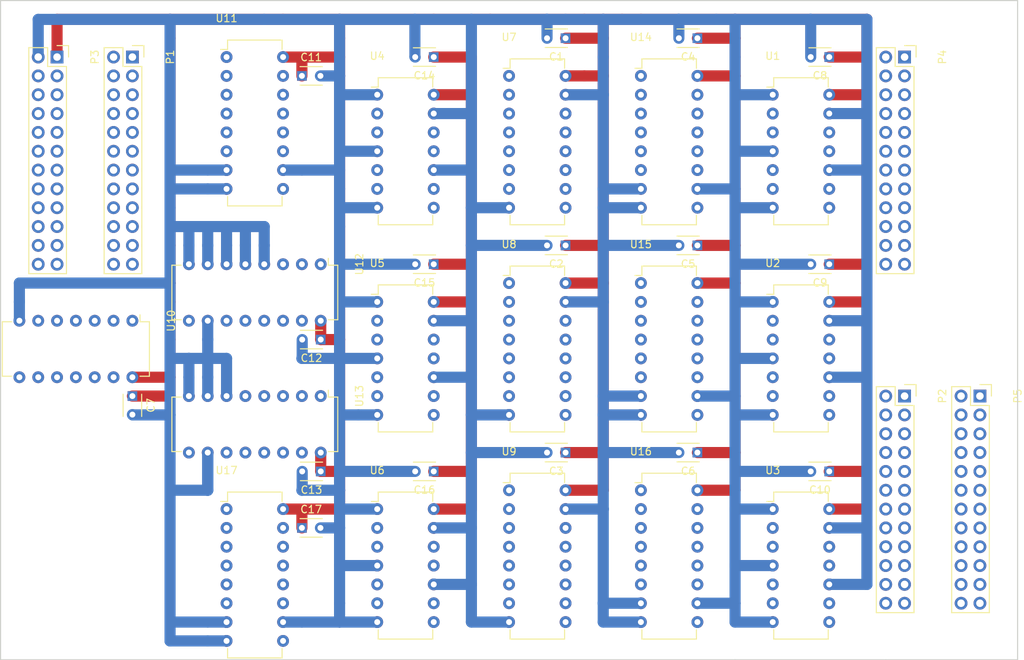
<source format=kicad_pcb>
(kicad_pcb (version 4) (host pcbnew 4.0.5+dfsg1-4~bpo8+1)

  (general
    (links 238)
    (no_connects 130)
    (area 17.634999 104.064999 156.035 193.195001)
    (thickness 1.6)
    (drawings 6)
    (tracks 562)
    (zones 0)
    (modules 39)
    (nets 77)
  )

  (page A4)
  (layers
    (0 F.Cu signal)
    (1 In1.Cu signal)
    (2 In2.Cu signal)
    (31 B.Cu signal)
    (33 F.Adhes user)
    (35 F.Paste user)
    (37 F.SilkS user)
    (39 F.Mask user)
    (40 Dwgs.User user)
    (41 Cmts.User user)
    (42 Eco1.User user)
    (43 Eco2.User user)
    (44 Edge.Cuts user)
    (45 Margin user)
    (47 F.CrtYd user)
    (49 F.Fab user)
  )

  (setup
    (last_trace_width 0.25)
    (user_trace_width 0.5)
    (user_trace_width 1)
    (user_trace_width 1.5)
    (user_trace_width 2)
    (trace_clearance 0.2)
    (zone_clearance 0.508)
    (zone_45_only no)
    (trace_min 0.2)
    (segment_width 0.2)
    (edge_width 0.15)
    (via_size 0.6)
    (via_drill 0.4)
    (via_min_size 0.4)
    (via_min_drill 0.3)
    (uvia_size 0.3)
    (uvia_drill 0.1)
    (uvias_allowed no)
    (uvia_min_size 0.2)
    (uvia_min_drill 0.1)
    (pcb_text_width 0.3)
    (pcb_text_size 1.5 1.5)
    (mod_edge_width 0.15)
    (mod_text_size 1 1)
    (mod_text_width 0.15)
    (pad_size 1.524 1.524)
    (pad_drill 0.762)
    (pad_to_mask_clearance 0.2)
    (aux_axis_origin 0 0)
    (visible_elements FFFFF77F)
    (pcbplotparams
      (layerselection 0x00030_80000001)
      (usegerberextensions false)
      (excludeedgelayer true)
      (linewidth 0.100000)
      (plotframeref false)
      (viasonmask false)
      (mode 1)
      (useauxorigin false)
      (hpglpennumber 1)
      (hpglpenspeed 20)
      (hpglpendiameter 15)
      (hpglpenoverlay 2)
      (psnegative false)
      (psa4output false)
      (plotreference true)
      (plotvalue true)
      (plotinvisibletext false)
      (padsonsilk false)
      (subtractmaskfromsilk false)
      (outputformat 1)
      (mirror false)
      (drillshape 1)
      (scaleselection 1)
      (outputdirectory ""))
  )

  (net 0 "")
  (net 1 GND)
  (net 2 VCC)
  (net 3 /CLK)
  (net 4 /INSEL)
  (net 5 "Net-(U10-Pad2)")
  (net 6 "Net-(U10-Pad4)")
  (net 7 "Net-(U10-Pad6)")
  (net 8 "Net-(U10-Pad8)")
  (net 9 /IN_ALU_0)
  (net 10 /IN_ALU_1)
  (net 11 /IN_ALU_2)
  (net 12 /IN_ALU_3)
  (net 13 /IN_ALU_4)
  (net 14 /IN_ALU_5)
  (net 15 /IN_ALU_6)
  (net 16 /IN_ALU_7)
  (net 17 /IN_ALU_8)
  (net 18 /IN_ALU_9)
  (net 19 /IN_ALU_10)
  (net 20 /IN_ALU_11)
  (net 21 /IN_MEM_11)
  (net 22 /IN_MEM_10)
  (net 23 /IN_MEM_9)
  (net 24 /IN_MEM_8)
  (net 25 /IN_MEM_7)
  (net 26 /IN_MEM_6)
  (net 27 /IN_MEM_5)
  (net 28 /IN_MEM_4)
  (net 29 /IN_MEM_3)
  (net 30 /IN_MEM_2)
  (net 31 /IN_MEM_1)
  (net 32 /IN_MEM_0)
  (net 33 /IN_SEL_3)
  (net 34 /IN_SEL_2)
  (net 35 /IN_SEL_0)
  (net 36 /IN_SEL_1)
  (net 37 /IN_SEL_7)
  (net 38 /IN_SEL_6)
  (net 39 /IN_SEL_4)
  (net 40 /IN_SEL_5)
  (net 41 /IN_SEL_11)
  (net 42 /IN_SEL_10)
  (net 43 /IN_SEL_8)
  (net 44 /IN_SEL_9)
  (net 45 "Net-(U10-Pad10)")
  (net 46 "Net-(U10-Pad12)")
  (net 47 /LOAD_HI_MA)
  (net 48 /CLEAR_HI_MA)
  (net 49 /LOAD_LO_MA)
  (net 50 /CLEAR_LO_MA)
  (net 51 /LOAD_MD)
  (net 52 /CLEAR_MD)
  (net 53 /OUT_MA_0)
  (net 54 /OUT_MA_1)
  (net 55 /OUT_MA_2)
  (net 56 /OUT_MA_3)
  (net 57 /OUT_MA_4)
  (net 58 /OUT_MA_5)
  (net 59 /OUT_MD_0)
  (net 60 /OUT_MD_1)
  (net 61 /OUT_MD_2)
  (net 62 /OUT_MD_3)
  (net 63 /OUT_MD_4)
  (net 64 /OUT_MD_5)
  (net 65 /OUT_MD_6)
  (net 66 /OUT_MD_7)
  (net 67 /OUT_MD_8)
  (net 68 /OUT_MD_9)
  (net 69 /OUT_MD_10)
  (net 70 /OUT_MD_11)
  (net 71 /OUT_MA_6)
  (net 72 /OUT_MA_7)
  (net 73 /OUT_MA_8)
  (net 74 /OUT_MA_9)
  (net 75 /OUT_MA_10)
  (net 76 /OUT_MA_11)

  (net_class Default "This is the default net class."
    (clearance 0.2)
    (trace_width 0.25)
    (via_dia 0.6)
    (via_drill 0.4)
    (uvia_dia 0.3)
    (uvia_drill 0.1)
    (add_net /CLEAR_HI_MA)
    (add_net /CLEAR_LO_MA)
    (add_net /CLEAR_MD)
    (add_net /CLK)
    (add_net /INSEL)
    (add_net /IN_ALU_0)
    (add_net /IN_ALU_1)
    (add_net /IN_ALU_10)
    (add_net /IN_ALU_11)
    (add_net /IN_ALU_2)
    (add_net /IN_ALU_3)
    (add_net /IN_ALU_4)
    (add_net /IN_ALU_5)
    (add_net /IN_ALU_6)
    (add_net /IN_ALU_7)
    (add_net /IN_ALU_8)
    (add_net /IN_ALU_9)
    (add_net /IN_MEM_0)
    (add_net /IN_MEM_1)
    (add_net /IN_MEM_10)
    (add_net /IN_MEM_11)
    (add_net /IN_MEM_2)
    (add_net /IN_MEM_3)
    (add_net /IN_MEM_4)
    (add_net /IN_MEM_5)
    (add_net /IN_MEM_6)
    (add_net /IN_MEM_7)
    (add_net /IN_MEM_8)
    (add_net /IN_MEM_9)
    (add_net /IN_SEL_0)
    (add_net /IN_SEL_1)
    (add_net /IN_SEL_10)
    (add_net /IN_SEL_11)
    (add_net /IN_SEL_2)
    (add_net /IN_SEL_3)
    (add_net /IN_SEL_4)
    (add_net /IN_SEL_5)
    (add_net /IN_SEL_6)
    (add_net /IN_SEL_7)
    (add_net /IN_SEL_8)
    (add_net /IN_SEL_9)
    (add_net /LOAD_HI_MA)
    (add_net /LOAD_LO_MA)
    (add_net /LOAD_MD)
    (add_net /OUT_MA_0)
    (add_net /OUT_MA_1)
    (add_net /OUT_MA_10)
    (add_net /OUT_MA_11)
    (add_net /OUT_MA_2)
    (add_net /OUT_MA_3)
    (add_net /OUT_MA_4)
    (add_net /OUT_MA_5)
    (add_net /OUT_MA_6)
    (add_net /OUT_MA_7)
    (add_net /OUT_MA_8)
    (add_net /OUT_MA_9)
    (add_net /OUT_MD_0)
    (add_net /OUT_MD_1)
    (add_net /OUT_MD_10)
    (add_net /OUT_MD_11)
    (add_net /OUT_MD_2)
    (add_net /OUT_MD_3)
    (add_net /OUT_MD_4)
    (add_net /OUT_MD_5)
    (add_net /OUT_MD_6)
    (add_net /OUT_MD_7)
    (add_net /OUT_MD_8)
    (add_net /OUT_MD_9)
    (add_net GND)
    (add_net "Net-(U10-Pad10)")
    (add_net "Net-(U10-Pad12)")
    (add_net "Net-(U10-Pad2)")
    (add_net "Net-(U10-Pad4)")
    (add_net "Net-(U10-Pad6)")
    (add_net "Net-(U10-Pad8)")
    (add_net VCC)
  )

  (module Housings_DIP:DIP-16_W7.62mm (layer F.Cu) (tedit 54130A77) (tstamp 5AC22C40)
    (at 48.26 111.76)
    (descr "16-lead dip package, row spacing 7.62 mm (300 mils)")
    (tags "dil dip 2.54 300")
    (path /5AC22E53)
    (fp_text reference U11 (at 0 -5.22) (layer F.SilkS)
      (effects (font (size 1 1) (thickness 0.15)))
    )
    (fp_text value 74HC163 (at 0 -3.72) (layer F.Fab)
      (effects (font (size 1 1) (thickness 0.15)))
    )
    (fp_line (start -1.05 -2.45) (end -1.05 20.25) (layer F.CrtYd) (width 0.05))
    (fp_line (start 8.65 -2.45) (end 8.65 20.25) (layer F.CrtYd) (width 0.05))
    (fp_line (start -1.05 -2.45) (end 8.65 -2.45) (layer F.CrtYd) (width 0.05))
    (fp_line (start -1.05 20.25) (end 8.65 20.25) (layer F.CrtYd) (width 0.05))
    (fp_line (start 0.135 -2.295) (end 0.135 -1.025) (layer F.SilkS) (width 0.15))
    (fp_line (start 7.485 -2.295) (end 7.485 -1.025) (layer F.SilkS) (width 0.15))
    (fp_line (start 7.485 20.075) (end 7.485 18.805) (layer F.SilkS) (width 0.15))
    (fp_line (start 0.135 20.075) (end 0.135 18.805) (layer F.SilkS) (width 0.15))
    (fp_line (start 0.135 -2.295) (end 7.485 -2.295) (layer F.SilkS) (width 0.15))
    (fp_line (start 0.135 20.075) (end 7.485 20.075) (layer F.SilkS) (width 0.15))
    (fp_line (start 0.135 -1.025) (end -0.8 -1.025) (layer F.SilkS) (width 0.15))
    (pad 1 thru_hole oval (at 0 0) (size 1.6 1.6) (drill 0.8) (layers *.Cu *.Mask)
      (net 6 "Net-(U10-Pad4)"))
    (pad 2 thru_hole oval (at 0 2.54) (size 1.6 1.6) (drill 0.8) (layers *.Cu *.Mask)
      (net 3 /CLK))
    (pad 3 thru_hole oval (at 0 5.08) (size 1.6 1.6) (drill 0.8) (layers *.Cu *.Mask)
      (net 9 /IN_ALU_0))
    (pad 4 thru_hole oval (at 0 7.62) (size 1.6 1.6) (drill 0.8) (layers *.Cu *.Mask)
      (net 10 /IN_ALU_1))
    (pad 5 thru_hole oval (at 0 10.16) (size 1.6 1.6) (drill 0.8) (layers *.Cu *.Mask)
      (net 11 /IN_ALU_2))
    (pad 6 thru_hole oval (at 0 12.7) (size 1.6 1.6) (drill 0.8) (layers *.Cu *.Mask)
      (net 12 /IN_ALU_3))
    (pad 7 thru_hole oval (at 0 15.24) (size 1.6 1.6) (drill 0.8) (layers *.Cu *.Mask)
      (net 1 GND))
    (pad 8 thru_hole oval (at 0 17.78) (size 1.6 1.6) (drill 0.8) (layers *.Cu *.Mask)
      (net 1 GND))
    (pad 9 thru_hole oval (at 7.62 17.78) (size 1.6 1.6) (drill 0.8) (layers *.Cu *.Mask)
      (net 5 "Net-(U10-Pad2)"))
    (pad 10 thru_hole oval (at 7.62 15.24) (size 1.6 1.6) (drill 0.8) (layers *.Cu *.Mask)
      (net 1 GND))
    (pad 11 thru_hole oval (at 7.62 12.7) (size 1.6 1.6) (drill 0.8) (layers *.Cu *.Mask)
      (net 56 /OUT_MA_3))
    (pad 12 thru_hole oval (at 7.62 10.16) (size 1.6 1.6) (drill 0.8) (layers *.Cu *.Mask)
      (net 55 /OUT_MA_2))
    (pad 13 thru_hole oval (at 7.62 7.62) (size 1.6 1.6) (drill 0.8) (layers *.Cu *.Mask)
      (net 54 /OUT_MA_1))
    (pad 14 thru_hole oval (at 7.62 5.08) (size 1.6 1.6) (drill 0.8) (layers *.Cu *.Mask)
      (net 53 /OUT_MA_0))
    (pad 15 thru_hole oval (at 7.62 2.54) (size 1.6 1.6) (drill 0.8) (layers *.Cu *.Mask))
    (pad 16 thru_hole oval (at 7.62 0) (size 1.6 1.6) (drill 0.8) (layers *.Cu *.Mask)
      (net 2 VCC))
    (model Housings_DIP.3dshapes/DIP-16_W7.62mm.wrl
      (at (xyz 0 0 0))
      (scale (xyz 1 1 1))
      (rotate (xyz 0 0 0))
    )
  )

  (module Housings_DIP:DIP-16_W7.62mm (layer F.Cu) (tedit 54130A77) (tstamp 5AC24176)
    (at 60.96 139.7 270)
    (descr "16-lead dip package, row spacing 7.62 mm (300 mils)")
    (tags "dil dip 2.54 300")
    (path /5AC22F8A)
    (fp_text reference U12 (at 0 -5.22 270) (layer F.SilkS)
      (effects (font (size 1 1) (thickness 0.15)))
    )
    (fp_text value 74HC163 (at 0 -3.72 270) (layer F.Fab)
      (effects (font (size 1 1) (thickness 0.15)))
    )
    (fp_line (start -1.05 -2.45) (end -1.05 20.25) (layer F.CrtYd) (width 0.05))
    (fp_line (start 8.65 -2.45) (end 8.65 20.25) (layer F.CrtYd) (width 0.05))
    (fp_line (start -1.05 -2.45) (end 8.65 -2.45) (layer F.CrtYd) (width 0.05))
    (fp_line (start -1.05 20.25) (end 8.65 20.25) (layer F.CrtYd) (width 0.05))
    (fp_line (start 0.135 -2.295) (end 0.135 -1.025) (layer F.SilkS) (width 0.15))
    (fp_line (start 7.485 -2.295) (end 7.485 -1.025) (layer F.SilkS) (width 0.15))
    (fp_line (start 7.485 20.075) (end 7.485 18.805) (layer F.SilkS) (width 0.15))
    (fp_line (start 0.135 20.075) (end 0.135 18.805) (layer F.SilkS) (width 0.15))
    (fp_line (start 0.135 -2.295) (end 7.485 -2.295) (layer F.SilkS) (width 0.15))
    (fp_line (start 0.135 20.075) (end 7.485 20.075) (layer F.SilkS) (width 0.15))
    (fp_line (start 0.135 -1.025) (end -0.8 -1.025) (layer F.SilkS) (width 0.15))
    (pad 1 thru_hole oval (at 0 0 270) (size 1.6 1.6) (drill 0.8) (layers *.Cu *.Mask)
      (net 6 "Net-(U10-Pad4)"))
    (pad 2 thru_hole oval (at 0 2.54 270) (size 1.6 1.6) (drill 0.8) (layers *.Cu *.Mask)
      (net 3 /CLK))
    (pad 3 thru_hole oval (at 0 5.08 270) (size 1.6 1.6) (drill 0.8) (layers *.Cu *.Mask)
      (net 13 /IN_ALU_4))
    (pad 4 thru_hole oval (at 0 7.62 270) (size 1.6 1.6) (drill 0.8) (layers *.Cu *.Mask)
      (net 1 GND))
    (pad 5 thru_hole oval (at 0 10.16 270) (size 1.6 1.6) (drill 0.8) (layers *.Cu *.Mask)
      (net 1 GND))
    (pad 6 thru_hole oval (at 0 12.7 270) (size 1.6 1.6) (drill 0.8) (layers *.Cu *.Mask)
      (net 1 GND))
    (pad 7 thru_hole oval (at 0 15.24 270) (size 1.6 1.6) (drill 0.8) (layers *.Cu *.Mask)
      (net 1 GND))
    (pad 8 thru_hole oval (at 0 17.78 270) (size 1.6 1.6) (drill 0.8) (layers *.Cu *.Mask)
      (net 1 GND))
    (pad 9 thru_hole oval (at 7.62 17.78 270) (size 1.6 1.6) (drill 0.8) (layers *.Cu *.Mask)
      (net 5 "Net-(U10-Pad2)"))
    (pad 10 thru_hole oval (at 7.62 15.24 270) (size 1.6 1.6) (drill 0.8) (layers *.Cu *.Mask)
      (net 1 GND))
    (pad 11 thru_hole oval (at 7.62 12.7 270) (size 1.6 1.6) (drill 0.8) (layers *.Cu *.Mask))
    (pad 12 thru_hole oval (at 7.62 10.16 270) (size 1.6 1.6) (drill 0.8) (layers *.Cu *.Mask))
    (pad 13 thru_hole oval (at 7.62 7.62 270) (size 1.6 1.6) (drill 0.8) (layers *.Cu *.Mask))
    (pad 14 thru_hole oval (at 7.62 5.08 270) (size 1.6 1.6) (drill 0.8) (layers *.Cu *.Mask)
      (net 57 /OUT_MA_4))
    (pad 15 thru_hole oval (at 7.62 2.54 270) (size 1.6 1.6) (drill 0.8) (layers *.Cu *.Mask))
    (pad 16 thru_hole oval (at 7.62 0 270) (size 1.6 1.6) (drill 0.8) (layers *.Cu *.Mask)
      (net 2 VCC))
    (model Housings_DIP.3dshapes/DIP-16_W7.62mm.wrl
      (at (xyz 0 0 0))
      (scale (xyz 1 1 1))
      (rotate (xyz 0 0 0))
    )
  )

  (module Housings_DIP:DIP-16_W7.62mm (layer F.Cu) (tedit 54130A77) (tstamp 5AC2418A)
    (at 60.96 157.48 270)
    (descr "16-lead dip package, row spacing 7.62 mm (300 mils)")
    (tags "dil dip 2.54 300")
    (path /5AC2302F)
    (fp_text reference U13 (at 0 -5.22 270) (layer F.SilkS)
      (effects (font (size 1 1) (thickness 0.15)))
    )
    (fp_text value 74HC163 (at 0 -3.72 270) (layer F.Fab)
      (effects (font (size 1 1) (thickness 0.15)))
    )
    (fp_line (start -1.05 -2.45) (end -1.05 20.25) (layer F.CrtYd) (width 0.05))
    (fp_line (start 8.65 -2.45) (end 8.65 20.25) (layer F.CrtYd) (width 0.05))
    (fp_line (start -1.05 -2.45) (end 8.65 -2.45) (layer F.CrtYd) (width 0.05))
    (fp_line (start -1.05 20.25) (end 8.65 20.25) (layer F.CrtYd) (width 0.05))
    (fp_line (start 0.135 -2.295) (end 0.135 -1.025) (layer F.SilkS) (width 0.15))
    (fp_line (start 7.485 -2.295) (end 7.485 -1.025) (layer F.SilkS) (width 0.15))
    (fp_line (start 7.485 20.075) (end 7.485 18.805) (layer F.SilkS) (width 0.15))
    (fp_line (start 0.135 20.075) (end 0.135 18.805) (layer F.SilkS) (width 0.15))
    (fp_line (start 0.135 -2.295) (end 7.485 -2.295) (layer F.SilkS) (width 0.15))
    (fp_line (start 0.135 20.075) (end 7.485 20.075) (layer F.SilkS) (width 0.15))
    (fp_line (start 0.135 -1.025) (end -0.8 -1.025) (layer F.SilkS) (width 0.15))
    (pad 1 thru_hole oval (at 0 0 270) (size 1.6 1.6) (drill 0.8) (layers *.Cu *.Mask)
      (net 8 "Net-(U10-Pad8)"))
    (pad 2 thru_hole oval (at 0 2.54 270) (size 1.6 1.6) (drill 0.8) (layers *.Cu *.Mask)
      (net 3 /CLK))
    (pad 3 thru_hole oval (at 0 5.08 270) (size 1.6 1.6) (drill 0.8) (layers *.Cu *.Mask)
      (net 14 /IN_ALU_5))
    (pad 4 thru_hole oval (at 0 7.62 270) (size 1.6 1.6) (drill 0.8) (layers *.Cu *.Mask)
      (net 15 /IN_ALU_6))
    (pad 5 thru_hole oval (at 0 10.16 270) (size 1.6 1.6) (drill 0.8) (layers *.Cu *.Mask)
      (net 16 /IN_ALU_7))
    (pad 6 thru_hole oval (at 0 12.7 270) (size 1.6 1.6) (drill 0.8) (layers *.Cu *.Mask)
      (net 1 GND))
    (pad 7 thru_hole oval (at 0 15.24 270) (size 1.6 1.6) (drill 0.8) (layers *.Cu *.Mask)
      (net 1 GND))
    (pad 8 thru_hole oval (at 0 17.78 270) (size 1.6 1.6) (drill 0.8) (layers *.Cu *.Mask)
      (net 1 GND))
    (pad 9 thru_hole oval (at 7.62 17.78 270) (size 1.6 1.6) (drill 0.8) (layers *.Cu *.Mask)
      (net 7 "Net-(U10-Pad6)"))
    (pad 10 thru_hole oval (at 7.62 15.24 270) (size 1.6 1.6) (drill 0.8) (layers *.Cu *.Mask)
      (net 1 GND))
    (pad 11 thru_hole oval (at 7.62 12.7 270) (size 1.6 1.6) (drill 0.8) (layers *.Cu *.Mask))
    (pad 12 thru_hole oval (at 7.62 10.16 270) (size 1.6 1.6) (drill 0.8) (layers *.Cu *.Mask)
      (net 72 /OUT_MA_7))
    (pad 13 thru_hole oval (at 7.62 7.62 270) (size 1.6 1.6) (drill 0.8) (layers *.Cu *.Mask)
      (net 71 /OUT_MA_6))
    (pad 14 thru_hole oval (at 7.62 5.08 270) (size 1.6 1.6) (drill 0.8) (layers *.Cu *.Mask)
      (net 58 /OUT_MA_5))
    (pad 15 thru_hole oval (at 7.62 2.54 270) (size 1.6 1.6) (drill 0.8) (layers *.Cu *.Mask))
    (pad 16 thru_hole oval (at 7.62 0 270) (size 1.6 1.6) (drill 0.8) (layers *.Cu *.Mask)
      (net 2 VCC))
    (model Housings_DIP.3dshapes/DIP-16_W7.62mm.wrl
      (at (xyz 0 0 0))
      (scale (xyz 1 1 1))
      (rotate (xyz 0 0 0))
    )
  )

  (module Housings_DIP:DIP-16_W7.62mm (layer F.Cu) (tedit 54130A77) (tstamp 5AC2419E)
    (at 86.36 114.3)
    (descr "16-lead dip package, row spacing 7.62 mm (300 mils)")
    (tags "dil dip 2.54 300")
    (path /5AC2A13D)
    (fp_text reference U7 (at 0 -5.22) (layer F.SilkS)
      (effects (font (size 1 1) (thickness 0.15)))
    )
    (fp_text value 74HC257 (at 0 -3.72) (layer F.Fab)
      (effects (font (size 1 1) (thickness 0.15)))
    )
    (fp_line (start -1.05 -2.45) (end -1.05 20.25) (layer F.CrtYd) (width 0.05))
    (fp_line (start 8.65 -2.45) (end 8.65 20.25) (layer F.CrtYd) (width 0.05))
    (fp_line (start -1.05 -2.45) (end 8.65 -2.45) (layer F.CrtYd) (width 0.05))
    (fp_line (start -1.05 20.25) (end 8.65 20.25) (layer F.CrtYd) (width 0.05))
    (fp_line (start 0.135 -2.295) (end 0.135 -1.025) (layer F.SilkS) (width 0.15))
    (fp_line (start 7.485 -2.295) (end 7.485 -1.025) (layer F.SilkS) (width 0.15))
    (fp_line (start 7.485 20.075) (end 7.485 18.805) (layer F.SilkS) (width 0.15))
    (fp_line (start 0.135 20.075) (end 0.135 18.805) (layer F.SilkS) (width 0.15))
    (fp_line (start 0.135 -2.295) (end 7.485 -2.295) (layer F.SilkS) (width 0.15))
    (fp_line (start 0.135 20.075) (end 7.485 20.075) (layer F.SilkS) (width 0.15))
    (fp_line (start 0.135 -1.025) (end -0.8 -1.025) (layer F.SilkS) (width 0.15))
    (pad 1 thru_hole oval (at 0 0) (size 1.6 1.6) (drill 0.8) (layers *.Cu *.Mask)
      (net 4 /INSEL))
    (pad 2 thru_hole oval (at 0 2.54) (size 1.6 1.6) (drill 0.8) (layers *.Cu *.Mask)
      (net 29 /IN_MEM_3))
    (pad 3 thru_hole oval (at 0 5.08) (size 1.6 1.6) (drill 0.8) (layers *.Cu *.Mask)
      (net 12 /IN_ALU_3))
    (pad 4 thru_hole oval (at 0 7.62) (size 1.6 1.6) (drill 0.8) (layers *.Cu *.Mask)
      (net 33 /IN_SEL_3))
    (pad 5 thru_hole oval (at 0 10.16) (size 1.6 1.6) (drill 0.8) (layers *.Cu *.Mask)
      (net 30 /IN_MEM_2))
    (pad 6 thru_hole oval (at 0 12.7) (size 1.6 1.6) (drill 0.8) (layers *.Cu *.Mask)
      (net 11 /IN_ALU_2))
    (pad 7 thru_hole oval (at 0 15.24) (size 1.6 1.6) (drill 0.8) (layers *.Cu *.Mask)
      (net 34 /IN_SEL_2))
    (pad 8 thru_hole oval (at 0 17.78) (size 1.6 1.6) (drill 0.8) (layers *.Cu *.Mask)
      (net 1 GND))
    (pad 9 thru_hole oval (at 7.62 17.78) (size 1.6 1.6) (drill 0.8) (layers *.Cu *.Mask)
      (net 35 /IN_SEL_0))
    (pad 10 thru_hole oval (at 7.62 15.24) (size 1.6 1.6) (drill 0.8) (layers *.Cu *.Mask)
      (net 9 /IN_ALU_0))
    (pad 11 thru_hole oval (at 7.62 12.7) (size 1.6 1.6) (drill 0.8) (layers *.Cu *.Mask)
      (net 32 /IN_MEM_0))
    (pad 12 thru_hole oval (at 7.62 10.16) (size 1.6 1.6) (drill 0.8) (layers *.Cu *.Mask)
      (net 36 /IN_SEL_1))
    (pad 13 thru_hole oval (at 7.62 7.62) (size 1.6 1.6) (drill 0.8) (layers *.Cu *.Mask)
      (net 10 /IN_ALU_1))
    (pad 14 thru_hole oval (at 7.62 5.08) (size 1.6 1.6) (drill 0.8) (layers *.Cu *.Mask)
      (net 31 /IN_MEM_1))
    (pad 15 thru_hole oval (at 7.62 2.54) (size 1.6 1.6) (drill 0.8) (layers *.Cu *.Mask)
      (net 1 GND))
    (pad 16 thru_hole oval (at 7.62 0) (size 1.6 1.6) (drill 0.8) (layers *.Cu *.Mask)
      (net 2 VCC))
    (model Housings_DIP.3dshapes/DIP-16_W7.62mm.wrl
      (at (xyz 0 0 0))
      (scale (xyz 1 1 1))
      (rotate (xyz 0 0 0))
    )
  )

  (module Housings_DIP:DIP-16_W7.62mm (layer F.Cu) (tedit 54130A77) (tstamp 5AC241C6)
    (at 104.14 114.3)
    (descr "16-lead dip package, row spacing 7.62 mm (300 mils)")
    (tags "dil dip 2.54 300")
    (path /5AC2AF2B)
    (fp_text reference U14 (at 0 -5.22) (layer F.SilkS)
      (effects (font (size 1 1) (thickness 0.15)))
    )
    (fp_text value 74HC163 (at 0 -3.72) (layer F.Fab)
      (effects (font (size 1 1) (thickness 0.15)))
    )
    (fp_line (start -1.05 -2.45) (end -1.05 20.25) (layer F.CrtYd) (width 0.05))
    (fp_line (start 8.65 -2.45) (end 8.65 20.25) (layer F.CrtYd) (width 0.05))
    (fp_line (start -1.05 -2.45) (end 8.65 -2.45) (layer F.CrtYd) (width 0.05))
    (fp_line (start -1.05 20.25) (end 8.65 20.25) (layer F.CrtYd) (width 0.05))
    (fp_line (start 0.135 -2.295) (end 0.135 -1.025) (layer F.SilkS) (width 0.15))
    (fp_line (start 7.485 -2.295) (end 7.485 -1.025) (layer F.SilkS) (width 0.15))
    (fp_line (start 7.485 20.075) (end 7.485 18.805) (layer F.SilkS) (width 0.15))
    (fp_line (start 0.135 20.075) (end 0.135 18.805) (layer F.SilkS) (width 0.15))
    (fp_line (start 0.135 -2.295) (end 7.485 -2.295) (layer F.SilkS) (width 0.15))
    (fp_line (start 0.135 20.075) (end 7.485 20.075) (layer F.SilkS) (width 0.15))
    (fp_line (start 0.135 -1.025) (end -0.8 -1.025) (layer F.SilkS) (width 0.15))
    (pad 1 thru_hole oval (at 0 0) (size 1.6 1.6) (drill 0.8) (layers *.Cu *.Mask)
      (net 46 "Net-(U10-Pad12)"))
    (pad 2 thru_hole oval (at 0 2.54) (size 1.6 1.6) (drill 0.8) (layers *.Cu *.Mask)
      (net 3 /CLK))
    (pad 3 thru_hole oval (at 0 5.08) (size 1.6 1.6) (drill 0.8) (layers *.Cu *.Mask)
      (net 35 /IN_SEL_0))
    (pad 4 thru_hole oval (at 0 7.62) (size 1.6 1.6) (drill 0.8) (layers *.Cu *.Mask)
      (net 36 /IN_SEL_1))
    (pad 5 thru_hole oval (at 0 10.16) (size 1.6 1.6) (drill 0.8) (layers *.Cu *.Mask)
      (net 34 /IN_SEL_2))
    (pad 6 thru_hole oval (at 0 12.7) (size 1.6 1.6) (drill 0.8) (layers *.Cu *.Mask)
      (net 33 /IN_SEL_3))
    (pad 7 thru_hole oval (at 0 15.24) (size 1.6 1.6) (drill 0.8) (layers *.Cu *.Mask)
      (net 1 GND))
    (pad 8 thru_hole oval (at 0 17.78) (size 1.6 1.6) (drill 0.8) (layers *.Cu *.Mask)
      (net 1 GND))
    (pad 9 thru_hole oval (at 7.62 17.78) (size 1.6 1.6) (drill 0.8) (layers *.Cu *.Mask)
      (net 45 "Net-(U10-Pad10)"))
    (pad 10 thru_hole oval (at 7.62 15.24) (size 1.6 1.6) (drill 0.8) (layers *.Cu *.Mask)
      (net 1 GND))
    (pad 11 thru_hole oval (at 7.62 12.7) (size 1.6 1.6) (drill 0.8) (layers *.Cu *.Mask)
      (net 62 /OUT_MD_3))
    (pad 12 thru_hole oval (at 7.62 10.16) (size 1.6 1.6) (drill 0.8) (layers *.Cu *.Mask)
      (net 61 /OUT_MD_2))
    (pad 13 thru_hole oval (at 7.62 7.62) (size 1.6 1.6) (drill 0.8) (layers *.Cu *.Mask)
      (net 60 /OUT_MD_1))
    (pad 14 thru_hole oval (at 7.62 5.08) (size 1.6 1.6) (drill 0.8) (layers *.Cu *.Mask)
      (net 59 /OUT_MD_0))
    (pad 15 thru_hole oval (at 7.62 2.54) (size 1.6 1.6) (drill 0.8) (layers *.Cu *.Mask))
    (pad 16 thru_hole oval (at 7.62 0) (size 1.6 1.6) (drill 0.8) (layers *.Cu *.Mask)
      (net 2 VCC))
    (model Housings_DIP.3dshapes/DIP-16_W7.62mm.wrl
      (at (xyz 0 0 0))
      (scale (xyz 1 1 1))
      (rotate (xyz 0 0 0))
    )
  )

  (module Housings_DIP:DIP-16_W7.62mm (layer F.Cu) (tedit 54130A77) (tstamp 5AC241EE)
    (at 86.36 142.24)
    (descr "16-lead dip package, row spacing 7.62 mm (300 mils)")
    (tags "dil dip 2.54 300")
    (path /5AC2A272)
    (fp_text reference U8 (at 0 -5.22) (layer F.SilkS)
      (effects (font (size 1 1) (thickness 0.15)))
    )
    (fp_text value 74HC257 (at 0 -3.72) (layer F.Fab)
      (effects (font (size 1 1) (thickness 0.15)))
    )
    (fp_line (start -1.05 -2.45) (end -1.05 20.25) (layer F.CrtYd) (width 0.05))
    (fp_line (start 8.65 -2.45) (end 8.65 20.25) (layer F.CrtYd) (width 0.05))
    (fp_line (start -1.05 -2.45) (end 8.65 -2.45) (layer F.CrtYd) (width 0.05))
    (fp_line (start -1.05 20.25) (end 8.65 20.25) (layer F.CrtYd) (width 0.05))
    (fp_line (start 0.135 -2.295) (end 0.135 -1.025) (layer F.SilkS) (width 0.15))
    (fp_line (start 7.485 -2.295) (end 7.485 -1.025) (layer F.SilkS) (width 0.15))
    (fp_line (start 7.485 20.075) (end 7.485 18.805) (layer F.SilkS) (width 0.15))
    (fp_line (start 0.135 20.075) (end 0.135 18.805) (layer F.SilkS) (width 0.15))
    (fp_line (start 0.135 -2.295) (end 7.485 -2.295) (layer F.SilkS) (width 0.15))
    (fp_line (start 0.135 20.075) (end 7.485 20.075) (layer F.SilkS) (width 0.15))
    (fp_line (start 0.135 -1.025) (end -0.8 -1.025) (layer F.SilkS) (width 0.15))
    (pad 1 thru_hole oval (at 0 0) (size 1.6 1.6) (drill 0.8) (layers *.Cu *.Mask)
      (net 4 /INSEL))
    (pad 2 thru_hole oval (at 0 2.54) (size 1.6 1.6) (drill 0.8) (layers *.Cu *.Mask)
      (net 25 /IN_MEM_7))
    (pad 3 thru_hole oval (at 0 5.08) (size 1.6 1.6) (drill 0.8) (layers *.Cu *.Mask)
      (net 16 /IN_ALU_7))
    (pad 4 thru_hole oval (at 0 7.62) (size 1.6 1.6) (drill 0.8) (layers *.Cu *.Mask)
      (net 37 /IN_SEL_7))
    (pad 5 thru_hole oval (at 0 10.16) (size 1.6 1.6) (drill 0.8) (layers *.Cu *.Mask)
      (net 26 /IN_MEM_6))
    (pad 6 thru_hole oval (at 0 12.7) (size 1.6 1.6) (drill 0.8) (layers *.Cu *.Mask)
      (net 15 /IN_ALU_6))
    (pad 7 thru_hole oval (at 0 15.24) (size 1.6 1.6) (drill 0.8) (layers *.Cu *.Mask)
      (net 38 /IN_SEL_6))
    (pad 8 thru_hole oval (at 0 17.78) (size 1.6 1.6) (drill 0.8) (layers *.Cu *.Mask)
      (net 1 GND))
    (pad 9 thru_hole oval (at 7.62 17.78) (size 1.6 1.6) (drill 0.8) (layers *.Cu *.Mask)
      (net 39 /IN_SEL_4))
    (pad 10 thru_hole oval (at 7.62 15.24) (size 1.6 1.6) (drill 0.8) (layers *.Cu *.Mask)
      (net 13 /IN_ALU_4))
    (pad 11 thru_hole oval (at 7.62 12.7) (size 1.6 1.6) (drill 0.8) (layers *.Cu *.Mask)
      (net 28 /IN_MEM_4))
    (pad 12 thru_hole oval (at 7.62 10.16) (size 1.6 1.6) (drill 0.8) (layers *.Cu *.Mask)
      (net 40 /IN_SEL_5))
    (pad 13 thru_hole oval (at 7.62 7.62) (size 1.6 1.6) (drill 0.8) (layers *.Cu *.Mask)
      (net 14 /IN_ALU_5))
    (pad 14 thru_hole oval (at 7.62 5.08) (size 1.6 1.6) (drill 0.8) (layers *.Cu *.Mask)
      (net 27 /IN_MEM_5))
    (pad 15 thru_hole oval (at 7.62 2.54) (size 1.6 1.6) (drill 0.8) (layers *.Cu *.Mask)
      (net 1 GND))
    (pad 16 thru_hole oval (at 7.62 0) (size 1.6 1.6) (drill 0.8) (layers *.Cu *.Mask)
      (net 2 VCC))
    (model Housings_DIP.3dshapes/DIP-16_W7.62mm.wrl
      (at (xyz 0 0 0))
      (scale (xyz 1 1 1))
      (rotate (xyz 0 0 0))
    )
  )

  (module Housings_DIP:DIP-16_W7.62mm (layer F.Cu) (tedit 54130A77) (tstamp 5AC24202)
    (at 104.14 142.24)
    (descr "16-lead dip package, row spacing 7.62 mm (300 mils)")
    (tags "dil dip 2.54 300")
    (path /5AC2AF31)
    (fp_text reference U15 (at 0 -5.22) (layer F.SilkS)
      (effects (font (size 1 1) (thickness 0.15)))
    )
    (fp_text value 74HC163 (at 0 -3.72) (layer F.Fab)
      (effects (font (size 1 1) (thickness 0.15)))
    )
    (fp_line (start -1.05 -2.45) (end -1.05 20.25) (layer F.CrtYd) (width 0.05))
    (fp_line (start 8.65 -2.45) (end 8.65 20.25) (layer F.CrtYd) (width 0.05))
    (fp_line (start -1.05 -2.45) (end 8.65 -2.45) (layer F.CrtYd) (width 0.05))
    (fp_line (start -1.05 20.25) (end 8.65 20.25) (layer F.CrtYd) (width 0.05))
    (fp_line (start 0.135 -2.295) (end 0.135 -1.025) (layer F.SilkS) (width 0.15))
    (fp_line (start 7.485 -2.295) (end 7.485 -1.025) (layer F.SilkS) (width 0.15))
    (fp_line (start 7.485 20.075) (end 7.485 18.805) (layer F.SilkS) (width 0.15))
    (fp_line (start 0.135 20.075) (end 0.135 18.805) (layer F.SilkS) (width 0.15))
    (fp_line (start 0.135 -2.295) (end 7.485 -2.295) (layer F.SilkS) (width 0.15))
    (fp_line (start 0.135 20.075) (end 7.485 20.075) (layer F.SilkS) (width 0.15))
    (fp_line (start 0.135 -1.025) (end -0.8 -1.025) (layer F.SilkS) (width 0.15))
    (pad 1 thru_hole oval (at 0 0) (size 1.6 1.6) (drill 0.8) (layers *.Cu *.Mask)
      (net 46 "Net-(U10-Pad12)"))
    (pad 2 thru_hole oval (at 0 2.54) (size 1.6 1.6) (drill 0.8) (layers *.Cu *.Mask)
      (net 3 /CLK))
    (pad 3 thru_hole oval (at 0 5.08) (size 1.6 1.6) (drill 0.8) (layers *.Cu *.Mask)
      (net 39 /IN_SEL_4))
    (pad 4 thru_hole oval (at 0 7.62) (size 1.6 1.6) (drill 0.8) (layers *.Cu *.Mask)
      (net 40 /IN_SEL_5))
    (pad 5 thru_hole oval (at 0 10.16) (size 1.6 1.6) (drill 0.8) (layers *.Cu *.Mask)
      (net 38 /IN_SEL_6))
    (pad 6 thru_hole oval (at 0 12.7) (size 1.6 1.6) (drill 0.8) (layers *.Cu *.Mask)
      (net 37 /IN_SEL_7))
    (pad 7 thru_hole oval (at 0 15.24) (size 1.6 1.6) (drill 0.8) (layers *.Cu *.Mask)
      (net 1 GND))
    (pad 8 thru_hole oval (at 0 17.78) (size 1.6 1.6) (drill 0.8) (layers *.Cu *.Mask)
      (net 1 GND))
    (pad 9 thru_hole oval (at 7.62 17.78) (size 1.6 1.6) (drill 0.8) (layers *.Cu *.Mask)
      (net 45 "Net-(U10-Pad10)"))
    (pad 10 thru_hole oval (at 7.62 15.24) (size 1.6 1.6) (drill 0.8) (layers *.Cu *.Mask)
      (net 1 GND))
    (pad 11 thru_hole oval (at 7.62 12.7) (size 1.6 1.6) (drill 0.8) (layers *.Cu *.Mask)
      (net 66 /OUT_MD_7))
    (pad 12 thru_hole oval (at 7.62 10.16) (size 1.6 1.6) (drill 0.8) (layers *.Cu *.Mask)
      (net 65 /OUT_MD_6))
    (pad 13 thru_hole oval (at 7.62 7.62) (size 1.6 1.6) (drill 0.8) (layers *.Cu *.Mask)
      (net 64 /OUT_MD_5))
    (pad 14 thru_hole oval (at 7.62 5.08) (size 1.6 1.6) (drill 0.8) (layers *.Cu *.Mask)
      (net 63 /OUT_MD_4))
    (pad 15 thru_hole oval (at 7.62 2.54) (size 1.6 1.6) (drill 0.8) (layers *.Cu *.Mask))
    (pad 16 thru_hole oval (at 7.62 0) (size 1.6 1.6) (drill 0.8) (layers *.Cu *.Mask)
      (net 2 VCC))
    (model Housings_DIP.3dshapes/DIP-16_W7.62mm.wrl
      (at (xyz 0 0 0))
      (scale (xyz 1 1 1))
      (rotate (xyz 0 0 0))
    )
  )

  (module Housings_DIP:DIP-16_W7.62mm (layer F.Cu) (tedit 54130A77) (tstamp 5AC24228)
    (at 86.36 170.18)
    (descr "16-lead dip package, row spacing 7.62 mm (300 mils)")
    (tags "dil dip 2.54 300")
    (path /5AC2A317)
    (fp_text reference U9 (at 0 -5.22) (layer F.SilkS)
      (effects (font (size 1 1) (thickness 0.15)))
    )
    (fp_text value 74HC257 (at 0 -3.72) (layer F.Fab)
      (effects (font (size 1 1) (thickness 0.15)))
    )
    (fp_line (start -1.05 -2.45) (end -1.05 20.25) (layer F.CrtYd) (width 0.05))
    (fp_line (start 8.65 -2.45) (end 8.65 20.25) (layer F.CrtYd) (width 0.05))
    (fp_line (start -1.05 -2.45) (end 8.65 -2.45) (layer F.CrtYd) (width 0.05))
    (fp_line (start -1.05 20.25) (end 8.65 20.25) (layer F.CrtYd) (width 0.05))
    (fp_line (start 0.135 -2.295) (end 0.135 -1.025) (layer F.SilkS) (width 0.15))
    (fp_line (start 7.485 -2.295) (end 7.485 -1.025) (layer F.SilkS) (width 0.15))
    (fp_line (start 7.485 20.075) (end 7.485 18.805) (layer F.SilkS) (width 0.15))
    (fp_line (start 0.135 20.075) (end 0.135 18.805) (layer F.SilkS) (width 0.15))
    (fp_line (start 0.135 -2.295) (end 7.485 -2.295) (layer F.SilkS) (width 0.15))
    (fp_line (start 0.135 20.075) (end 7.485 20.075) (layer F.SilkS) (width 0.15))
    (fp_line (start 0.135 -1.025) (end -0.8 -1.025) (layer F.SilkS) (width 0.15))
    (pad 1 thru_hole oval (at 0 0) (size 1.6 1.6) (drill 0.8) (layers *.Cu *.Mask)
      (net 4 /INSEL))
    (pad 2 thru_hole oval (at 0 2.54) (size 1.6 1.6) (drill 0.8) (layers *.Cu *.Mask)
      (net 21 /IN_MEM_11))
    (pad 3 thru_hole oval (at 0 5.08) (size 1.6 1.6) (drill 0.8) (layers *.Cu *.Mask)
      (net 20 /IN_ALU_11))
    (pad 4 thru_hole oval (at 0 7.62) (size 1.6 1.6) (drill 0.8) (layers *.Cu *.Mask)
      (net 41 /IN_SEL_11))
    (pad 5 thru_hole oval (at 0 10.16) (size 1.6 1.6) (drill 0.8) (layers *.Cu *.Mask)
      (net 22 /IN_MEM_10))
    (pad 6 thru_hole oval (at 0 12.7) (size 1.6 1.6) (drill 0.8) (layers *.Cu *.Mask)
      (net 19 /IN_ALU_10))
    (pad 7 thru_hole oval (at 0 15.24) (size 1.6 1.6) (drill 0.8) (layers *.Cu *.Mask)
      (net 42 /IN_SEL_10))
    (pad 8 thru_hole oval (at 0 17.78) (size 1.6 1.6) (drill 0.8) (layers *.Cu *.Mask)
      (net 1 GND))
    (pad 9 thru_hole oval (at 7.62 17.78) (size 1.6 1.6) (drill 0.8) (layers *.Cu *.Mask)
      (net 43 /IN_SEL_8))
    (pad 10 thru_hole oval (at 7.62 15.24) (size 1.6 1.6) (drill 0.8) (layers *.Cu *.Mask)
      (net 17 /IN_ALU_8))
    (pad 11 thru_hole oval (at 7.62 12.7) (size 1.6 1.6) (drill 0.8) (layers *.Cu *.Mask)
      (net 24 /IN_MEM_8))
    (pad 12 thru_hole oval (at 7.62 10.16) (size 1.6 1.6) (drill 0.8) (layers *.Cu *.Mask)
      (net 44 /IN_SEL_9))
    (pad 13 thru_hole oval (at 7.62 7.62) (size 1.6 1.6) (drill 0.8) (layers *.Cu *.Mask)
      (net 18 /IN_ALU_9))
    (pad 14 thru_hole oval (at 7.62 5.08) (size 1.6 1.6) (drill 0.8) (layers *.Cu *.Mask)
      (net 23 /IN_MEM_9))
    (pad 15 thru_hole oval (at 7.62 2.54) (size 1.6 1.6) (drill 0.8) (layers *.Cu *.Mask)
      (net 1 GND))
    (pad 16 thru_hole oval (at 7.62 0) (size 1.6 1.6) (drill 0.8) (layers *.Cu *.Mask)
      (net 2 VCC))
    (model Housings_DIP.3dshapes/DIP-16_W7.62mm.wrl
      (at (xyz 0 0 0))
      (scale (xyz 1 1 1))
      (rotate (xyz 0 0 0))
    )
  )

  (module Housings_DIP:DIP-16_W7.62mm (layer F.Cu) (tedit 54130A77) (tstamp 5AC2423C)
    (at 104.14 170.18)
    (descr "16-lead dip package, row spacing 7.62 mm (300 mils)")
    (tags "dil dip 2.54 300")
    (path /5AC2AF37)
    (fp_text reference U16 (at 0 -5.22) (layer F.SilkS)
      (effects (font (size 1 1) (thickness 0.15)))
    )
    (fp_text value 74HC163 (at 0 -3.72) (layer F.Fab)
      (effects (font (size 1 1) (thickness 0.15)))
    )
    (fp_line (start -1.05 -2.45) (end -1.05 20.25) (layer F.CrtYd) (width 0.05))
    (fp_line (start 8.65 -2.45) (end 8.65 20.25) (layer F.CrtYd) (width 0.05))
    (fp_line (start -1.05 -2.45) (end 8.65 -2.45) (layer F.CrtYd) (width 0.05))
    (fp_line (start -1.05 20.25) (end 8.65 20.25) (layer F.CrtYd) (width 0.05))
    (fp_line (start 0.135 -2.295) (end 0.135 -1.025) (layer F.SilkS) (width 0.15))
    (fp_line (start 7.485 -2.295) (end 7.485 -1.025) (layer F.SilkS) (width 0.15))
    (fp_line (start 7.485 20.075) (end 7.485 18.805) (layer F.SilkS) (width 0.15))
    (fp_line (start 0.135 20.075) (end 0.135 18.805) (layer F.SilkS) (width 0.15))
    (fp_line (start 0.135 -2.295) (end 7.485 -2.295) (layer F.SilkS) (width 0.15))
    (fp_line (start 0.135 20.075) (end 7.485 20.075) (layer F.SilkS) (width 0.15))
    (fp_line (start 0.135 -1.025) (end -0.8 -1.025) (layer F.SilkS) (width 0.15))
    (pad 1 thru_hole oval (at 0 0) (size 1.6 1.6) (drill 0.8) (layers *.Cu *.Mask)
      (net 46 "Net-(U10-Pad12)"))
    (pad 2 thru_hole oval (at 0 2.54) (size 1.6 1.6) (drill 0.8) (layers *.Cu *.Mask)
      (net 3 /CLK))
    (pad 3 thru_hole oval (at 0 5.08) (size 1.6 1.6) (drill 0.8) (layers *.Cu *.Mask)
      (net 43 /IN_SEL_8))
    (pad 4 thru_hole oval (at 0 7.62) (size 1.6 1.6) (drill 0.8) (layers *.Cu *.Mask)
      (net 44 /IN_SEL_9))
    (pad 5 thru_hole oval (at 0 10.16) (size 1.6 1.6) (drill 0.8) (layers *.Cu *.Mask)
      (net 42 /IN_SEL_10))
    (pad 6 thru_hole oval (at 0 12.7) (size 1.6 1.6) (drill 0.8) (layers *.Cu *.Mask)
      (net 41 /IN_SEL_11))
    (pad 7 thru_hole oval (at 0 15.24) (size 1.6 1.6) (drill 0.8) (layers *.Cu *.Mask)
      (net 1 GND))
    (pad 8 thru_hole oval (at 0 17.78) (size 1.6 1.6) (drill 0.8) (layers *.Cu *.Mask)
      (net 1 GND))
    (pad 9 thru_hole oval (at 7.62 17.78) (size 1.6 1.6) (drill 0.8) (layers *.Cu *.Mask)
      (net 45 "Net-(U10-Pad10)"))
    (pad 10 thru_hole oval (at 7.62 15.24) (size 1.6 1.6) (drill 0.8) (layers *.Cu *.Mask)
      (net 1 GND))
    (pad 11 thru_hole oval (at 7.62 12.7) (size 1.6 1.6) (drill 0.8) (layers *.Cu *.Mask)
      (net 70 /OUT_MD_11))
    (pad 12 thru_hole oval (at 7.62 10.16) (size 1.6 1.6) (drill 0.8) (layers *.Cu *.Mask)
      (net 69 /OUT_MD_10))
    (pad 13 thru_hole oval (at 7.62 7.62) (size 1.6 1.6) (drill 0.8) (layers *.Cu *.Mask)
      (net 68 /OUT_MD_9))
    (pad 14 thru_hole oval (at 7.62 5.08) (size 1.6 1.6) (drill 0.8) (layers *.Cu *.Mask)
      (net 67 /OUT_MD_8))
    (pad 15 thru_hole oval (at 7.62 2.54) (size 1.6 1.6) (drill 0.8) (layers *.Cu *.Mask))
    (pad 16 thru_hole oval (at 7.62 0) (size 1.6 1.6) (drill 0.8) (layers *.Cu *.Mask)
      (net 2 VCC))
    (model Housings_DIP.3dshapes/DIP-16_W7.62mm.wrl
      (at (xyz 0 0 0))
      (scale (xyz 1 1 1))
      (rotate (xyz 0 0 0))
    )
  )

  (module Capacitors_ThroughHole:C_Disc_D3_P2.5 (layer F.Cu) (tedit 0) (tstamp 5AC251C1)
    (at 93.98 109.22 180)
    (descr "Capacitor 3mm Disc, Pitch 2.5mm")
    (tags Capacitor)
    (path /5AC4BCD0)
    (fp_text reference C1 (at 1.25 -2.5 180) (layer F.SilkS)
      (effects (font (size 1 1) (thickness 0.15)))
    )
    (fp_text value 1uF (at 1.25 2.5 180) (layer F.Fab)
      (effects (font (size 1 1) (thickness 0.15)))
    )
    (fp_line (start -0.9 -1.5) (end 3.4 -1.5) (layer F.CrtYd) (width 0.05))
    (fp_line (start 3.4 -1.5) (end 3.4 1.5) (layer F.CrtYd) (width 0.05))
    (fp_line (start 3.4 1.5) (end -0.9 1.5) (layer F.CrtYd) (width 0.05))
    (fp_line (start -0.9 1.5) (end -0.9 -1.5) (layer F.CrtYd) (width 0.05))
    (fp_line (start -0.25 -1.25) (end 2.75 -1.25) (layer F.SilkS) (width 0.15))
    (fp_line (start 2.75 1.25) (end -0.25 1.25) (layer F.SilkS) (width 0.15))
    (pad 1 thru_hole rect (at 0 0 180) (size 1.3 1.3) (drill 0.8) (layers *.Cu *.Mask)
      (net 2 VCC))
    (pad 2 thru_hole circle (at 2.5 0 180) (size 1.3 1.3) (drill 0.8001) (layers *.Cu *.Mask)
      (net 1 GND))
    (model Capacitors_ThroughHole.3dshapes/C_Disc_D3_P2.5.wrl
      (at (xyz 0.0492126 0 0))
      (scale (xyz 1 1 1))
      (rotate (xyz 0 0 0))
    )
  )

  (module Capacitors_ThroughHole:C_Disc_D3_P2.5 (layer F.Cu) (tedit 0) (tstamp 5AC251C7)
    (at 93.98 137.16 180)
    (descr "Capacitor 3mm Disc, Pitch 2.5mm")
    (tags Capacitor)
    (path /5AC4E758)
    (fp_text reference C2 (at 1.25 -2.5 180) (layer F.SilkS)
      (effects (font (size 1 1) (thickness 0.15)))
    )
    (fp_text value 1uF (at 1.25 2.5 180) (layer F.Fab)
      (effects (font (size 1 1) (thickness 0.15)))
    )
    (fp_line (start -0.9 -1.5) (end 3.4 -1.5) (layer F.CrtYd) (width 0.05))
    (fp_line (start 3.4 -1.5) (end 3.4 1.5) (layer F.CrtYd) (width 0.05))
    (fp_line (start 3.4 1.5) (end -0.9 1.5) (layer F.CrtYd) (width 0.05))
    (fp_line (start -0.9 1.5) (end -0.9 -1.5) (layer F.CrtYd) (width 0.05))
    (fp_line (start -0.25 -1.25) (end 2.75 -1.25) (layer F.SilkS) (width 0.15))
    (fp_line (start 2.75 1.25) (end -0.25 1.25) (layer F.SilkS) (width 0.15))
    (pad 1 thru_hole rect (at 0 0 180) (size 1.3 1.3) (drill 0.8) (layers *.Cu *.Mask)
      (net 2 VCC))
    (pad 2 thru_hole circle (at 2.5 0 180) (size 1.3 1.3) (drill 0.8001) (layers *.Cu *.Mask)
      (net 1 GND))
    (model Capacitors_ThroughHole.3dshapes/C_Disc_D3_P2.5.wrl
      (at (xyz 0.0492126 0 0))
      (scale (xyz 1 1 1))
      (rotate (xyz 0 0 0))
    )
  )

  (module Capacitors_ThroughHole:C_Disc_D3_P2.5 (layer F.Cu) (tedit 0) (tstamp 5AC251CD)
    (at 93.98 165.1 180)
    (descr "Capacitor 3mm Disc, Pitch 2.5mm")
    (tags Capacitor)
    (path /5AC4E816)
    (fp_text reference C3 (at 1.25 -2.5 180) (layer F.SilkS)
      (effects (font (size 1 1) (thickness 0.15)))
    )
    (fp_text value 1uF (at 1.25 2.5 180) (layer F.Fab)
      (effects (font (size 1 1) (thickness 0.15)))
    )
    (fp_line (start -0.9 -1.5) (end 3.4 -1.5) (layer F.CrtYd) (width 0.05))
    (fp_line (start 3.4 -1.5) (end 3.4 1.5) (layer F.CrtYd) (width 0.05))
    (fp_line (start 3.4 1.5) (end -0.9 1.5) (layer F.CrtYd) (width 0.05))
    (fp_line (start -0.9 1.5) (end -0.9 -1.5) (layer F.CrtYd) (width 0.05))
    (fp_line (start -0.25 -1.25) (end 2.75 -1.25) (layer F.SilkS) (width 0.15))
    (fp_line (start 2.75 1.25) (end -0.25 1.25) (layer F.SilkS) (width 0.15))
    (pad 1 thru_hole rect (at 0 0 180) (size 1.3 1.3) (drill 0.8) (layers *.Cu *.Mask)
      (net 2 VCC))
    (pad 2 thru_hole circle (at 2.5 0 180) (size 1.3 1.3) (drill 0.8001) (layers *.Cu *.Mask)
      (net 1 GND))
    (model Capacitors_ThroughHole.3dshapes/C_Disc_D3_P2.5.wrl
      (at (xyz 0.0492126 0 0))
      (scale (xyz 1 1 1))
      (rotate (xyz 0 0 0))
    )
  )

  (module Capacitors_ThroughHole:C_Disc_D3_P2.5 (layer F.Cu) (tedit 0) (tstamp 5AC251D3)
    (at 111.76 109.22 180)
    (descr "Capacitor 3mm Disc, Pitch 2.5mm")
    (tags Capacitor)
    (path /5AC4E8D6)
    (fp_text reference C4 (at 1.25 -2.5 180) (layer F.SilkS)
      (effects (font (size 1 1) (thickness 0.15)))
    )
    (fp_text value 1uF (at 1.25 2.5 180) (layer F.Fab)
      (effects (font (size 1 1) (thickness 0.15)))
    )
    (fp_line (start -0.9 -1.5) (end 3.4 -1.5) (layer F.CrtYd) (width 0.05))
    (fp_line (start 3.4 -1.5) (end 3.4 1.5) (layer F.CrtYd) (width 0.05))
    (fp_line (start 3.4 1.5) (end -0.9 1.5) (layer F.CrtYd) (width 0.05))
    (fp_line (start -0.9 1.5) (end -0.9 -1.5) (layer F.CrtYd) (width 0.05))
    (fp_line (start -0.25 -1.25) (end 2.75 -1.25) (layer F.SilkS) (width 0.15))
    (fp_line (start 2.75 1.25) (end -0.25 1.25) (layer F.SilkS) (width 0.15))
    (pad 1 thru_hole rect (at 0 0 180) (size 1.3 1.3) (drill 0.8) (layers *.Cu *.Mask)
      (net 2 VCC))
    (pad 2 thru_hole circle (at 2.5 0 180) (size 1.3 1.3) (drill 0.8001) (layers *.Cu *.Mask)
      (net 1 GND))
    (model Capacitors_ThroughHole.3dshapes/C_Disc_D3_P2.5.wrl
      (at (xyz 0.0492126 0 0))
      (scale (xyz 1 1 1))
      (rotate (xyz 0 0 0))
    )
  )

  (module Capacitors_ThroughHole:C_Disc_D3_P2.5 (layer F.Cu) (tedit 0) (tstamp 5AC251D9)
    (at 111.76 137.16 180)
    (descr "Capacitor 3mm Disc, Pitch 2.5mm")
    (tags Capacitor)
    (path /5AC4E992)
    (fp_text reference C5 (at 1.25 -2.5 180) (layer F.SilkS)
      (effects (font (size 1 1) (thickness 0.15)))
    )
    (fp_text value 1uF (at 1.25 2.5 180) (layer F.Fab)
      (effects (font (size 1 1) (thickness 0.15)))
    )
    (fp_line (start -0.9 -1.5) (end 3.4 -1.5) (layer F.CrtYd) (width 0.05))
    (fp_line (start 3.4 -1.5) (end 3.4 1.5) (layer F.CrtYd) (width 0.05))
    (fp_line (start 3.4 1.5) (end -0.9 1.5) (layer F.CrtYd) (width 0.05))
    (fp_line (start -0.9 1.5) (end -0.9 -1.5) (layer F.CrtYd) (width 0.05))
    (fp_line (start -0.25 -1.25) (end 2.75 -1.25) (layer F.SilkS) (width 0.15))
    (fp_line (start 2.75 1.25) (end -0.25 1.25) (layer F.SilkS) (width 0.15))
    (pad 1 thru_hole rect (at 0 0 180) (size 1.3 1.3) (drill 0.8) (layers *.Cu *.Mask)
      (net 2 VCC))
    (pad 2 thru_hole circle (at 2.5 0 180) (size 1.3 1.3) (drill 0.8001) (layers *.Cu *.Mask)
      (net 1 GND))
    (model Capacitors_ThroughHole.3dshapes/C_Disc_D3_P2.5.wrl
      (at (xyz 0.0492126 0 0))
      (scale (xyz 1 1 1))
      (rotate (xyz 0 0 0))
    )
  )

  (module Capacitors_ThroughHole:C_Disc_D3_P2.5 (layer F.Cu) (tedit 0) (tstamp 5AC251DF)
    (at 111.76 165.1 180)
    (descr "Capacitor 3mm Disc, Pitch 2.5mm")
    (tags Capacitor)
    (path /5AC4ECB4)
    (fp_text reference C6 (at 1.25 -2.5 180) (layer F.SilkS)
      (effects (font (size 1 1) (thickness 0.15)))
    )
    (fp_text value 1uF (at 1.25 2.5 180) (layer F.Fab)
      (effects (font (size 1 1) (thickness 0.15)))
    )
    (fp_line (start -0.9 -1.5) (end 3.4 -1.5) (layer F.CrtYd) (width 0.05))
    (fp_line (start 3.4 -1.5) (end 3.4 1.5) (layer F.CrtYd) (width 0.05))
    (fp_line (start 3.4 1.5) (end -0.9 1.5) (layer F.CrtYd) (width 0.05))
    (fp_line (start -0.9 1.5) (end -0.9 -1.5) (layer F.CrtYd) (width 0.05))
    (fp_line (start -0.25 -1.25) (end 2.75 -1.25) (layer F.SilkS) (width 0.15))
    (fp_line (start 2.75 1.25) (end -0.25 1.25) (layer F.SilkS) (width 0.15))
    (pad 1 thru_hole rect (at 0 0 180) (size 1.3 1.3) (drill 0.8) (layers *.Cu *.Mask)
      (net 2 VCC))
    (pad 2 thru_hole circle (at 2.5 0 180) (size 1.3 1.3) (drill 0.8001) (layers *.Cu *.Mask)
      (net 1 GND))
    (model Capacitors_ThroughHole.3dshapes/C_Disc_D3_P2.5.wrl
      (at (xyz 0.0492126 0 0))
      (scale (xyz 1 1 1))
      (rotate (xyz 0 0 0))
    )
  )

  (module Capacitors_ThroughHole:C_Disc_D3_P2.5 (layer F.Cu) (tedit 0) (tstamp 5AC251E5)
    (at 35.56 157.48 270)
    (descr "Capacitor 3mm Disc, Pitch 2.5mm")
    (tags Capacitor)
    (path /5AC4ECBA)
    (fp_text reference C7 (at 1.25 -2.5 270) (layer F.SilkS)
      (effects (font (size 1 1) (thickness 0.15)))
    )
    (fp_text value 1uF (at 1.25 2.5 270) (layer F.Fab)
      (effects (font (size 1 1) (thickness 0.15)))
    )
    (fp_line (start -0.9 -1.5) (end 3.4 -1.5) (layer F.CrtYd) (width 0.05))
    (fp_line (start 3.4 -1.5) (end 3.4 1.5) (layer F.CrtYd) (width 0.05))
    (fp_line (start 3.4 1.5) (end -0.9 1.5) (layer F.CrtYd) (width 0.05))
    (fp_line (start -0.9 1.5) (end -0.9 -1.5) (layer F.CrtYd) (width 0.05))
    (fp_line (start -0.25 -1.25) (end 2.75 -1.25) (layer F.SilkS) (width 0.15))
    (fp_line (start 2.75 1.25) (end -0.25 1.25) (layer F.SilkS) (width 0.15))
    (pad 1 thru_hole rect (at 0 0 270) (size 1.3 1.3) (drill 0.8) (layers *.Cu *.Mask)
      (net 2 VCC))
    (pad 2 thru_hole circle (at 2.5 0 270) (size 1.3 1.3) (drill 0.8001) (layers *.Cu *.Mask)
      (net 1 GND))
    (model Capacitors_ThroughHole.3dshapes/C_Disc_D3_P2.5.wrl
      (at (xyz 0.0492126 0 0))
      (scale (xyz 1 1 1))
      (rotate (xyz 0 0 0))
    )
  )

  (module Capacitors_ThroughHole:C_Disc_D3_P2.5 (layer F.Cu) (tedit 0) (tstamp 5AC251EB)
    (at 129.54 111.76 180)
    (descr "Capacitor 3mm Disc, Pitch 2.5mm")
    (tags Capacitor)
    (path /5AC4ECC0)
    (fp_text reference C8 (at 1.25 -2.5 180) (layer F.SilkS)
      (effects (font (size 1 1) (thickness 0.15)))
    )
    (fp_text value 1uF (at 1.25 2.5 180) (layer F.Fab)
      (effects (font (size 1 1) (thickness 0.15)))
    )
    (fp_line (start -0.9 -1.5) (end 3.4 -1.5) (layer F.CrtYd) (width 0.05))
    (fp_line (start 3.4 -1.5) (end 3.4 1.5) (layer F.CrtYd) (width 0.05))
    (fp_line (start 3.4 1.5) (end -0.9 1.5) (layer F.CrtYd) (width 0.05))
    (fp_line (start -0.9 1.5) (end -0.9 -1.5) (layer F.CrtYd) (width 0.05))
    (fp_line (start -0.25 -1.25) (end 2.75 -1.25) (layer F.SilkS) (width 0.15))
    (fp_line (start 2.75 1.25) (end -0.25 1.25) (layer F.SilkS) (width 0.15))
    (pad 1 thru_hole rect (at 0 0 180) (size 1.3 1.3) (drill 0.8) (layers *.Cu *.Mask)
      (net 2 VCC))
    (pad 2 thru_hole circle (at 2.5 0 180) (size 1.3 1.3) (drill 0.8001) (layers *.Cu *.Mask)
      (net 1 GND))
    (model Capacitors_ThroughHole.3dshapes/C_Disc_D3_P2.5.wrl
      (at (xyz 0.0492126 0 0))
      (scale (xyz 1 1 1))
      (rotate (xyz 0 0 0))
    )
  )

  (module Capacitors_ThroughHole:C_Disc_D3_P2.5 (layer F.Cu) (tedit 0) (tstamp 5AC251F1)
    (at 129.54 139.7 180)
    (descr "Capacitor 3mm Disc, Pitch 2.5mm")
    (tags Capacitor)
    (path /5AC4ECC6)
    (fp_text reference C9 (at 1.25 -2.5 180) (layer F.SilkS)
      (effects (font (size 1 1) (thickness 0.15)))
    )
    (fp_text value 1uF (at 1.25 2.5 180) (layer F.Fab)
      (effects (font (size 1 1) (thickness 0.15)))
    )
    (fp_line (start -0.9 -1.5) (end 3.4 -1.5) (layer F.CrtYd) (width 0.05))
    (fp_line (start 3.4 -1.5) (end 3.4 1.5) (layer F.CrtYd) (width 0.05))
    (fp_line (start 3.4 1.5) (end -0.9 1.5) (layer F.CrtYd) (width 0.05))
    (fp_line (start -0.9 1.5) (end -0.9 -1.5) (layer F.CrtYd) (width 0.05))
    (fp_line (start -0.25 -1.25) (end 2.75 -1.25) (layer F.SilkS) (width 0.15))
    (fp_line (start 2.75 1.25) (end -0.25 1.25) (layer F.SilkS) (width 0.15))
    (pad 1 thru_hole rect (at 0 0 180) (size 1.3 1.3) (drill 0.8) (layers *.Cu *.Mask)
      (net 2 VCC))
    (pad 2 thru_hole circle (at 2.5 0 180) (size 1.3 1.3) (drill 0.8001) (layers *.Cu *.Mask)
      (net 1 GND))
    (model Capacitors_ThroughHole.3dshapes/C_Disc_D3_P2.5.wrl
      (at (xyz 0.0492126 0 0))
      (scale (xyz 1 1 1))
      (rotate (xyz 0 0 0))
    )
  )

  (module Capacitors_ThroughHole:C_Disc_D3_P2.5 (layer F.Cu) (tedit 0) (tstamp 5AC251F7)
    (at 129.54 167.64 180)
    (descr "Capacitor 3mm Disc, Pitch 2.5mm")
    (tags Capacitor)
    (path /5AC4ECCC)
    (fp_text reference C10 (at 1.25 -2.5 180) (layer F.SilkS)
      (effects (font (size 1 1) (thickness 0.15)))
    )
    (fp_text value 1uF (at 1.25 2.5 180) (layer F.Fab)
      (effects (font (size 1 1) (thickness 0.15)))
    )
    (fp_line (start -0.9 -1.5) (end 3.4 -1.5) (layer F.CrtYd) (width 0.05))
    (fp_line (start 3.4 -1.5) (end 3.4 1.5) (layer F.CrtYd) (width 0.05))
    (fp_line (start 3.4 1.5) (end -0.9 1.5) (layer F.CrtYd) (width 0.05))
    (fp_line (start -0.9 1.5) (end -0.9 -1.5) (layer F.CrtYd) (width 0.05))
    (fp_line (start -0.25 -1.25) (end 2.75 -1.25) (layer F.SilkS) (width 0.15))
    (fp_line (start 2.75 1.25) (end -0.25 1.25) (layer F.SilkS) (width 0.15))
    (pad 1 thru_hole rect (at 0 0 180) (size 1.3 1.3) (drill 0.8) (layers *.Cu *.Mask)
      (net 2 VCC))
    (pad 2 thru_hole circle (at 2.5 0 180) (size 1.3 1.3) (drill 0.8001) (layers *.Cu *.Mask)
      (net 1 GND))
    (model Capacitors_ThroughHole.3dshapes/C_Disc_D3_P2.5.wrl
      (at (xyz 0.0492126 0 0))
      (scale (xyz 1 1 1))
      (rotate (xyz 0 0 0))
    )
  )

  (module Capacitors_ThroughHole:C_Disc_D3_P2.5 (layer F.Cu) (tedit 0) (tstamp 5AC251FD)
    (at 58.42 114.3)
    (descr "Capacitor 3mm Disc, Pitch 2.5mm")
    (tags Capacitor)
    (path /5AC507E2)
    (fp_text reference C11 (at 1.25 -2.5) (layer F.SilkS)
      (effects (font (size 1 1) (thickness 0.15)))
    )
    (fp_text value 1uF (at 1.25 2.5) (layer F.Fab)
      (effects (font (size 1 1) (thickness 0.15)))
    )
    (fp_line (start -0.9 -1.5) (end 3.4 -1.5) (layer F.CrtYd) (width 0.05))
    (fp_line (start 3.4 -1.5) (end 3.4 1.5) (layer F.CrtYd) (width 0.05))
    (fp_line (start 3.4 1.5) (end -0.9 1.5) (layer F.CrtYd) (width 0.05))
    (fp_line (start -0.9 1.5) (end -0.9 -1.5) (layer F.CrtYd) (width 0.05))
    (fp_line (start -0.25 -1.25) (end 2.75 -1.25) (layer F.SilkS) (width 0.15))
    (fp_line (start 2.75 1.25) (end -0.25 1.25) (layer F.SilkS) (width 0.15))
    (pad 1 thru_hole rect (at 0 0) (size 1.3 1.3) (drill 0.8) (layers *.Cu *.Mask)
      (net 2 VCC))
    (pad 2 thru_hole circle (at 2.5 0) (size 1.3 1.3) (drill 0.8001) (layers *.Cu *.Mask)
      (net 1 GND))
    (model Capacitors_ThroughHole.3dshapes/C_Disc_D3_P2.5.wrl
      (at (xyz 0.0492126 0 0))
      (scale (xyz 1 1 1))
      (rotate (xyz 0 0 0))
    )
  )

  (module Capacitors_ThroughHole:C_Disc_D3_P2.5 (layer F.Cu) (tedit 0) (tstamp 5AC25203)
    (at 60.96 149.86 180)
    (descr "Capacitor 3mm Disc, Pitch 2.5mm")
    (tags Capacitor)
    (path /5AC507E8)
    (fp_text reference C12 (at 1.25 -2.5 180) (layer F.SilkS)
      (effects (font (size 1 1) (thickness 0.15)))
    )
    (fp_text value 1uF (at 1.25 2.5 180) (layer F.Fab)
      (effects (font (size 1 1) (thickness 0.15)))
    )
    (fp_line (start -0.9 -1.5) (end 3.4 -1.5) (layer F.CrtYd) (width 0.05))
    (fp_line (start 3.4 -1.5) (end 3.4 1.5) (layer F.CrtYd) (width 0.05))
    (fp_line (start 3.4 1.5) (end -0.9 1.5) (layer F.CrtYd) (width 0.05))
    (fp_line (start -0.9 1.5) (end -0.9 -1.5) (layer F.CrtYd) (width 0.05))
    (fp_line (start -0.25 -1.25) (end 2.75 -1.25) (layer F.SilkS) (width 0.15))
    (fp_line (start 2.75 1.25) (end -0.25 1.25) (layer F.SilkS) (width 0.15))
    (pad 1 thru_hole rect (at 0 0 180) (size 1.3 1.3) (drill 0.8) (layers *.Cu *.Mask)
      (net 2 VCC))
    (pad 2 thru_hole circle (at 2.5 0 180) (size 1.3 1.3) (drill 0.8001) (layers *.Cu *.Mask)
      (net 1 GND))
    (model Capacitors_ThroughHole.3dshapes/C_Disc_D3_P2.5.wrl
      (at (xyz 0.0492126 0 0))
      (scale (xyz 1 1 1))
      (rotate (xyz 0 0 0))
    )
  )

  (module Capacitors_ThroughHole:C_Disc_D3_P2.5 (layer F.Cu) (tedit 0) (tstamp 5AC25209)
    (at 60.96 167.64 180)
    (descr "Capacitor 3mm Disc, Pitch 2.5mm")
    (tags Capacitor)
    (path /5AC507EE)
    (fp_text reference C13 (at 1.25 -2.5 180) (layer F.SilkS)
      (effects (font (size 1 1) (thickness 0.15)))
    )
    (fp_text value 1uF (at 1.25 2.5 180) (layer F.Fab)
      (effects (font (size 1 1) (thickness 0.15)))
    )
    (fp_line (start -0.9 -1.5) (end 3.4 -1.5) (layer F.CrtYd) (width 0.05))
    (fp_line (start 3.4 -1.5) (end 3.4 1.5) (layer F.CrtYd) (width 0.05))
    (fp_line (start 3.4 1.5) (end -0.9 1.5) (layer F.CrtYd) (width 0.05))
    (fp_line (start -0.9 1.5) (end -0.9 -1.5) (layer F.CrtYd) (width 0.05))
    (fp_line (start -0.25 -1.25) (end 2.75 -1.25) (layer F.SilkS) (width 0.15))
    (fp_line (start 2.75 1.25) (end -0.25 1.25) (layer F.SilkS) (width 0.15))
    (pad 1 thru_hole rect (at 0 0 180) (size 1.3 1.3) (drill 0.8) (layers *.Cu *.Mask)
      (net 2 VCC))
    (pad 2 thru_hole circle (at 2.5 0 180) (size 1.3 1.3) (drill 0.8001) (layers *.Cu *.Mask)
      (net 1 GND))
    (model Capacitors_ThroughHole.3dshapes/C_Disc_D3_P2.5.wrl
      (at (xyz 0.0492126 0 0))
      (scale (xyz 1 1 1))
      (rotate (xyz 0 0 0))
    )
  )

  (module Capacitors_ThroughHole:C_Disc_D3_P2.5 (layer F.Cu) (tedit 0) (tstamp 5AC2520F)
    (at 76.2 111.76 180)
    (descr "Capacitor 3mm Disc, Pitch 2.5mm")
    (tags Capacitor)
    (path /5AC507F4)
    (fp_text reference C14 (at 1.25 -2.5 180) (layer F.SilkS)
      (effects (font (size 1 1) (thickness 0.15)))
    )
    (fp_text value 1uF (at 1.25 2.5 180) (layer F.Fab)
      (effects (font (size 1 1) (thickness 0.15)))
    )
    (fp_line (start -0.9 -1.5) (end 3.4 -1.5) (layer F.CrtYd) (width 0.05))
    (fp_line (start 3.4 -1.5) (end 3.4 1.5) (layer F.CrtYd) (width 0.05))
    (fp_line (start 3.4 1.5) (end -0.9 1.5) (layer F.CrtYd) (width 0.05))
    (fp_line (start -0.9 1.5) (end -0.9 -1.5) (layer F.CrtYd) (width 0.05))
    (fp_line (start -0.25 -1.25) (end 2.75 -1.25) (layer F.SilkS) (width 0.15))
    (fp_line (start 2.75 1.25) (end -0.25 1.25) (layer F.SilkS) (width 0.15))
    (pad 1 thru_hole rect (at 0 0 180) (size 1.3 1.3) (drill 0.8) (layers *.Cu *.Mask)
      (net 2 VCC))
    (pad 2 thru_hole circle (at 2.5 0 180) (size 1.3 1.3) (drill 0.8001) (layers *.Cu *.Mask)
      (net 1 GND))
    (model Capacitors_ThroughHole.3dshapes/C_Disc_D3_P2.5.wrl
      (at (xyz 0.0492126 0 0))
      (scale (xyz 1 1 1))
      (rotate (xyz 0 0 0))
    )
  )

  (module Capacitors_ThroughHole:C_Disc_D3_P2.5 (layer F.Cu) (tedit 0) (tstamp 5AC25215)
    (at 76.2 139.7 180)
    (descr "Capacitor 3mm Disc, Pitch 2.5mm")
    (tags Capacitor)
    (path /5AC507FA)
    (fp_text reference C15 (at 1.25 -2.5 180) (layer F.SilkS)
      (effects (font (size 1 1) (thickness 0.15)))
    )
    (fp_text value 1uF (at 1.25 2.5 180) (layer F.Fab)
      (effects (font (size 1 1) (thickness 0.15)))
    )
    (fp_line (start -0.9 -1.5) (end 3.4 -1.5) (layer F.CrtYd) (width 0.05))
    (fp_line (start 3.4 -1.5) (end 3.4 1.5) (layer F.CrtYd) (width 0.05))
    (fp_line (start 3.4 1.5) (end -0.9 1.5) (layer F.CrtYd) (width 0.05))
    (fp_line (start -0.9 1.5) (end -0.9 -1.5) (layer F.CrtYd) (width 0.05))
    (fp_line (start -0.25 -1.25) (end 2.75 -1.25) (layer F.SilkS) (width 0.15))
    (fp_line (start 2.75 1.25) (end -0.25 1.25) (layer F.SilkS) (width 0.15))
    (pad 1 thru_hole rect (at 0 0 180) (size 1.3 1.3) (drill 0.8) (layers *.Cu *.Mask)
      (net 2 VCC))
    (pad 2 thru_hole circle (at 2.5 0 180) (size 1.3 1.3) (drill 0.8001) (layers *.Cu *.Mask)
      (net 1 GND))
    (model Capacitors_ThroughHole.3dshapes/C_Disc_D3_P2.5.wrl
      (at (xyz 0.0492126 0 0))
      (scale (xyz 1 1 1))
      (rotate (xyz 0 0 0))
    )
  )

  (module Capacitors_ThroughHole:C_Disc_D3_P2.5 (layer F.Cu) (tedit 0) (tstamp 5AC2521B)
    (at 76.2 167.64 180)
    (descr "Capacitor 3mm Disc, Pitch 2.5mm")
    (tags Capacitor)
    (path /5AC50800)
    (fp_text reference C16 (at 1.25 -2.5 180) (layer F.SilkS)
      (effects (font (size 1 1) (thickness 0.15)))
    )
    (fp_text value 1uF (at 1.25 2.5 180) (layer F.Fab)
      (effects (font (size 1 1) (thickness 0.15)))
    )
    (fp_line (start -0.9 -1.5) (end 3.4 -1.5) (layer F.CrtYd) (width 0.05))
    (fp_line (start 3.4 -1.5) (end 3.4 1.5) (layer F.CrtYd) (width 0.05))
    (fp_line (start 3.4 1.5) (end -0.9 1.5) (layer F.CrtYd) (width 0.05))
    (fp_line (start -0.9 1.5) (end -0.9 -1.5) (layer F.CrtYd) (width 0.05))
    (fp_line (start -0.25 -1.25) (end 2.75 -1.25) (layer F.SilkS) (width 0.15))
    (fp_line (start 2.75 1.25) (end -0.25 1.25) (layer F.SilkS) (width 0.15))
    (pad 1 thru_hole rect (at 0 0 180) (size 1.3 1.3) (drill 0.8) (layers *.Cu *.Mask)
      (net 2 VCC))
    (pad 2 thru_hole circle (at 2.5 0 180) (size 1.3 1.3) (drill 0.8001) (layers *.Cu *.Mask)
      (net 1 GND))
    (model Capacitors_ThroughHole.3dshapes/C_Disc_D3_P2.5.wrl
      (at (xyz 0.0492126 0 0))
      (scale (xyz 1 1 1))
      (rotate (xyz 0 0 0))
    )
  )

  (module Housings_DIP:DIP-14_W7.62mm (layer F.Cu) (tedit 54130A77) (tstamp 5AC38A6A)
    (at 121.92 116.84)
    (descr "14-lead dip package, row spacing 7.62 mm (300 mils)")
    (tags "dil dip 2.54 300")
    (path /5AC49176)
    (fp_text reference U1 (at 0 -5.22) (layer F.SilkS)
      (effects (font (size 1 1) (thickness 0.15)))
    )
    (fp_text value 74HC125 (at 0 -3.72) (layer F.Fab)
      (effects (font (size 1 1) (thickness 0.15)))
    )
    (fp_line (start -1.05 -2.45) (end -1.05 17.7) (layer F.CrtYd) (width 0.05))
    (fp_line (start 8.65 -2.45) (end 8.65 17.7) (layer F.CrtYd) (width 0.05))
    (fp_line (start -1.05 -2.45) (end 8.65 -2.45) (layer F.CrtYd) (width 0.05))
    (fp_line (start -1.05 17.7) (end 8.65 17.7) (layer F.CrtYd) (width 0.05))
    (fp_line (start 0.135 -2.295) (end 0.135 -1.025) (layer F.SilkS) (width 0.15))
    (fp_line (start 7.485 -2.295) (end 7.485 -1.025) (layer F.SilkS) (width 0.15))
    (fp_line (start 7.485 17.535) (end 7.485 16.265) (layer F.SilkS) (width 0.15))
    (fp_line (start 0.135 17.535) (end 0.135 16.265) (layer F.SilkS) (width 0.15))
    (fp_line (start 0.135 -2.295) (end 7.485 -2.295) (layer F.SilkS) (width 0.15))
    (fp_line (start 0.135 17.535) (end 7.485 17.535) (layer F.SilkS) (width 0.15))
    (fp_line (start 0.135 -1.025) (end -0.8 -1.025) (layer F.SilkS) (width 0.15))
    (pad 1 thru_hole oval (at 0 0) (size 1.6 1.6) (drill 0.8) (layers *.Cu *.Mask)
      (net 1 GND))
    (pad 2 thru_hole oval (at 0 2.54) (size 1.6 1.6) (drill 0.8) (layers *.Cu *.Mask)
      (net 53 /OUT_MA_0))
    (pad 3 thru_hole oval (at 0 5.08) (size 1.6 1.6) (drill 0.8) (layers *.Cu *.Mask))
    (pad 4 thru_hole oval (at 0 7.62) (size 1.6 1.6) (drill 0.8) (layers *.Cu *.Mask)
      (net 1 GND))
    (pad 5 thru_hole oval (at 0 10.16) (size 1.6 1.6) (drill 0.8) (layers *.Cu *.Mask)
      (net 54 /OUT_MA_1))
    (pad 6 thru_hole oval (at 0 12.7) (size 1.6 1.6) (drill 0.8) (layers *.Cu *.Mask))
    (pad 7 thru_hole oval (at 0 15.24) (size 1.6 1.6) (drill 0.8) (layers *.Cu *.Mask)
      (net 1 GND))
    (pad 8 thru_hole oval (at 7.62 15.24) (size 1.6 1.6) (drill 0.8) (layers *.Cu *.Mask))
    (pad 9 thru_hole oval (at 7.62 12.7) (size 1.6 1.6) (drill 0.8) (layers *.Cu *.Mask)
      (net 55 /OUT_MA_2))
    (pad 10 thru_hole oval (at 7.62 10.16) (size 1.6 1.6) (drill 0.8) (layers *.Cu *.Mask)
      (net 1 GND))
    (pad 11 thru_hole oval (at 7.62 7.62) (size 1.6 1.6) (drill 0.8) (layers *.Cu *.Mask))
    (pad 12 thru_hole oval (at 7.62 5.08) (size 1.6 1.6) (drill 0.8) (layers *.Cu *.Mask)
      (net 56 /OUT_MA_3))
    (pad 13 thru_hole oval (at 7.62 2.54) (size 1.6 1.6) (drill 0.8) (layers *.Cu *.Mask)
      (net 1 GND))
    (pad 14 thru_hole oval (at 7.62 0) (size 1.6 1.6) (drill 0.8) (layers *.Cu *.Mask)
      (net 2 VCC))
    (model Housings_DIP.3dshapes/DIP-14_W7.62mm.wrl
      (at (xyz 0 0 0))
      (scale (xyz 1 1 1))
      (rotate (xyz 0 0 0))
    )
  )

  (module Housings_DIP:DIP-14_W7.62mm (layer F.Cu) (tedit 54130A77) (tstamp 5AC38A7B)
    (at 35.56 147.32 270)
    (descr "14-lead dip package, row spacing 7.62 mm (300 mils)")
    (tags "dil dip 2.54 300")
    (path /5AC241D4)
    (fp_text reference U10 (at 0 -5.22 270) (layer F.SilkS)
      (effects (font (size 1 1) (thickness 0.15)))
    )
    (fp_text value 74HC04 (at 0 -3.72 270) (layer F.Fab)
      (effects (font (size 1 1) (thickness 0.15)))
    )
    (fp_line (start -1.05 -2.45) (end -1.05 17.7) (layer F.CrtYd) (width 0.05))
    (fp_line (start 8.65 -2.45) (end 8.65 17.7) (layer F.CrtYd) (width 0.05))
    (fp_line (start -1.05 -2.45) (end 8.65 -2.45) (layer F.CrtYd) (width 0.05))
    (fp_line (start -1.05 17.7) (end 8.65 17.7) (layer F.CrtYd) (width 0.05))
    (fp_line (start 0.135 -2.295) (end 0.135 -1.025) (layer F.SilkS) (width 0.15))
    (fp_line (start 7.485 -2.295) (end 7.485 -1.025) (layer F.SilkS) (width 0.15))
    (fp_line (start 7.485 17.535) (end 7.485 16.265) (layer F.SilkS) (width 0.15))
    (fp_line (start 0.135 17.535) (end 0.135 16.265) (layer F.SilkS) (width 0.15))
    (fp_line (start 0.135 -2.295) (end 7.485 -2.295) (layer F.SilkS) (width 0.15))
    (fp_line (start 0.135 17.535) (end 7.485 17.535) (layer F.SilkS) (width 0.15))
    (fp_line (start 0.135 -1.025) (end -0.8 -1.025) (layer F.SilkS) (width 0.15))
    (pad 1 thru_hole oval (at 0 0 270) (size 1.6 1.6) (drill 0.8) (layers *.Cu *.Mask)
      (net 47 /LOAD_HI_MA))
    (pad 2 thru_hole oval (at 0 2.54 270) (size 1.6 1.6) (drill 0.8) (layers *.Cu *.Mask)
      (net 5 "Net-(U10-Pad2)"))
    (pad 3 thru_hole oval (at 0 5.08 270) (size 1.6 1.6) (drill 0.8) (layers *.Cu *.Mask)
      (net 48 /CLEAR_HI_MA))
    (pad 4 thru_hole oval (at 0 7.62 270) (size 1.6 1.6) (drill 0.8) (layers *.Cu *.Mask)
      (net 6 "Net-(U10-Pad4)"))
    (pad 5 thru_hole oval (at 0 10.16 270) (size 1.6 1.6) (drill 0.8) (layers *.Cu *.Mask)
      (net 49 /LOAD_LO_MA))
    (pad 6 thru_hole oval (at 0 12.7 270) (size 1.6 1.6) (drill 0.8) (layers *.Cu *.Mask)
      (net 7 "Net-(U10-Pad6)"))
    (pad 7 thru_hole oval (at 0 15.24 270) (size 1.6 1.6) (drill 0.8) (layers *.Cu *.Mask)
      (net 1 GND))
    (pad 8 thru_hole oval (at 7.62 15.24 270) (size 1.6 1.6) (drill 0.8) (layers *.Cu *.Mask)
      (net 8 "Net-(U10-Pad8)"))
    (pad 9 thru_hole oval (at 7.62 12.7 270) (size 1.6 1.6) (drill 0.8) (layers *.Cu *.Mask)
      (net 50 /CLEAR_LO_MA))
    (pad 10 thru_hole oval (at 7.62 10.16 270) (size 1.6 1.6) (drill 0.8) (layers *.Cu *.Mask)
      (net 45 "Net-(U10-Pad10)"))
    (pad 11 thru_hole oval (at 7.62 7.62 270) (size 1.6 1.6) (drill 0.8) (layers *.Cu *.Mask)
      (net 51 /LOAD_MD))
    (pad 12 thru_hole oval (at 7.62 5.08 270) (size 1.6 1.6) (drill 0.8) (layers *.Cu *.Mask)
      (net 46 "Net-(U10-Pad12)"))
    (pad 13 thru_hole oval (at 7.62 2.54 270) (size 1.6 1.6) (drill 0.8) (layers *.Cu *.Mask)
      (net 52 /CLEAR_MD))
    (pad 14 thru_hole oval (at 7.62 0 270) (size 1.6 1.6) (drill 0.8) (layers *.Cu *.Mask)
      (net 2 VCC))
    (model Housings_DIP.3dshapes/DIP-14_W7.62mm.wrl
      (at (xyz 0 0 0))
      (scale (xyz 1 1 1))
      (rotate (xyz 0 0 0))
    )
  )

  (module Housings_DIP:DIP-14_W7.62mm (layer F.Cu) (tedit 54130A77) (tstamp 5AC38A9D)
    (at 68.58 116.84)
    (descr "14-lead dip package, row spacing 7.62 mm (300 mils)")
    (tags "dil dip 2.54 300")
    (path /5AC4A70A)
    (fp_text reference U4 (at 0 -5.22) (layer F.SilkS)
      (effects (font (size 1 1) (thickness 0.15)))
    )
    (fp_text value 74HC125 (at 0 -3.72) (layer F.Fab)
      (effects (font (size 1 1) (thickness 0.15)))
    )
    (fp_line (start -1.05 -2.45) (end -1.05 17.7) (layer F.CrtYd) (width 0.05))
    (fp_line (start 8.65 -2.45) (end 8.65 17.7) (layer F.CrtYd) (width 0.05))
    (fp_line (start -1.05 -2.45) (end 8.65 -2.45) (layer F.CrtYd) (width 0.05))
    (fp_line (start -1.05 17.7) (end 8.65 17.7) (layer F.CrtYd) (width 0.05))
    (fp_line (start 0.135 -2.295) (end 0.135 -1.025) (layer F.SilkS) (width 0.15))
    (fp_line (start 7.485 -2.295) (end 7.485 -1.025) (layer F.SilkS) (width 0.15))
    (fp_line (start 7.485 17.535) (end 7.485 16.265) (layer F.SilkS) (width 0.15))
    (fp_line (start 0.135 17.535) (end 0.135 16.265) (layer F.SilkS) (width 0.15))
    (fp_line (start 0.135 -2.295) (end 7.485 -2.295) (layer F.SilkS) (width 0.15))
    (fp_line (start 0.135 17.535) (end 7.485 17.535) (layer F.SilkS) (width 0.15))
    (fp_line (start 0.135 -1.025) (end -0.8 -1.025) (layer F.SilkS) (width 0.15))
    (pad 1 thru_hole oval (at 0 0) (size 1.6 1.6) (drill 0.8) (layers *.Cu *.Mask)
      (net 1 GND))
    (pad 2 thru_hole oval (at 0 2.54) (size 1.6 1.6) (drill 0.8) (layers *.Cu *.Mask)
      (net 59 /OUT_MD_0))
    (pad 3 thru_hole oval (at 0 5.08) (size 1.6 1.6) (drill 0.8) (layers *.Cu *.Mask))
    (pad 4 thru_hole oval (at 0 7.62) (size 1.6 1.6) (drill 0.8) (layers *.Cu *.Mask)
      (net 1 GND))
    (pad 5 thru_hole oval (at 0 10.16) (size 1.6 1.6) (drill 0.8) (layers *.Cu *.Mask)
      (net 60 /OUT_MD_1))
    (pad 6 thru_hole oval (at 0 12.7) (size 1.6 1.6) (drill 0.8) (layers *.Cu *.Mask))
    (pad 7 thru_hole oval (at 0 15.24) (size 1.6 1.6) (drill 0.8) (layers *.Cu *.Mask)
      (net 1 GND))
    (pad 8 thru_hole oval (at 7.62 15.24) (size 1.6 1.6) (drill 0.8) (layers *.Cu *.Mask))
    (pad 9 thru_hole oval (at 7.62 12.7) (size 1.6 1.6) (drill 0.8) (layers *.Cu *.Mask)
      (net 61 /OUT_MD_2))
    (pad 10 thru_hole oval (at 7.62 10.16) (size 1.6 1.6) (drill 0.8) (layers *.Cu *.Mask)
      (net 1 GND))
    (pad 11 thru_hole oval (at 7.62 7.62) (size 1.6 1.6) (drill 0.8) (layers *.Cu *.Mask))
    (pad 12 thru_hole oval (at 7.62 5.08) (size 1.6 1.6) (drill 0.8) (layers *.Cu *.Mask)
      (net 62 /OUT_MD_3))
    (pad 13 thru_hole oval (at 7.62 2.54) (size 1.6 1.6) (drill 0.8) (layers *.Cu *.Mask)
      (net 1 GND))
    (pad 14 thru_hole oval (at 7.62 0) (size 1.6 1.6) (drill 0.8) (layers *.Cu *.Mask)
      (net 2 VCC))
    (model Housings_DIP.3dshapes/DIP-14_W7.62mm.wrl
      (at (xyz 0 0 0))
      (scale (xyz 1 1 1))
      (rotate (xyz 0 0 0))
    )
  )

  (module Housings_DIP:DIP-14_W7.62mm (layer F.Cu) (tedit 54130A77) (tstamp 5AC396F4)
    (at 121.92 144.78)
    (descr "14-lead dip package, row spacing 7.62 mm (300 mils)")
    (tags "dil dip 2.54 300")
    (path /5AC49CAA)
    (fp_text reference U2 (at 0 -5.22) (layer F.SilkS)
      (effects (font (size 1 1) (thickness 0.15)))
    )
    (fp_text value 74HC125 (at 0 -3.72) (layer F.Fab)
      (effects (font (size 1 1) (thickness 0.15)))
    )
    (fp_line (start -1.05 -2.45) (end -1.05 17.7) (layer F.CrtYd) (width 0.05))
    (fp_line (start 8.65 -2.45) (end 8.65 17.7) (layer F.CrtYd) (width 0.05))
    (fp_line (start -1.05 -2.45) (end 8.65 -2.45) (layer F.CrtYd) (width 0.05))
    (fp_line (start -1.05 17.7) (end 8.65 17.7) (layer F.CrtYd) (width 0.05))
    (fp_line (start 0.135 -2.295) (end 0.135 -1.025) (layer F.SilkS) (width 0.15))
    (fp_line (start 7.485 -2.295) (end 7.485 -1.025) (layer F.SilkS) (width 0.15))
    (fp_line (start 7.485 17.535) (end 7.485 16.265) (layer F.SilkS) (width 0.15))
    (fp_line (start 0.135 17.535) (end 0.135 16.265) (layer F.SilkS) (width 0.15))
    (fp_line (start 0.135 -2.295) (end 7.485 -2.295) (layer F.SilkS) (width 0.15))
    (fp_line (start 0.135 17.535) (end 7.485 17.535) (layer F.SilkS) (width 0.15))
    (fp_line (start 0.135 -1.025) (end -0.8 -1.025) (layer F.SilkS) (width 0.15))
    (pad 1 thru_hole oval (at 0 0) (size 1.6 1.6) (drill 0.8) (layers *.Cu *.Mask)
      (net 1 GND))
    (pad 2 thru_hole oval (at 0 2.54) (size 1.6 1.6) (drill 0.8) (layers *.Cu *.Mask)
      (net 57 /OUT_MA_4))
    (pad 3 thru_hole oval (at 0 5.08) (size 1.6 1.6) (drill 0.8) (layers *.Cu *.Mask))
    (pad 4 thru_hole oval (at 0 7.62) (size 1.6 1.6) (drill 0.8) (layers *.Cu *.Mask)
      (net 1 GND))
    (pad 5 thru_hole oval (at 0 10.16) (size 1.6 1.6) (drill 0.8) (layers *.Cu *.Mask)
      (net 58 /OUT_MA_5))
    (pad 6 thru_hole oval (at 0 12.7) (size 1.6 1.6) (drill 0.8) (layers *.Cu *.Mask))
    (pad 7 thru_hole oval (at 0 15.24) (size 1.6 1.6) (drill 0.8) (layers *.Cu *.Mask)
      (net 1 GND))
    (pad 8 thru_hole oval (at 7.62 15.24) (size 1.6 1.6) (drill 0.8) (layers *.Cu *.Mask))
    (pad 9 thru_hole oval (at 7.62 12.7) (size 1.6 1.6) (drill 0.8) (layers *.Cu *.Mask)
      (net 71 /OUT_MA_6))
    (pad 10 thru_hole oval (at 7.62 10.16) (size 1.6 1.6) (drill 0.8) (layers *.Cu *.Mask)
      (net 1 GND))
    (pad 11 thru_hole oval (at 7.62 7.62) (size 1.6 1.6) (drill 0.8) (layers *.Cu *.Mask))
    (pad 12 thru_hole oval (at 7.62 5.08) (size 1.6 1.6) (drill 0.8) (layers *.Cu *.Mask)
      (net 72 /OUT_MA_7))
    (pad 13 thru_hole oval (at 7.62 2.54) (size 1.6 1.6) (drill 0.8) (layers *.Cu *.Mask)
      (net 1 GND))
    (pad 14 thru_hole oval (at 7.62 0) (size 1.6 1.6) (drill 0.8) (layers *.Cu *.Mask)
      (net 2 VCC))
    (model Housings_DIP.3dshapes/DIP-14_W7.62mm.wrl
      (at (xyz 0 0 0))
      (scale (xyz 1 1 1))
      (rotate (xyz 0 0 0))
    )
  )

  (module Housings_DIP:DIP-14_W7.62mm (layer F.Cu) (tedit 54130A77) (tstamp 5AC39706)
    (at 121.92 172.72)
    (descr "14-lead dip package, row spacing 7.62 mm (300 mils)")
    (tags "dil dip 2.54 300")
    (path /5AC49EFE)
    (fp_text reference U3 (at 0 -5.22) (layer F.SilkS)
      (effects (font (size 1 1) (thickness 0.15)))
    )
    (fp_text value 74HC125 (at 0 -3.72) (layer F.Fab)
      (effects (font (size 1 1) (thickness 0.15)))
    )
    (fp_line (start -1.05 -2.45) (end -1.05 17.7) (layer F.CrtYd) (width 0.05))
    (fp_line (start 8.65 -2.45) (end 8.65 17.7) (layer F.CrtYd) (width 0.05))
    (fp_line (start -1.05 -2.45) (end 8.65 -2.45) (layer F.CrtYd) (width 0.05))
    (fp_line (start -1.05 17.7) (end 8.65 17.7) (layer F.CrtYd) (width 0.05))
    (fp_line (start 0.135 -2.295) (end 0.135 -1.025) (layer F.SilkS) (width 0.15))
    (fp_line (start 7.485 -2.295) (end 7.485 -1.025) (layer F.SilkS) (width 0.15))
    (fp_line (start 7.485 17.535) (end 7.485 16.265) (layer F.SilkS) (width 0.15))
    (fp_line (start 0.135 17.535) (end 0.135 16.265) (layer F.SilkS) (width 0.15))
    (fp_line (start 0.135 -2.295) (end 7.485 -2.295) (layer F.SilkS) (width 0.15))
    (fp_line (start 0.135 17.535) (end 7.485 17.535) (layer F.SilkS) (width 0.15))
    (fp_line (start 0.135 -1.025) (end -0.8 -1.025) (layer F.SilkS) (width 0.15))
    (pad 1 thru_hole oval (at 0 0) (size 1.6 1.6) (drill 0.8) (layers *.Cu *.Mask)
      (net 1 GND))
    (pad 2 thru_hole oval (at 0 2.54) (size 1.6 1.6) (drill 0.8) (layers *.Cu *.Mask)
      (net 73 /OUT_MA_8))
    (pad 3 thru_hole oval (at 0 5.08) (size 1.6 1.6) (drill 0.8) (layers *.Cu *.Mask))
    (pad 4 thru_hole oval (at 0 7.62) (size 1.6 1.6) (drill 0.8) (layers *.Cu *.Mask)
      (net 1 GND))
    (pad 5 thru_hole oval (at 0 10.16) (size 1.6 1.6) (drill 0.8) (layers *.Cu *.Mask)
      (net 74 /OUT_MA_9))
    (pad 6 thru_hole oval (at 0 12.7) (size 1.6 1.6) (drill 0.8) (layers *.Cu *.Mask))
    (pad 7 thru_hole oval (at 0 15.24) (size 1.6 1.6) (drill 0.8) (layers *.Cu *.Mask)
      (net 1 GND))
    (pad 8 thru_hole oval (at 7.62 15.24) (size 1.6 1.6) (drill 0.8) (layers *.Cu *.Mask))
    (pad 9 thru_hole oval (at 7.62 12.7) (size 1.6 1.6) (drill 0.8) (layers *.Cu *.Mask)
      (net 75 /OUT_MA_10))
    (pad 10 thru_hole oval (at 7.62 10.16) (size 1.6 1.6) (drill 0.8) (layers *.Cu *.Mask)
      (net 1 GND))
    (pad 11 thru_hole oval (at 7.62 7.62) (size 1.6 1.6) (drill 0.8) (layers *.Cu *.Mask))
    (pad 12 thru_hole oval (at 7.62 5.08) (size 1.6 1.6) (drill 0.8) (layers *.Cu *.Mask)
      (net 76 /OUT_MA_11))
    (pad 13 thru_hole oval (at 7.62 2.54) (size 1.6 1.6) (drill 0.8) (layers *.Cu *.Mask)
      (net 1 GND))
    (pad 14 thru_hole oval (at 7.62 0) (size 1.6 1.6) (drill 0.8) (layers *.Cu *.Mask)
      (net 2 VCC))
    (model Housings_DIP.3dshapes/DIP-14_W7.62mm.wrl
      (at (xyz 0 0 0))
      (scale (xyz 1 1 1))
      (rotate (xyz 0 0 0))
    )
  )

  (module Housings_DIP:DIP-14_W7.62mm (layer F.Cu) (tedit 54130A77) (tstamp 5AC39718)
    (at 68.58 144.78)
    (descr "14-lead dip package, row spacing 7.62 mm (300 mils)")
    (tags "dil dip 2.54 300")
    (path /5AC4A722)
    (fp_text reference U5 (at 0 -5.22) (layer F.SilkS)
      (effects (font (size 1 1) (thickness 0.15)))
    )
    (fp_text value 74HC125 (at 0 -3.72) (layer F.Fab)
      (effects (font (size 1 1) (thickness 0.15)))
    )
    (fp_line (start -1.05 -2.45) (end -1.05 17.7) (layer F.CrtYd) (width 0.05))
    (fp_line (start 8.65 -2.45) (end 8.65 17.7) (layer F.CrtYd) (width 0.05))
    (fp_line (start -1.05 -2.45) (end 8.65 -2.45) (layer F.CrtYd) (width 0.05))
    (fp_line (start -1.05 17.7) (end 8.65 17.7) (layer F.CrtYd) (width 0.05))
    (fp_line (start 0.135 -2.295) (end 0.135 -1.025) (layer F.SilkS) (width 0.15))
    (fp_line (start 7.485 -2.295) (end 7.485 -1.025) (layer F.SilkS) (width 0.15))
    (fp_line (start 7.485 17.535) (end 7.485 16.265) (layer F.SilkS) (width 0.15))
    (fp_line (start 0.135 17.535) (end 0.135 16.265) (layer F.SilkS) (width 0.15))
    (fp_line (start 0.135 -2.295) (end 7.485 -2.295) (layer F.SilkS) (width 0.15))
    (fp_line (start 0.135 17.535) (end 7.485 17.535) (layer F.SilkS) (width 0.15))
    (fp_line (start 0.135 -1.025) (end -0.8 -1.025) (layer F.SilkS) (width 0.15))
    (pad 1 thru_hole oval (at 0 0) (size 1.6 1.6) (drill 0.8) (layers *.Cu *.Mask)
      (net 1 GND))
    (pad 2 thru_hole oval (at 0 2.54) (size 1.6 1.6) (drill 0.8) (layers *.Cu *.Mask)
      (net 63 /OUT_MD_4))
    (pad 3 thru_hole oval (at 0 5.08) (size 1.6 1.6) (drill 0.8) (layers *.Cu *.Mask))
    (pad 4 thru_hole oval (at 0 7.62) (size 1.6 1.6) (drill 0.8) (layers *.Cu *.Mask)
      (net 1 GND))
    (pad 5 thru_hole oval (at 0 10.16) (size 1.6 1.6) (drill 0.8) (layers *.Cu *.Mask)
      (net 64 /OUT_MD_5))
    (pad 6 thru_hole oval (at 0 12.7) (size 1.6 1.6) (drill 0.8) (layers *.Cu *.Mask))
    (pad 7 thru_hole oval (at 0 15.24) (size 1.6 1.6) (drill 0.8) (layers *.Cu *.Mask)
      (net 1 GND))
    (pad 8 thru_hole oval (at 7.62 15.24) (size 1.6 1.6) (drill 0.8) (layers *.Cu *.Mask))
    (pad 9 thru_hole oval (at 7.62 12.7) (size 1.6 1.6) (drill 0.8) (layers *.Cu *.Mask)
      (net 65 /OUT_MD_6))
    (pad 10 thru_hole oval (at 7.62 10.16) (size 1.6 1.6) (drill 0.8) (layers *.Cu *.Mask)
      (net 1 GND))
    (pad 11 thru_hole oval (at 7.62 7.62) (size 1.6 1.6) (drill 0.8) (layers *.Cu *.Mask))
    (pad 12 thru_hole oval (at 7.62 5.08) (size 1.6 1.6) (drill 0.8) (layers *.Cu *.Mask)
      (net 66 /OUT_MD_7))
    (pad 13 thru_hole oval (at 7.62 2.54) (size 1.6 1.6) (drill 0.8) (layers *.Cu *.Mask)
      (net 1 GND))
    (pad 14 thru_hole oval (at 7.62 0) (size 1.6 1.6) (drill 0.8) (layers *.Cu *.Mask)
      (net 2 VCC))
    (model Housings_DIP.3dshapes/DIP-14_W7.62mm.wrl
      (at (xyz 0 0 0))
      (scale (xyz 1 1 1))
      (rotate (xyz 0 0 0))
    )
  )

  (module Housings_DIP:DIP-14_W7.62mm (layer F.Cu) (tedit 54130A77) (tstamp 5AC3972A)
    (at 68.58 172.72)
    (descr "14-lead dip package, row spacing 7.62 mm (300 mils)")
    (tags "dil dip 2.54 300")
    (path /5AC4A73A)
    (fp_text reference U6 (at 0 -5.22) (layer F.SilkS)
      (effects (font (size 1 1) (thickness 0.15)))
    )
    (fp_text value 74HC125 (at 0 -3.72) (layer F.Fab)
      (effects (font (size 1 1) (thickness 0.15)))
    )
    (fp_line (start -1.05 -2.45) (end -1.05 17.7) (layer F.CrtYd) (width 0.05))
    (fp_line (start 8.65 -2.45) (end 8.65 17.7) (layer F.CrtYd) (width 0.05))
    (fp_line (start -1.05 -2.45) (end 8.65 -2.45) (layer F.CrtYd) (width 0.05))
    (fp_line (start -1.05 17.7) (end 8.65 17.7) (layer F.CrtYd) (width 0.05))
    (fp_line (start 0.135 -2.295) (end 0.135 -1.025) (layer F.SilkS) (width 0.15))
    (fp_line (start 7.485 -2.295) (end 7.485 -1.025) (layer F.SilkS) (width 0.15))
    (fp_line (start 7.485 17.535) (end 7.485 16.265) (layer F.SilkS) (width 0.15))
    (fp_line (start 0.135 17.535) (end 0.135 16.265) (layer F.SilkS) (width 0.15))
    (fp_line (start 0.135 -2.295) (end 7.485 -2.295) (layer F.SilkS) (width 0.15))
    (fp_line (start 0.135 17.535) (end 7.485 17.535) (layer F.SilkS) (width 0.15))
    (fp_line (start 0.135 -1.025) (end -0.8 -1.025) (layer F.SilkS) (width 0.15))
    (pad 1 thru_hole oval (at 0 0) (size 1.6 1.6) (drill 0.8) (layers *.Cu *.Mask)
      (net 1 GND))
    (pad 2 thru_hole oval (at 0 2.54) (size 1.6 1.6) (drill 0.8) (layers *.Cu *.Mask)
      (net 67 /OUT_MD_8))
    (pad 3 thru_hole oval (at 0 5.08) (size 1.6 1.6) (drill 0.8) (layers *.Cu *.Mask))
    (pad 4 thru_hole oval (at 0 7.62) (size 1.6 1.6) (drill 0.8) (layers *.Cu *.Mask)
      (net 1 GND))
    (pad 5 thru_hole oval (at 0 10.16) (size 1.6 1.6) (drill 0.8) (layers *.Cu *.Mask)
      (net 68 /OUT_MD_9))
    (pad 6 thru_hole oval (at 0 12.7) (size 1.6 1.6) (drill 0.8) (layers *.Cu *.Mask))
    (pad 7 thru_hole oval (at 0 15.24) (size 1.6 1.6) (drill 0.8) (layers *.Cu *.Mask)
      (net 1 GND))
    (pad 8 thru_hole oval (at 7.62 15.24) (size 1.6 1.6) (drill 0.8) (layers *.Cu *.Mask))
    (pad 9 thru_hole oval (at 7.62 12.7) (size 1.6 1.6) (drill 0.8) (layers *.Cu *.Mask)
      (net 69 /OUT_MD_10))
    (pad 10 thru_hole oval (at 7.62 10.16) (size 1.6 1.6) (drill 0.8) (layers *.Cu *.Mask)
      (net 1 GND))
    (pad 11 thru_hole oval (at 7.62 7.62) (size 1.6 1.6) (drill 0.8) (layers *.Cu *.Mask))
    (pad 12 thru_hole oval (at 7.62 5.08) (size 1.6 1.6) (drill 0.8) (layers *.Cu *.Mask)
      (net 70 /OUT_MD_11))
    (pad 13 thru_hole oval (at 7.62 2.54) (size 1.6 1.6) (drill 0.8) (layers *.Cu *.Mask)
      (net 1 GND))
    (pad 14 thru_hole oval (at 7.62 0) (size 1.6 1.6) (drill 0.8) (layers *.Cu *.Mask)
      (net 2 VCC))
    (model Housings_DIP.3dshapes/DIP-14_W7.62mm.wrl
      (at (xyz 0 0 0))
      (scale (xyz 1 1 1))
      (rotate (xyz 0 0 0))
    )
  )

  (module Socket_Strips:Socket_Strip_Straight_2x12 (layer F.Cu) (tedit 0) (tstamp 5AC3A557)
    (at 35.56 111.76 270)
    (descr "Through hole socket strip")
    (tags "socket strip")
    (path /5AC833BD)
    (fp_text reference P1 (at 0 -5.1 270) (layer F.SilkS)
      (effects (font (size 1 1) (thickness 0.15)))
    )
    (fp_text value DIL24 (at 0 -3.1 270) (layer F.Fab)
      (effects (font (size 1 1) (thickness 0.15)))
    )
    (fp_line (start -1.75 -1.75) (end -1.75 4.3) (layer F.CrtYd) (width 0.05))
    (fp_line (start 29.7 -1.75) (end 29.7 4.3) (layer F.CrtYd) (width 0.05))
    (fp_line (start -1.75 -1.75) (end 29.7 -1.75) (layer F.CrtYd) (width 0.05))
    (fp_line (start -1.75 4.3) (end 29.7 4.3) (layer F.CrtYd) (width 0.05))
    (fp_line (start 29.21 3.81) (end -1.27 3.81) (layer F.SilkS) (width 0.15))
    (fp_line (start 1.27 -1.27) (end 29.21 -1.27) (layer F.SilkS) (width 0.15))
    (fp_line (start 29.21 3.81) (end 29.21 -1.27) (layer F.SilkS) (width 0.15))
    (fp_line (start -1.27 3.81) (end -1.27 1.27) (layer F.SilkS) (width 0.15))
    (fp_line (start 0 -1.55) (end -1.55 -1.55) (layer F.SilkS) (width 0.15))
    (fp_line (start -1.27 1.27) (end 1.27 1.27) (layer F.SilkS) (width 0.15))
    (fp_line (start 1.27 1.27) (end 1.27 -1.27) (layer F.SilkS) (width 0.15))
    (fp_line (start -1.55 -1.55) (end -1.55 0) (layer F.SilkS) (width 0.15))
    (pad 1 thru_hole rect (at 0 0 270) (size 1.7272 1.7272) (drill 1.016) (layers *.Cu *.Mask)
      (net 9 /IN_ALU_0))
    (pad 2 thru_hole oval (at 0 2.54 270) (size 1.7272 1.7272) (drill 1.016) (layers *.Cu *.Mask)
      (net 10 /IN_ALU_1))
    (pad 3 thru_hole oval (at 2.54 0 270) (size 1.7272 1.7272) (drill 1.016) (layers *.Cu *.Mask)
      (net 11 /IN_ALU_2))
    (pad 4 thru_hole oval (at 2.54 2.54 270) (size 1.7272 1.7272) (drill 1.016) (layers *.Cu *.Mask)
      (net 12 /IN_ALU_3))
    (pad 5 thru_hole oval (at 5.08 0 270) (size 1.7272 1.7272) (drill 1.016) (layers *.Cu *.Mask)
      (net 13 /IN_ALU_4))
    (pad 6 thru_hole oval (at 5.08 2.54 270) (size 1.7272 1.7272) (drill 1.016) (layers *.Cu *.Mask)
      (net 14 /IN_ALU_5))
    (pad 7 thru_hole oval (at 7.62 0 270) (size 1.7272 1.7272) (drill 1.016) (layers *.Cu *.Mask)
      (net 15 /IN_ALU_6))
    (pad 8 thru_hole oval (at 7.62 2.54 270) (size 1.7272 1.7272) (drill 1.016) (layers *.Cu *.Mask)
      (net 16 /IN_ALU_7))
    (pad 9 thru_hole oval (at 10.16 0 270) (size 1.7272 1.7272) (drill 1.016) (layers *.Cu *.Mask)
      (net 17 /IN_ALU_8))
    (pad 10 thru_hole oval (at 10.16 2.54 270) (size 1.7272 1.7272) (drill 1.016) (layers *.Cu *.Mask)
      (net 18 /IN_ALU_9))
    (pad 11 thru_hole oval (at 12.7 0 270) (size 1.7272 1.7272) (drill 1.016) (layers *.Cu *.Mask)
      (net 19 /IN_ALU_10))
    (pad 12 thru_hole oval (at 12.7 2.54 270) (size 1.7272 1.7272) (drill 1.016) (layers *.Cu *.Mask)
      (net 20 /IN_ALU_11))
    (pad 13 thru_hole oval (at 15.24 0 270) (size 1.7272 1.7272) (drill 1.016) (layers *.Cu *.Mask)
      (net 32 /IN_MEM_0))
    (pad 14 thru_hole oval (at 15.24 2.54 270) (size 1.7272 1.7272) (drill 1.016) (layers *.Cu *.Mask)
      (net 31 /IN_MEM_1))
    (pad 15 thru_hole oval (at 17.78 0 270) (size 1.7272 1.7272) (drill 1.016) (layers *.Cu *.Mask)
      (net 30 /IN_MEM_2))
    (pad 16 thru_hole oval (at 17.78 2.54 270) (size 1.7272 1.7272) (drill 1.016) (layers *.Cu *.Mask)
      (net 29 /IN_MEM_3))
    (pad 17 thru_hole oval (at 20.32 0 270) (size 1.7272 1.7272) (drill 1.016) (layers *.Cu *.Mask)
      (net 28 /IN_MEM_4))
    (pad 18 thru_hole oval (at 20.32 2.54 270) (size 1.7272 1.7272) (drill 1.016) (layers *.Cu *.Mask)
      (net 27 /IN_MEM_5))
    (pad 19 thru_hole oval (at 22.86 0 270) (size 1.7272 1.7272) (drill 1.016) (layers *.Cu *.Mask)
      (net 26 /IN_MEM_6))
    (pad 20 thru_hole oval (at 22.86 2.54 270) (size 1.7272 1.7272) (drill 1.016) (layers *.Cu *.Mask)
      (net 25 /IN_MEM_7))
    (pad 21 thru_hole oval (at 25.4 0 270) (size 1.7272 1.7272) (drill 1.016) (layers *.Cu *.Mask)
      (net 24 /IN_MEM_8))
    (pad 22 thru_hole oval (at 25.4 2.54 270) (size 1.7272 1.7272) (drill 1.016) (layers *.Cu *.Mask)
      (net 23 /IN_MEM_9))
    (pad 23 thru_hole oval (at 27.94 0 270) (size 1.7272 1.7272) (drill 1.016) (layers *.Cu *.Mask)
      (net 22 /IN_MEM_10))
    (pad 24 thru_hole oval (at 27.94 2.54 270) (size 1.7272 1.7272) (drill 1.016) (layers *.Cu *.Mask)
      (net 21 /IN_MEM_11))
    (model Socket_Strips.3dshapes/Socket_Strip_Straight_2x12.wrl
      (at (xyz 0.55 -0.05 0))
      (scale (xyz 1 1 1))
      (rotate (xyz 0 0 180))
    )
  )

  (module Socket_Strips:Socket_Strip_Straight_2x12 (layer F.Cu) (tedit 0) (tstamp 5AC3A58F)
    (at 25.4 111.76 270)
    (descr "Through hole socket strip")
    (tags "socket strip")
    (path /5AC838A6)
    (fp_text reference P3 (at 0 -5.1 270) (layer F.SilkS)
      (effects (font (size 1 1) (thickness 0.15)))
    )
    (fp_text value DIL24 (at 0 -3.1 270) (layer F.Fab)
      (effects (font (size 1 1) (thickness 0.15)))
    )
    (fp_line (start -1.75 -1.75) (end -1.75 4.3) (layer F.CrtYd) (width 0.05))
    (fp_line (start 29.7 -1.75) (end 29.7 4.3) (layer F.CrtYd) (width 0.05))
    (fp_line (start -1.75 -1.75) (end 29.7 -1.75) (layer F.CrtYd) (width 0.05))
    (fp_line (start -1.75 4.3) (end 29.7 4.3) (layer F.CrtYd) (width 0.05))
    (fp_line (start 29.21 3.81) (end -1.27 3.81) (layer F.SilkS) (width 0.15))
    (fp_line (start 1.27 -1.27) (end 29.21 -1.27) (layer F.SilkS) (width 0.15))
    (fp_line (start 29.21 3.81) (end 29.21 -1.27) (layer F.SilkS) (width 0.15))
    (fp_line (start -1.27 3.81) (end -1.27 1.27) (layer F.SilkS) (width 0.15))
    (fp_line (start 0 -1.55) (end -1.55 -1.55) (layer F.SilkS) (width 0.15))
    (fp_line (start -1.27 1.27) (end 1.27 1.27) (layer F.SilkS) (width 0.15))
    (fp_line (start 1.27 1.27) (end 1.27 -1.27) (layer F.SilkS) (width 0.15))
    (fp_line (start -1.55 -1.55) (end -1.55 0) (layer F.SilkS) (width 0.15))
    (pad 1 thru_hole rect (at 0 0 270) (size 1.7272 1.7272) (drill 1.016) (layers *.Cu *.Mask)
      (net 2 VCC))
    (pad 2 thru_hole oval (at 0 2.54 270) (size 1.7272 1.7272) (drill 1.016) (layers *.Cu *.Mask)
      (net 1 GND))
    (pad 3 thru_hole oval (at 2.54 0 270) (size 1.7272 1.7272) (drill 1.016) (layers *.Cu *.Mask)
      (net 3 /CLK))
    (pad 4 thru_hole oval (at 2.54 2.54 270) (size 1.7272 1.7272) (drill 1.016) (layers *.Cu *.Mask)
      (net 47 /LOAD_HI_MA))
    (pad 5 thru_hole oval (at 5.08 0 270) (size 1.7272 1.7272) (drill 1.016) (layers *.Cu *.Mask)
      (net 48 /CLEAR_HI_MA))
    (pad 6 thru_hole oval (at 5.08 2.54 270) (size 1.7272 1.7272) (drill 1.016) (layers *.Cu *.Mask)
      (net 49 /LOAD_LO_MA))
    (pad 7 thru_hole oval (at 7.62 0 270) (size 1.7272 1.7272) (drill 1.016) (layers *.Cu *.Mask)
      (net 50 /CLEAR_LO_MA))
    (pad 8 thru_hole oval (at 7.62 2.54 270) (size 1.7272 1.7272) (drill 1.016) (layers *.Cu *.Mask)
      (net 51 /LOAD_MD))
    (pad 9 thru_hole oval (at 10.16 0 270) (size 1.7272 1.7272) (drill 1.016) (layers *.Cu *.Mask)
      (net 52 /CLEAR_MD))
    (pad 10 thru_hole oval (at 10.16 2.54 270) (size 1.7272 1.7272) (drill 1.016) (layers *.Cu *.Mask))
    (pad 11 thru_hole oval (at 12.7 0 270) (size 1.7272 1.7272) (drill 1.016) (layers *.Cu *.Mask))
    (pad 12 thru_hole oval (at 12.7 2.54 270) (size 1.7272 1.7272) (drill 1.016) (layers *.Cu *.Mask))
    (pad 13 thru_hole oval (at 15.24 0 270) (size 1.7272 1.7272) (drill 1.016) (layers *.Cu *.Mask))
    (pad 14 thru_hole oval (at 15.24 2.54 270) (size 1.7272 1.7272) (drill 1.016) (layers *.Cu *.Mask))
    (pad 15 thru_hole oval (at 17.78 0 270) (size 1.7272 1.7272) (drill 1.016) (layers *.Cu *.Mask))
    (pad 16 thru_hole oval (at 17.78 2.54 270) (size 1.7272 1.7272) (drill 1.016) (layers *.Cu *.Mask))
    (pad 17 thru_hole oval (at 20.32 0 270) (size 1.7272 1.7272) (drill 1.016) (layers *.Cu *.Mask))
    (pad 18 thru_hole oval (at 20.32 2.54 270) (size 1.7272 1.7272) (drill 1.016) (layers *.Cu *.Mask))
    (pad 19 thru_hole oval (at 22.86 0 270) (size 1.7272 1.7272) (drill 1.016) (layers *.Cu *.Mask))
    (pad 20 thru_hole oval (at 22.86 2.54 270) (size 1.7272 1.7272) (drill 1.016) (layers *.Cu *.Mask))
    (pad 21 thru_hole oval (at 25.4 0 270) (size 1.7272 1.7272) (drill 1.016) (layers *.Cu *.Mask))
    (pad 22 thru_hole oval (at 25.4 2.54 270) (size 1.7272 1.7272) (drill 1.016) (layers *.Cu *.Mask))
    (pad 23 thru_hole oval (at 27.94 0 270) (size 1.7272 1.7272) (drill 1.016) (layers *.Cu *.Mask))
    (pad 24 thru_hole oval (at 27.94 2.54 270) (size 1.7272 1.7272) (drill 1.016) (layers *.Cu *.Mask))
    (model Socket_Strips.3dshapes/Socket_Strip_Straight_2x12.wrl
      (at (xyz 0.55 -0.05 0))
      (scale (xyz 1 1 1))
      (rotate (xyz 0 0 180))
    )
  )

  (module Socket_Strips:Socket_Strip_Straight_2x12 (layer F.Cu) (tedit 0) (tstamp 5AC3A5AB)
    (at 139.7 111.76 270)
    (descr "Through hole socket strip")
    (tags "socket strip")
    (path /5AC8A40E)
    (fp_text reference P4 (at 0 -5.1 270) (layer F.SilkS)
      (effects (font (size 1 1) (thickness 0.15)))
    )
    (fp_text value DIL24 (at 0 -3.1 270) (layer F.Fab)
      (effects (font (size 1 1) (thickness 0.15)))
    )
    (fp_line (start -1.75 -1.75) (end -1.75 4.3) (layer F.CrtYd) (width 0.05))
    (fp_line (start 29.7 -1.75) (end 29.7 4.3) (layer F.CrtYd) (width 0.05))
    (fp_line (start -1.75 -1.75) (end 29.7 -1.75) (layer F.CrtYd) (width 0.05))
    (fp_line (start -1.75 4.3) (end 29.7 4.3) (layer F.CrtYd) (width 0.05))
    (fp_line (start 29.21 3.81) (end -1.27 3.81) (layer F.SilkS) (width 0.15))
    (fp_line (start 1.27 -1.27) (end 29.21 -1.27) (layer F.SilkS) (width 0.15))
    (fp_line (start 29.21 3.81) (end 29.21 -1.27) (layer F.SilkS) (width 0.15))
    (fp_line (start -1.27 3.81) (end -1.27 1.27) (layer F.SilkS) (width 0.15))
    (fp_line (start 0 -1.55) (end -1.55 -1.55) (layer F.SilkS) (width 0.15))
    (fp_line (start -1.27 1.27) (end 1.27 1.27) (layer F.SilkS) (width 0.15))
    (fp_line (start 1.27 1.27) (end 1.27 -1.27) (layer F.SilkS) (width 0.15))
    (fp_line (start -1.55 -1.55) (end -1.55 0) (layer F.SilkS) (width 0.15))
    (pad 1 thru_hole rect (at 0 0 270) (size 1.7272 1.7272) (drill 1.016) (layers *.Cu *.Mask)
      (net 53 /OUT_MA_0))
    (pad 2 thru_hole oval (at 0 2.54 270) (size 1.7272 1.7272) (drill 1.016) (layers *.Cu *.Mask)
      (net 54 /OUT_MA_1))
    (pad 3 thru_hole oval (at 2.54 0 270) (size 1.7272 1.7272) (drill 1.016) (layers *.Cu *.Mask)
      (net 55 /OUT_MA_2))
    (pad 4 thru_hole oval (at 2.54 2.54 270) (size 1.7272 1.7272) (drill 1.016) (layers *.Cu *.Mask)
      (net 56 /OUT_MA_3))
    (pad 5 thru_hole oval (at 5.08 0 270) (size 1.7272 1.7272) (drill 1.016) (layers *.Cu *.Mask)
      (net 57 /OUT_MA_4))
    (pad 6 thru_hole oval (at 5.08 2.54 270) (size 1.7272 1.7272) (drill 1.016) (layers *.Cu *.Mask)
      (net 58 /OUT_MA_5))
    (pad 7 thru_hole oval (at 7.62 0 270) (size 1.7272 1.7272) (drill 1.016) (layers *.Cu *.Mask)
      (net 71 /OUT_MA_6))
    (pad 8 thru_hole oval (at 7.62 2.54 270) (size 1.7272 1.7272) (drill 1.016) (layers *.Cu *.Mask)
      (net 72 /OUT_MA_7))
    (pad 9 thru_hole oval (at 10.16 0 270) (size 1.7272 1.7272) (drill 1.016) (layers *.Cu *.Mask)
      (net 73 /OUT_MA_8))
    (pad 10 thru_hole oval (at 10.16 2.54 270) (size 1.7272 1.7272) (drill 1.016) (layers *.Cu *.Mask)
      (net 74 /OUT_MA_9))
    (pad 11 thru_hole oval (at 12.7 0 270) (size 1.7272 1.7272) (drill 1.016) (layers *.Cu *.Mask)
      (net 75 /OUT_MA_10))
    (pad 12 thru_hole oval (at 12.7 2.54 270) (size 1.7272 1.7272) (drill 1.016) (layers *.Cu *.Mask)
      (net 76 /OUT_MA_11))
    (pad 13 thru_hole oval (at 15.24 0 270) (size 1.7272 1.7272) (drill 1.016) (layers *.Cu *.Mask)
      (net 59 /OUT_MD_0))
    (pad 14 thru_hole oval (at 15.24 2.54 270) (size 1.7272 1.7272) (drill 1.016) (layers *.Cu *.Mask)
      (net 60 /OUT_MD_1))
    (pad 15 thru_hole oval (at 17.78 0 270) (size 1.7272 1.7272) (drill 1.016) (layers *.Cu *.Mask)
      (net 61 /OUT_MD_2))
    (pad 16 thru_hole oval (at 17.78 2.54 270) (size 1.7272 1.7272) (drill 1.016) (layers *.Cu *.Mask)
      (net 62 /OUT_MD_3))
    (pad 17 thru_hole oval (at 20.32 0 270) (size 1.7272 1.7272) (drill 1.016) (layers *.Cu *.Mask)
      (net 63 /OUT_MD_4))
    (pad 18 thru_hole oval (at 20.32 2.54 270) (size 1.7272 1.7272) (drill 1.016) (layers *.Cu *.Mask)
      (net 64 /OUT_MD_5))
    (pad 19 thru_hole oval (at 22.86 0 270) (size 1.7272 1.7272) (drill 1.016) (layers *.Cu *.Mask)
      (net 65 /OUT_MD_6))
    (pad 20 thru_hole oval (at 22.86 2.54 270) (size 1.7272 1.7272) (drill 1.016) (layers *.Cu *.Mask)
      (net 66 /OUT_MD_7))
    (pad 21 thru_hole oval (at 25.4 0 270) (size 1.7272 1.7272) (drill 1.016) (layers *.Cu *.Mask)
      (net 67 /OUT_MD_8))
    (pad 22 thru_hole oval (at 25.4 2.54 270) (size 1.7272 1.7272) (drill 1.016) (layers *.Cu *.Mask)
      (net 68 /OUT_MD_9))
    (pad 23 thru_hole oval (at 27.94 0 270) (size 1.7272 1.7272) (drill 1.016) (layers *.Cu *.Mask)
      (net 69 /OUT_MD_10))
    (pad 24 thru_hole oval (at 27.94 2.54 270) (size 1.7272 1.7272) (drill 1.016) (layers *.Cu *.Mask)
      (net 70 /OUT_MD_11))
    (model Socket_Strips.3dshapes/Socket_Strip_Straight_2x12.wrl
      (at (xyz 0.55 -0.05 0))
      (scale (xyz 1 1 1))
      (rotate (xyz 0 0 180))
    )
  )

  (module Socket_Strips:Socket_Strip_Straight_2x12 (layer F.Cu) (tedit 0) (tstamp 5AC3ABEF)
    (at 149.86 157.48 270)
    (descr "Through hole socket strip")
    (tags "socket strip")
    (path /5AC9104A)
    (fp_text reference P5 (at 0 -5.1 270) (layer F.SilkS)
      (effects (font (size 1 1) (thickness 0.15)))
    )
    (fp_text value DIL24 (at 0 -3.1 270) (layer F.Fab)
      (effects (font (size 1 1) (thickness 0.15)))
    )
    (fp_line (start -1.75 -1.75) (end -1.75 4.3) (layer F.CrtYd) (width 0.05))
    (fp_line (start 29.7 -1.75) (end 29.7 4.3) (layer F.CrtYd) (width 0.05))
    (fp_line (start -1.75 -1.75) (end 29.7 -1.75) (layer F.CrtYd) (width 0.05))
    (fp_line (start -1.75 4.3) (end 29.7 4.3) (layer F.CrtYd) (width 0.05))
    (fp_line (start 29.21 3.81) (end -1.27 3.81) (layer F.SilkS) (width 0.15))
    (fp_line (start 1.27 -1.27) (end 29.21 -1.27) (layer F.SilkS) (width 0.15))
    (fp_line (start 29.21 3.81) (end 29.21 -1.27) (layer F.SilkS) (width 0.15))
    (fp_line (start -1.27 3.81) (end -1.27 1.27) (layer F.SilkS) (width 0.15))
    (fp_line (start 0 -1.55) (end -1.55 -1.55) (layer F.SilkS) (width 0.15))
    (fp_line (start -1.27 1.27) (end 1.27 1.27) (layer F.SilkS) (width 0.15))
    (fp_line (start 1.27 1.27) (end 1.27 -1.27) (layer F.SilkS) (width 0.15))
    (fp_line (start -1.55 -1.55) (end -1.55 0) (layer F.SilkS) (width 0.15))
    (pad 1 thru_hole rect (at 0 0 270) (size 1.7272 1.7272) (drill 1.016) (layers *.Cu *.Mask))
    (pad 2 thru_hole oval (at 0 2.54 270) (size 1.7272 1.7272) (drill 1.016) (layers *.Cu *.Mask))
    (pad 3 thru_hole oval (at 2.54 0 270) (size 1.7272 1.7272) (drill 1.016) (layers *.Cu *.Mask))
    (pad 4 thru_hole oval (at 2.54 2.54 270) (size 1.7272 1.7272) (drill 1.016) (layers *.Cu *.Mask))
    (pad 5 thru_hole oval (at 5.08 0 270) (size 1.7272 1.7272) (drill 1.016) (layers *.Cu *.Mask))
    (pad 6 thru_hole oval (at 5.08 2.54 270) (size 1.7272 1.7272) (drill 1.016) (layers *.Cu *.Mask))
    (pad 7 thru_hole oval (at 7.62 0 270) (size 1.7272 1.7272) (drill 1.016) (layers *.Cu *.Mask))
    (pad 8 thru_hole oval (at 7.62 2.54 270) (size 1.7272 1.7272) (drill 1.016) (layers *.Cu *.Mask))
    (pad 9 thru_hole oval (at 10.16 0 270) (size 1.7272 1.7272) (drill 1.016) (layers *.Cu *.Mask))
    (pad 10 thru_hole oval (at 10.16 2.54 270) (size 1.7272 1.7272) (drill 1.016) (layers *.Cu *.Mask))
    (pad 11 thru_hole oval (at 12.7 0 270) (size 1.7272 1.7272) (drill 1.016) (layers *.Cu *.Mask))
    (pad 12 thru_hole oval (at 12.7 2.54 270) (size 1.7272 1.7272) (drill 1.016) (layers *.Cu *.Mask))
    (pad 13 thru_hole oval (at 15.24 0 270) (size 1.7272 1.7272) (drill 1.016) (layers *.Cu *.Mask))
    (pad 14 thru_hole oval (at 15.24 2.54 270) (size 1.7272 1.7272) (drill 1.016) (layers *.Cu *.Mask))
    (pad 15 thru_hole oval (at 17.78 0 270) (size 1.7272 1.7272) (drill 1.016) (layers *.Cu *.Mask))
    (pad 16 thru_hole oval (at 17.78 2.54 270) (size 1.7272 1.7272) (drill 1.016) (layers *.Cu *.Mask))
    (pad 17 thru_hole oval (at 20.32 0 270) (size 1.7272 1.7272) (drill 1.016) (layers *.Cu *.Mask))
    (pad 18 thru_hole oval (at 20.32 2.54 270) (size 1.7272 1.7272) (drill 1.016) (layers *.Cu *.Mask))
    (pad 19 thru_hole oval (at 22.86 0 270) (size 1.7272 1.7272) (drill 1.016) (layers *.Cu *.Mask))
    (pad 20 thru_hole oval (at 22.86 2.54 270) (size 1.7272 1.7272) (drill 1.016) (layers *.Cu *.Mask))
    (pad 21 thru_hole oval (at 25.4 0 270) (size 1.7272 1.7272) (drill 1.016) (layers *.Cu *.Mask))
    (pad 22 thru_hole oval (at 25.4 2.54 270) (size 1.7272 1.7272) (drill 1.016) (layers *.Cu *.Mask))
    (pad 23 thru_hole oval (at 27.94 0 270) (size 1.7272 1.7272) (drill 1.016) (layers *.Cu *.Mask))
    (pad 24 thru_hole oval (at 27.94 2.54 270) (size 1.7272 1.7272) (drill 1.016) (layers *.Cu *.Mask))
    (model Socket_Strips.3dshapes/Socket_Strip_Straight_2x12.wrl
      (at (xyz 0.55 -0.05 0))
      (scale (xyz 1 1 1))
      (rotate (xyz 0 0 180))
    )
  )

  (module Socket_Strips:Socket_Strip_Straight_2x12 (layer F.Cu) (tedit 0) (tstamp 5AC3BCBD)
    (at 139.7 157.48 270)
    (descr "Through hole socket strip")
    (tags "socket strip")
    (path /5ACB0C6D)
    (fp_text reference P2 (at 0 -5.1 270) (layer F.SilkS)
      (effects (font (size 1 1) (thickness 0.15)))
    )
    (fp_text value DIL24 (at 0 -3.1 270) (layer F.Fab)
      (effects (font (size 1 1) (thickness 0.15)))
    )
    (fp_line (start -1.75 -1.75) (end -1.75 4.3) (layer F.CrtYd) (width 0.05))
    (fp_line (start 29.7 -1.75) (end 29.7 4.3) (layer F.CrtYd) (width 0.05))
    (fp_line (start -1.75 -1.75) (end 29.7 -1.75) (layer F.CrtYd) (width 0.05))
    (fp_line (start -1.75 4.3) (end 29.7 4.3) (layer F.CrtYd) (width 0.05))
    (fp_line (start 29.21 3.81) (end -1.27 3.81) (layer F.SilkS) (width 0.15))
    (fp_line (start 1.27 -1.27) (end 29.21 -1.27) (layer F.SilkS) (width 0.15))
    (fp_line (start 29.21 3.81) (end 29.21 -1.27) (layer F.SilkS) (width 0.15))
    (fp_line (start -1.27 3.81) (end -1.27 1.27) (layer F.SilkS) (width 0.15))
    (fp_line (start 0 -1.55) (end -1.55 -1.55) (layer F.SilkS) (width 0.15))
    (fp_line (start -1.27 1.27) (end 1.27 1.27) (layer F.SilkS) (width 0.15))
    (fp_line (start 1.27 1.27) (end 1.27 -1.27) (layer F.SilkS) (width 0.15))
    (fp_line (start -1.55 -1.55) (end -1.55 0) (layer F.SilkS) (width 0.15))
    (pad 1 thru_hole rect (at 0 0 270) (size 1.7272 1.7272) (drill 1.016) (layers *.Cu *.Mask))
    (pad 2 thru_hole oval (at 0 2.54 270) (size 1.7272 1.7272) (drill 1.016) (layers *.Cu *.Mask))
    (pad 3 thru_hole oval (at 2.54 0 270) (size 1.7272 1.7272) (drill 1.016) (layers *.Cu *.Mask))
    (pad 4 thru_hole oval (at 2.54 2.54 270) (size 1.7272 1.7272) (drill 1.016) (layers *.Cu *.Mask))
    (pad 5 thru_hole oval (at 5.08 0 270) (size 1.7272 1.7272) (drill 1.016) (layers *.Cu *.Mask))
    (pad 6 thru_hole oval (at 5.08 2.54 270) (size 1.7272 1.7272) (drill 1.016) (layers *.Cu *.Mask))
    (pad 7 thru_hole oval (at 7.62 0 270) (size 1.7272 1.7272) (drill 1.016) (layers *.Cu *.Mask))
    (pad 8 thru_hole oval (at 7.62 2.54 270) (size 1.7272 1.7272) (drill 1.016) (layers *.Cu *.Mask))
    (pad 9 thru_hole oval (at 10.16 0 270) (size 1.7272 1.7272) (drill 1.016) (layers *.Cu *.Mask))
    (pad 10 thru_hole oval (at 10.16 2.54 270) (size 1.7272 1.7272) (drill 1.016) (layers *.Cu *.Mask))
    (pad 11 thru_hole oval (at 12.7 0 270) (size 1.7272 1.7272) (drill 1.016) (layers *.Cu *.Mask))
    (pad 12 thru_hole oval (at 12.7 2.54 270) (size 1.7272 1.7272) (drill 1.016) (layers *.Cu *.Mask))
    (pad 13 thru_hole oval (at 15.24 0 270) (size 1.7272 1.7272) (drill 1.016) (layers *.Cu *.Mask))
    (pad 14 thru_hole oval (at 15.24 2.54 270) (size 1.7272 1.7272) (drill 1.016) (layers *.Cu *.Mask))
    (pad 15 thru_hole oval (at 17.78 0 270) (size 1.7272 1.7272) (drill 1.016) (layers *.Cu *.Mask))
    (pad 16 thru_hole oval (at 17.78 2.54 270) (size 1.7272 1.7272) (drill 1.016) (layers *.Cu *.Mask))
    (pad 17 thru_hole oval (at 20.32 0 270) (size 1.7272 1.7272) (drill 1.016) (layers *.Cu *.Mask))
    (pad 18 thru_hole oval (at 20.32 2.54 270) (size 1.7272 1.7272) (drill 1.016) (layers *.Cu *.Mask))
    (pad 19 thru_hole oval (at 22.86 0 270) (size 1.7272 1.7272) (drill 1.016) (layers *.Cu *.Mask))
    (pad 20 thru_hole oval (at 22.86 2.54 270) (size 1.7272 1.7272) (drill 1.016) (layers *.Cu *.Mask))
    (pad 21 thru_hole oval (at 25.4 0 270) (size 1.7272 1.7272) (drill 1.016) (layers *.Cu *.Mask))
    (pad 22 thru_hole oval (at 25.4 2.54 270) (size 1.7272 1.7272) (drill 1.016) (layers *.Cu *.Mask))
    (pad 23 thru_hole oval (at 27.94 0 270) (size 1.7272 1.7272) (drill 1.016) (layers *.Cu *.Mask))
    (pad 24 thru_hole oval (at 27.94 2.54 270) (size 1.7272 1.7272) (drill 1.016) (layers *.Cu *.Mask))
    (model Socket_Strips.3dshapes/Socket_Strip_Straight_2x12.wrl
      (at (xyz 0.55 -0.05 0))
      (scale (xyz 1 1 1))
      (rotate (xyz 0 0 180))
    )
  )

  (module Housings_DIP:DIP-16_W7.62mm (layer F.Cu) (tedit 54130A77) (tstamp 5AC3DABA)
    (at 48.26 172.72)
    (descr "16-lead dip package, row spacing 7.62 mm (300 mils)")
    (tags "dil dip 2.54 300")
    (path /5AC3F6D5)
    (fp_text reference U17 (at 0 -5.22) (layer F.SilkS)
      (effects (font (size 1 1) (thickness 0.15)))
    )
    (fp_text value 74HC163 (at 0 -3.72) (layer F.Fab)
      (effects (font (size 1 1) (thickness 0.15)))
    )
    (fp_line (start -1.05 -2.45) (end -1.05 20.25) (layer F.CrtYd) (width 0.05))
    (fp_line (start 8.65 -2.45) (end 8.65 20.25) (layer F.CrtYd) (width 0.05))
    (fp_line (start -1.05 -2.45) (end 8.65 -2.45) (layer F.CrtYd) (width 0.05))
    (fp_line (start -1.05 20.25) (end 8.65 20.25) (layer F.CrtYd) (width 0.05))
    (fp_line (start 0.135 -2.295) (end 0.135 -1.025) (layer F.SilkS) (width 0.15))
    (fp_line (start 7.485 -2.295) (end 7.485 -1.025) (layer F.SilkS) (width 0.15))
    (fp_line (start 7.485 20.075) (end 7.485 18.805) (layer F.SilkS) (width 0.15))
    (fp_line (start 0.135 20.075) (end 0.135 18.805) (layer F.SilkS) (width 0.15))
    (fp_line (start 0.135 -2.295) (end 7.485 -2.295) (layer F.SilkS) (width 0.15))
    (fp_line (start 0.135 20.075) (end 7.485 20.075) (layer F.SilkS) (width 0.15))
    (fp_line (start 0.135 -1.025) (end -0.8 -1.025) (layer F.SilkS) (width 0.15))
    (pad 1 thru_hole oval (at 0 0) (size 1.6 1.6) (drill 0.8) (layers *.Cu *.Mask)
      (net 8 "Net-(U10-Pad8)"))
    (pad 2 thru_hole oval (at 0 2.54) (size 1.6 1.6) (drill 0.8) (layers *.Cu *.Mask)
      (net 3 /CLK))
    (pad 3 thru_hole oval (at 0 5.08) (size 1.6 1.6) (drill 0.8) (layers *.Cu *.Mask)
      (net 17 /IN_ALU_8))
    (pad 4 thru_hole oval (at 0 7.62) (size 1.6 1.6) (drill 0.8) (layers *.Cu *.Mask)
      (net 18 /IN_ALU_9))
    (pad 5 thru_hole oval (at 0 10.16) (size 1.6 1.6) (drill 0.8) (layers *.Cu *.Mask)
      (net 19 /IN_ALU_10))
    (pad 6 thru_hole oval (at 0 12.7) (size 1.6 1.6) (drill 0.8) (layers *.Cu *.Mask)
      (net 20 /IN_ALU_11))
    (pad 7 thru_hole oval (at 0 15.24) (size 1.6 1.6) (drill 0.8) (layers *.Cu *.Mask)
      (net 1 GND))
    (pad 8 thru_hole oval (at 0 17.78) (size 1.6 1.6) (drill 0.8) (layers *.Cu *.Mask)
      (net 1 GND))
    (pad 9 thru_hole oval (at 7.62 17.78) (size 1.6 1.6) (drill 0.8) (layers *.Cu *.Mask)
      (net 7 "Net-(U10-Pad6)"))
    (pad 10 thru_hole oval (at 7.62 15.24) (size 1.6 1.6) (drill 0.8) (layers *.Cu *.Mask)
      (net 1 GND))
    (pad 11 thru_hole oval (at 7.62 12.7) (size 1.6 1.6) (drill 0.8) (layers *.Cu *.Mask)
      (net 76 /OUT_MA_11))
    (pad 12 thru_hole oval (at 7.62 10.16) (size 1.6 1.6) (drill 0.8) (layers *.Cu *.Mask)
      (net 75 /OUT_MA_10))
    (pad 13 thru_hole oval (at 7.62 7.62) (size 1.6 1.6) (drill 0.8) (layers *.Cu *.Mask)
      (net 74 /OUT_MA_9))
    (pad 14 thru_hole oval (at 7.62 5.08) (size 1.6 1.6) (drill 0.8) (layers *.Cu *.Mask)
      (net 73 /OUT_MA_8))
    (pad 15 thru_hole oval (at 7.62 2.54) (size 1.6 1.6) (drill 0.8) (layers *.Cu *.Mask))
    (pad 16 thru_hole oval (at 7.62 0) (size 1.6 1.6) (drill 0.8) (layers *.Cu *.Mask)
      (net 2 VCC))
    (model Housings_DIP.3dshapes/DIP-16_W7.62mm.wrl
      (at (xyz 0 0 0))
      (scale (xyz 1 1 1))
      (rotate (xyz 0 0 0))
    )
  )

  (module Capacitors_ThroughHole:C_Disc_D3_P2.5 (layer F.Cu) (tedit 0) (tstamp 5AC3DBED)
    (at 58.42 175.26)
    (descr "Capacitor 3mm Disc, Pitch 2.5mm")
    (tags Capacitor)
    (path /5AC69970)
    (fp_text reference C17 (at 1.25 -2.5) (layer F.SilkS)
      (effects (font (size 1 1) (thickness 0.15)))
    )
    (fp_text value 1uF (at 1.25 2.5) (layer F.Fab)
      (effects (font (size 1 1) (thickness 0.15)))
    )
    (fp_line (start -0.9 -1.5) (end 3.4 -1.5) (layer F.CrtYd) (width 0.05))
    (fp_line (start 3.4 -1.5) (end 3.4 1.5) (layer F.CrtYd) (width 0.05))
    (fp_line (start 3.4 1.5) (end -0.9 1.5) (layer F.CrtYd) (width 0.05))
    (fp_line (start -0.9 1.5) (end -0.9 -1.5) (layer F.CrtYd) (width 0.05))
    (fp_line (start -0.25 -1.25) (end 2.75 -1.25) (layer F.SilkS) (width 0.15))
    (fp_line (start 2.75 1.25) (end -0.25 1.25) (layer F.SilkS) (width 0.15))
    (pad 1 thru_hole rect (at 0 0) (size 1.3 1.3) (drill 0.8) (layers *.Cu *.Mask)
      (net 2 VCC))
    (pad 2 thru_hole circle (at 2.5 0) (size 1.3 1.3) (drill 0.8001) (layers *.Cu *.Mask)
      (net 1 GND))
    (model Capacitors_ThroughHole.3dshapes/C_Disc_D3_P2.5.wrl
      (at (xyz 0.0492126 0 0))
      (scale (xyz 1 1 1))
      (rotate (xyz 0 0 0))
    )
  )

  (gr_line (start 154.94 193.04) (end 137.16 193.04) (angle 90) (layer Edge.Cuts) (width 0.15))
  (gr_line (start 154.94 104.14) (end 154.94 193.04) (angle 90) (layer Edge.Cuts) (width 0.15))
  (gr_line (start 17.78 104.14) (end 154.94 104.14) (angle 90) (layer Edge.Cuts) (width 0.15))
  (gr_line (start 17.78 104.14) (end 17.78 193.04) (angle 90) (layer Edge.Cuts) (width 0.15))
  (gr_line (start 116.84 193.04) (end 137.16 193.04) (angle 90) (layer Edge.Cuts) (width 0.15))
  (gr_line (start 116.84 193.04) (end 17.78 193.04) (angle 90) (layer Edge.Cuts) (width 0.15))

  (segment (start 121.92 121.92) (end 119.38 121.92) (width 1.5) (layer In1.Cu) (net 0))
  (segment (start 149.86 157.48) (end 152.4 157.48) (width 1.5) (layer In1.Cu) (net 0))
  (segment (start 121.92 129.54) (end 119.38 129.54) (width 1.5) (layer In1.Cu) (net 0))
  (segment (start 147.32 157.48) (end 144.78 157.48) (width 1.5) (layer In1.Cu) (net 0))
  (segment (start 129.54 132.08) (end 132.08 132.08) (width 1.5) (layer In1.Cu) (net 0))
  (segment (start 149.86 160.02) (end 152.4 160.02) (width 1.5) (layer In1.Cu) (net 0))
  (segment (start 129.54 124.46) (end 132.08 124.46) (width 1.5) (layer In1.Cu) (net 0))
  (segment (start 147.32 160.02) (end 144.78 160.02) (width 1.5) (layer In1.Cu) (net 0))
  (segment (start 121.92 149.86) (end 119.38 149.86) (width 1.5) (layer In1.Cu) (net 0))
  (segment (start 149.86 162.56) (end 152.4 162.56) (width 1.5) (layer In1.Cu) (net 0))
  (segment (start 121.92 157.48) (end 119.38 157.48) (width 1.5) (layer In1.Cu) (net 0))
  (segment (start 147.32 162.56) (end 144.78 162.56) (width 1.5) (layer In1.Cu) (net 0))
  (segment (start 129.54 160.02) (end 132.08 160.02) (width 1.5) (layer In1.Cu) (net 0))
  (segment (start 149.86 165.1) (end 152.4 165.1) (width 1.5) (layer In1.Cu) (net 0))
  (segment (start 129.54 152.4) (end 132.08 152.4) (width 1.5) (layer In1.Cu) (net 0))
  (segment (start 147.32 165.1) (end 144.78 165.1) (width 1.5) (layer In1.Cu) (net 0))
  (segment (start 121.92 177.8) (end 119.38 177.8) (width 1.5) (layer In1.Cu) (net 0) (status 10))
  (segment (start 149.86 167.64) (end 152.4 167.64) (width 1.5) (layer In1.Cu) (net 0))
  (segment (start 121.92 185.42) (end 119.38 185.42) (width 1.5) (layer In1.Cu) (net 0) (status 10))
  (segment (start 147.32 167.64) (end 144.78 167.64) (width 1.5) (layer In1.Cu) (net 0))
  (segment (start 129.54 187.96) (end 132.08 187.96) (width 1.5) (layer In1.Cu) (net 0))
  (segment (start 149.86 170.18) (end 152.4 170.18) (width 1.5) (layer In1.Cu) (net 0))
  (segment (start 129.54 180.34) (end 132.08 180.34) (width 1.5) (layer In1.Cu) (net 0))
  (segment (start 147.32 170.18) (end 144.78 170.18) (width 1.5) (layer In1.Cu) (net 0))
  (segment (start 68.58 121.92) (end 66.04 121.92) (width 1.5) (layer In1.Cu) (net 0))
  (segment (start 149.86 172.72) (end 152.4 172.72) (width 1.5) (layer In1.Cu) (net 0))
  (segment (start 68.58 129.54) (end 66.04 129.54) (width 1.5) (layer In1.Cu) (net 0))
  (segment (start 147.32 172.72) (end 144.78 172.72) (width 1.5) (layer In1.Cu) (net 0))
  (segment (start 76.2 132.08) (end 78.74 132.08) (width 1.5) (layer In1.Cu) (net 0))
  (segment (start 149.86 175.26) (end 152.4 175.26) (width 1.5) (layer In1.Cu) (net 0))
  (segment (start 76.2 124.46) (end 78.74 124.46) (width 1.5) (layer In1.Cu) (net 0))
  (segment (start 147.32 175.26) (end 144.78 175.26) (width 1.5) (layer In1.Cu) (net 0))
  (segment (start 68.58 149.86) (end 66.04 149.86) (width 1.5) (layer In1.Cu) (net 0))
  (segment (start 149.86 177.8) (end 152.4 177.8) (width 1.5) (layer In1.Cu) (net 0))
  (segment (start 68.58 157.48) (end 66.04 157.48) (width 1.5) (layer In1.Cu) (net 0))
  (segment (start 147.32 177.8) (end 144.78 177.8) (width 1.5) (layer In1.Cu) (net 0))
  (segment (start 76.2 160.02) (end 78.74 160.02) (width 1.5) (layer In1.Cu) (net 0))
  (segment (start 149.86 180.34) (end 152.4 180.34) (width 1.5) (layer In1.Cu) (net 0))
  (segment (start 76.2 152.4) (end 78.74 152.4) (width 1.5) (layer In1.Cu) (net 0))
  (segment (start 147.32 180.34) (end 144.78 180.34) (width 1.5) (layer In1.Cu) (net 0))
  (segment (start 68.58 177.8) (end 66.04 177.8) (width 1.5) (layer In1.Cu) (net 0))
  (segment (start 149.86 182.88) (end 152.4 182.88) (width 1.5) (layer In1.Cu) (net 0))
  (segment (start 68.58 185.42) (end 66.04 185.42) (width 1.5) (layer In1.Cu) (net 0))
  (segment (start 147.32 182.88) (end 144.78 182.88) (width 1.5) (layer In1.Cu) (net 0))
  (segment (start 76.2 187.96) (end 78.74 187.96) (width 1.5) (layer In1.Cu) (net 0))
  (segment (start 149.86 185.42) (end 152.4 185.42) (width 1.5) (layer In1.Cu) (net 0))
  (segment (start 76.2 180.34) (end 78.74 180.34) (width 1.5) (layer In1.Cu) (net 0))
  (segment (start 147.32 185.42) (end 144.78 185.42) (width 1.5) (layer In1.Cu) (net 0))
  (segment (start 127.04 111.76) (end 127.04 106.68) (width 1.5) (layer B.Cu) (net 1))
  (segment (start 127.04 106.68) (end 127 106.68) (width 1.5) (layer B.Cu) (net 1) (tstamp 5AC40F3A))
  (segment (start 109.26 109.22) (end 109.26 106.68) (width 1.5) (layer B.Cu) (net 1))
  (segment (start 109.26 106.68) (end 109.22 106.68) (width 1.5) (layer B.Cu) (net 1) (tstamp 5AC40F34))
  (segment (start 116.84 185.42) (end 111.76 185.42) (width 1.5) (layer B.Cu) (net 1))
  (segment (start 116.84 157.48) (end 111.76 157.48) (width 1.5) (layer B.Cu) (net 1))
  (segment (start 91.48 109.22) (end 91.48 106.68) (width 1.5) (layer B.Cu) (net 1))
  (segment (start 91.48 106.68) (end 91.44 106.68) (width 1.5) (layer B.Cu) (net 1) (tstamp 5AC40D56))
  (segment (start 81.28 119.38) (end 81.28 106.68) (width 1.5) (layer B.Cu) (net 1) (tstamp 5AC3E0C1))
  (segment (start 81.28 119.38) (end 81.28 127) (width 1.5) (layer B.Cu) (net 1))
  (segment (start 76.2 119.38) (end 81.28 119.38) (width 1.5) (layer B.Cu) (net 1))
  (segment (start 81.28 127) (end 81.28 132.08) (width 1.5) (layer B.Cu) (net 1))
  (segment (start 81.28 127) (end 76.2 127) (width 1.5) (layer B.Cu) (net 1) (tstamp 5AC3E390))
  (segment (start 40.64 106.68) (end 22.86 106.68) (width 1.5) (layer B.Cu) (net 1))
  (segment (start 22.86 106.68) (end 22.86 111.76) (width 1.5) (layer B.Cu) (net 1))
  (segment (start 40.64 142.24) (end 20.32 142.24) (width 1.5) (layer B.Cu) (net 1))
  (segment (start 20.32 144.78) (end 20.32 147.32) (width 1.5) (layer B.Cu) (net 1))
  (segment (start 20.32 142.24) (end 20.32 144.78) (width 1.5) (layer B.Cu) (net 1) (tstamp 5AC3E861))
  (segment (start 50.8 134.62) (end 50.8 137.16) (width 1.5) (layer B.Cu) (net 1))
  (segment (start 50.8 137.16) (end 50.8 139.7) (width 1.5) (layer B.Cu) (net 1))
  (segment (start 48.26 134.62) (end 48.26 137.16) (width 1.5) (layer B.Cu) (net 1))
  (segment (start 48.26 137.16) (end 48.26 139.7) (width 1.5) (layer B.Cu) (net 1))
  (segment (start 45.72 134.62) (end 45.72 137.16) (width 1.5) (layer B.Cu) (net 1))
  (segment (start 45.72 137.16) (end 45.72 139.7) (width 1.5) (layer B.Cu) (net 1))
  (segment (start 43.18 134.62) (end 43.18 137.16) (width 1.5) (layer B.Cu) (net 1))
  (segment (start 43.18 137.16) (end 43.18 139.7) (width 1.5) (layer B.Cu) (net 1))
  (segment (start 53.34 137.16) (end 53.34 134.62) (width 1.5) (layer B.Cu) (net 1))
  (segment (start 53.34 139.7) (end 53.34 137.16) (width 1.5) (layer B.Cu) (net 1))
  (segment (start 53.34 134.62) (end 50.8 134.62) (width 1.5) (layer B.Cu) (net 1) (tstamp 5AC3E7AB))
  (segment (start 50.8 134.62) (end 48.26 134.62) (width 1.5) (layer B.Cu) (net 1) (tstamp 5AC3E7BC))
  (segment (start 48.26 134.62) (end 45.72 134.62) (width 1.5) (layer B.Cu) (net 1) (tstamp 5AC3E7B8))
  (segment (start 45.72 134.62) (end 43.18 134.62) (width 1.5) (layer B.Cu) (net 1) (tstamp 5AC3E7B4))
  (segment (start 43.18 134.62) (end 40.64 134.62) (width 1.5) (layer B.Cu) (net 1) (tstamp 5AC3E7B0))
  (segment (start 60.92 114.3) (end 63.5 114.3) (width 1.5) (layer B.Cu) (net 1))
  (segment (start 60.92 175.26) (end 63.5 175.26) (width 1.5) (layer B.Cu) (net 1))
  (segment (start 63.5 170.18) (end 58.42 170.18) (width 1.5) (layer B.Cu) (net 1))
  (segment (start 58.46 170.14) (end 58.46 167.64) (width 1.5) (layer B.Cu) (net 1) (tstamp 5AC3E598))
  (segment (start 58.42 170.18) (end 58.46 170.14) (width 1.5) (layer B.Cu) (net 1) (tstamp 5AC3E597))
  (segment (start 63.5 152.4) (end 58.42 152.4) (width 1.5) (layer B.Cu) (net 1))
  (segment (start 58.46 152.36) (end 58.46 149.86) (width 1.5) (layer B.Cu) (net 1) (tstamp 5AC3E54A))
  (segment (start 58.42 152.4) (end 58.46 152.36) (width 1.5) (layer B.Cu) (net 1) (tstamp 5AC3E549))
  (segment (start 45.72 152.4) (end 48.26 152.4) (width 1.5) (layer B.Cu) (net 1))
  (segment (start 48.26 152.4) (end 48.26 157.48) (width 1.5) (layer B.Cu) (net 1) (tstamp 5AC3E52B))
  (segment (start 45.72 157.48) (end 45.72 154.94) (width 1.5) (layer B.Cu) (net 1))
  (segment (start 45.72 154.94) (end 45.72 152.4) (width 1.5) (layer B.Cu) (net 1))
  (segment (start 43.18 157.48) (end 43.18 154.94) (width 1.5) (layer B.Cu) (net 1))
  (segment (start 43.18 154.94) (end 43.18 152.4) (width 1.5) (layer B.Cu) (net 1))
  (segment (start 43.18 152.4) (end 45.72 152.4) (width 1.5) (layer B.Cu) (net 1))
  (segment (start 45.72 170.18) (end 45.72 170.18) (width 1.5) (layer B.Cu) (net 1) (tstamp 5AC3E4BF))
  (segment (start 40.64 160.02) (end 35.6 160.02) (width 1.5) (layer B.Cu) (net 1))
  (segment (start 35.6 160.02) (end 35.56 159.98) (width 1.5) (layer B.Cu) (net 1) (tstamp 5AC3E464))
  (segment (start 134.62 175.26) (end 134.62 182.88) (width 1.5) (layer B.Cu) (net 1))
  (segment (start 134.62 182.88) (end 129.54 182.88) (width 1.5) (layer B.Cu) (net 1) (status 20))
  (segment (start 134.62 182.88) (end 134.62 182.88) (width 1.5) (layer B.Cu) (net 1) (tstamp 5AC3E455))
  (segment (start 134.62 154.94) (end 134.62 175.26) (width 1.5) (layer B.Cu) (net 1))
  (segment (start 134.62 175.26) (end 129.54 175.26) (width 1.5) (layer B.Cu) (net 1) (status 20))
  (segment (start 134.62 175.26) (end 134.62 175.26) (width 1.5) (layer B.Cu) (net 1) (tstamp 5AC3E452))
  (segment (start 134.62 147.32) (end 134.62 154.94) (width 1.5) (layer B.Cu) (net 1))
  (segment (start 134.62 154.94) (end 129.54 154.94) (width 1.5) (layer B.Cu) (net 1) (status 20))
  (segment (start 134.62 154.94) (end 134.62 154.94) (width 1.5) (layer B.Cu) (net 1) (tstamp 5AC3E439))
  (segment (start 116.84 185.42) (end 116.84 187.96) (width 1.5) (layer B.Cu) (net 1))
  (segment (start 121.92 187.96) (end 121.92 187.96) (width 1.5) (layer B.Cu) (net 1) (status 20))
  (segment (start 116.84 187.96) (end 121.92 187.96) (width 1.5) (layer B.Cu) (net 1) (tstamp 5AC3E436))
  (segment (start 116.84 180.34) (end 116.84 185.42) (width 1.5) (layer B.Cu) (net 1))
  (segment (start 116.84 172.72) (end 116.84 180.34) (width 1.5) (layer B.Cu) (net 1))
  (segment (start 121.92 180.34) (end 121.92 180.34) (width 1.5) (layer B.Cu) (net 1) (status 30))
  (segment (start 116.84 180.34) (end 121.92 180.34) (width 1.5) (layer B.Cu) (net 1) (tstamp 5AC3E430) (status 20))
  (segment (start 134.62 127) (end 134.62 147.32) (width 1.5) (layer B.Cu) (net 1))
  (segment (start 134.62 147.32) (end 129.54 147.32) (width 1.5) (layer B.Cu) (net 1) (status 20))
  (segment (start 134.62 147.32) (end 134.62 147.32) (width 1.5) (layer B.Cu) (net 1) (tstamp 5AC3E42D))
  (segment (start 134.62 119.38) (end 134.62 127) (width 1.5) (layer B.Cu) (net 1))
  (segment (start 134.62 127) (end 129.54 127) (width 1.5) (layer B.Cu) (net 1) (status 20))
  (segment (start 134.62 127) (end 134.62 127) (width 1.5) (layer B.Cu) (net 1) (tstamp 5AC3E42A))
  (segment (start 134.62 106.68) (end 134.62 106.68) (width 1.5) (layer B.Cu) (net 1))
  (segment (start 134.62 119.38) (end 129.54 119.38) (width 1.5) (layer B.Cu) (net 1) (status 20))
  (segment (start 134.62 119.38) (end 134.62 119.38) (width 1.5) (layer B.Cu) (net 1) (tstamp 5AC3E427))
  (segment (start 134.62 106.68) (end 134.62 119.38) (width 1.5) (layer B.Cu) (net 1) (tstamp 5AC3E426))
  (segment (start 116.84 106.68) (end 127 106.68) (width 1.5) (layer B.Cu) (net 1))
  (segment (start 127 106.68) (end 134.62 106.68) (width 1.5) (layer B.Cu) (net 1) (tstamp 5AC40F3D))
  (segment (start 127.04 139.7) (end 116.84 139.7) (width 1.5) (layer B.Cu) (net 1) (status 10))
  (segment (start 116.84 167.64) (end 127.04 167.64) (width 1.5) (layer B.Cu) (net 1) (status 20))
  (segment (start 116.84 160.02) (end 116.84 167.64) (width 1.5) (layer B.Cu) (net 1))
  (segment (start 116.84 167.64) (end 116.84 172.72) (width 1.5) (layer B.Cu) (net 1) (tstamp 5AC3E41B))
  (segment (start 121.92 172.72) (end 121.92 172.72) (width 1.5) (layer B.Cu) (net 1) (status 30))
  (segment (start 116.84 172.72) (end 121.92 172.72) (width 1.5) (layer B.Cu) (net 1) (tstamp 5AC3E418) (status 20))
  (segment (start 116.84 144.78) (end 116.84 152.4) (width 1.5) (layer B.Cu) (net 1))
  (segment (start 116.84 132.08) (end 116.84 139.7) (width 1.5) (layer B.Cu) (net 1))
  (segment (start 116.84 139.7) (end 116.84 144.78) (width 1.5) (layer B.Cu) (net 1) (tstamp 5AC3E421))
  (segment (start 121.92 144.78) (end 121.92 144.78) (width 1.5) (layer B.Cu) (net 1) (status 30))
  (segment (start 116.84 144.78) (end 121.92 144.78) (width 1.5) (layer B.Cu) (net 1) (tstamp 5AC3E413) (status 20))
  (segment (start 109.26 165.1) (end 99.06 165.1) (width 1.5) (layer B.Cu) (net 1) (status 10))
  (segment (start 109.26 137.16) (end 99.059894 137.16) (width 1.5) (layer B.Cu) (net 1) (status 10))
  (segment (start 91.48 137.16) (end 81.28 137.16) (width 1.5) (layer B.Cu) (net 1) (status 10))
  (segment (start 91.48 165.1) (end 81.28 165.1) (width 1.5) (layer B.Cu) (net 1) (status 10))
  (segment (start 73.7 139.7) (end 63.5 139.7) (width 1.5) (layer B.Cu) (net 1))
  (segment (start 73.66 106.68) (end 73.66 111.72) (width 1.5) (layer B.Cu) (net 1))
  (segment (start 73.66 111.72) (end 73.7 111.76) (width 1.5) (layer B.Cu) (net 1) (tstamp 5AC3E3F7))
  (segment (start 116.84 129.54) (end 116.84 132.08) (width 1.5) (layer B.Cu) (net 1))
  (segment (start 116.84 132.08) (end 121.92 132.08) (width 1.5) (layer B.Cu) (net 1) (tstamp 5AC3E3ED) (status 20))
  (segment (start 116.84 124.46) (end 116.84 129.54) (width 1.5) (layer B.Cu) (net 1))
  (segment (start 116.84 129.54) (end 111.76 129.54) (width 1.5) (layer B.Cu) (net 1) (tstamp 5AC3E3EA) (status 20))
  (segment (start 116.84 116.84) (end 116.84 124.46) (width 1.5) (layer B.Cu) (net 1))
  (segment (start 121.92 124.46) (end 121.92 124.46) (width 1.5) (layer B.Cu) (net 1) (status 20))
  (segment (start 116.84 124.46) (end 121.92 124.46) (width 1.5) (layer B.Cu) (net 1) (tstamp 5AC3E3E7))
  (segment (start 114.3 106.68) (end 116.84 106.68) (width 1.5) (layer B.Cu) (net 1))
  (segment (start 121.92 116.84) (end 121.92 116.84) (width 1.5) (layer B.Cu) (net 1) (status 20))
  (segment (start 116.84 116.84) (end 121.92 116.84) (width 1.5) (layer B.Cu) (net 1) (tstamp 5AC3E3E4))
  (segment (start 116.84 106.68) (end 116.84 111.76) (width 1.5) (layer B.Cu) (net 1) (tstamp 5AC3E3E3))
  (segment (start 116.84 111.76) (end 116.84 116.84) (width 1.5) (layer B.Cu) (net 1) (tstamp 5AC3E7EE))
  (segment (start 99.06 106.68) (end 109.22 106.68) (width 1.5) (layer B.Cu) (net 1))
  (segment (start 109.22 106.68) (end 114.3 106.68) (width 1.5) (layer B.Cu) (net 1) (tstamp 5AC40F37))
  (segment (start 99.06 185.42) (end 104.14 185.42) (width 1.5) (layer B.Cu) (net 1))
  (segment (start 104.14 185.42) (end 104.14 185.42) (width 1.5) (layer B.Cu) (net 1) (status 20))
  (segment (start 99.06 172.72) (end 99.06 185.42) (width 1.5) (layer B.Cu) (net 1))
  (segment (start 99.06 185.42) (end 99.06 187.96) (width 1.5) (layer B.Cu) (net 1) (tstamp 5AC3E3D8))
  (segment (start 104.14 187.96) (end 104.14 187.96) (width 1.5) (layer B.Cu) (net 1) (status 20))
  (segment (start 99.06 187.96) (end 104.14 187.96) (width 1.5) (layer B.Cu) (net 1) (tstamp 5AC3E3D3))
  (segment (start 99.06 160.02) (end 99.06 165.1) (width 1.5) (layer B.Cu) (net 1))
  (segment (start 99.06 165.1) (end 99.06 172.72) (width 1.5) (layer B.Cu) (net 1) (tstamp 5AC3E411))
  (segment (start 99.06 172.72) (end 93.98 172.72) (width 1.5) (layer B.Cu) (net 1) (status 20))
  (segment (start 99.06 172.72) (end 99.06 172.72) (width 1.5) (layer B.Cu) (net 1) (tstamp 5AC3E3D0))
  (segment (start 99.06 144.78) (end 99.06 157.48) (width 1.5) (layer B.Cu) (net 1))
  (segment (start 99.06 132.08) (end 99.059894 137.16) (width 1.5) (layer B.Cu) (net 1))
  (segment (start 99.059894 137.16) (end 99.06 144.78) (width 1.5) (layer B.Cu) (net 1) (tstamp 5AC3E40D))
  (segment (start 99.06 144.78) (end 93.98 144.78) (width 1.5) (layer B.Cu) (net 1) (tstamp 5AC3E3C9) (status 20))
  (segment (start 99.06 129.54) (end 99.06 132.08) (width 1.5) (layer B.Cu) (net 1))
  (segment (start 99.06 132.08) (end 104.14 132.08) (width 1.5) (layer B.Cu) (net 1) (tstamp 5AC3E3C3) (status 20))
  (segment (start 99.06 116.84) (end 99.06 129.54) (width 1.5) (layer B.Cu) (net 1))
  (segment (start 99.06 129.54) (end 104.14 129.54) (width 1.5) (layer B.Cu) (net 1) (tstamp 5AC3E3C0) (status 20))
  (segment (start 81.28 182.88) (end 81.28 187.96) (width 1.5) (layer B.Cu) (net 1))
  (segment (start 86.36 187.96) (end 86.36 187.96) (width 1.5) (layer B.Cu) (net 1) (status 20))
  (segment (start 81.28 187.96) (end 86.36 187.96) (width 1.5) (layer B.Cu) (net 1) (tstamp 5AC3E3B5))
  (segment (start 81.28 175.26) (end 81.28 182.88) (width 1.5) (layer B.Cu) (net 1))
  (segment (start 81.28 182.88) (end 76.2 182.88) (width 1.5) (layer B.Cu) (net 1) (tstamp 5AC3E3B2))
  (segment (start 81.28 160.02) (end 81.28 165.1) (width 1.5) (layer B.Cu) (net 1))
  (segment (start 81.28 165.1) (end 81.28 175.26) (width 1.5) (layer B.Cu) (net 1) (tstamp 5AC3E405))
  (segment (start 81.28 175.26) (end 76.2 175.26) (width 1.5) (layer B.Cu) (net 1) (tstamp 5AC3E3AF))
  (segment (start 81.28 147.32) (end 81.28 154.94) (width 1.5) (layer B.Cu) (net 1))
  (segment (start 81.28 132.08) (end 81.28 137.16) (width 1.5) (layer B.Cu) (net 1))
  (segment (start 81.28 137.16) (end 81.28 147.32) (width 1.5) (layer B.Cu) (net 1) (tstamp 5AC3E409))
  (segment (start 81.28 147.32) (end 76.2 147.32) (width 1.5) (layer B.Cu) (net 1) (tstamp 5AC3E3A8))
  (segment (start 81.28 132.08) (end 86.36 132.08) (width 1.5) (layer B.Cu) (net 1) (tstamp 5AC3E3A5) (status 20))
  (segment (start 63.5 172.72) (end 63.5 175.26) (width 1.5) (layer B.Cu) (net 1))
  (segment (start 63.5 175.26) (end 63.5 180.34) (width 1.5) (layer B.Cu) (net 1) (tstamp 5AC3E759))
  (segment (start 63.5 144.78) (end 63.5 152.4) (width 1.5) (layer B.Cu) (net 1))
  (segment (start 63.5 124.46) (end 63.5 129.54) (width 1.5) (layer B.Cu) (net 1))
  (segment (start 116.84 160.02) (end 116.84 157.48) (width 1.5) (layer B.Cu) (net 1))
  (segment (start 116.84 157.48) (end 116.84 152.4) (width 1.5) (layer B.Cu) (net 1) (tstamp 5AC3E278))
  (segment (start 121.92 152.4) (end 121.92 152.4) (width 1.5) (layer B.Cu) (net 1) (status 30))
  (segment (start 116.84 152.4) (end 121.92 152.4) (width 1.5) (layer B.Cu) (net 1) (tstamp 5AC3E26F) (status 20))
  (segment (start 81.28 160.02) (end 81.28 154.94) (width 1.5) (layer B.Cu) (net 1))
  (segment (start 81.28 154.94) (end 76.2 154.94) (width 1.5) (layer B.Cu) (net 1) (tstamp 5AC3E259))
  (segment (start 86.36 160.02) (end 86.36 160.02) (width 1.5) (layer B.Cu) (net 1) (status 20))
  (segment (start 81.28 160.02) (end 86.36 160.02) (width 1.5) (layer B.Cu) (net 1) (tstamp 5AC3E256))
  (segment (start 104.14 157.48) (end 99.06 157.48) (width 1.5) (layer B.Cu) (net 1))
  (segment (start 104.14 157.48) (end 104.14 157.48) (width 1.5) (layer B.Cu) (net 1) (status 10))
  (segment (start 99.06 157.48) (end 99.06 160.02) (width 1.5) (layer B.Cu) (net 1) (tstamp 5AC3E22E))
  (segment (start 104.14 160.02) (end 99.06 160.02) (width 1.5) (layer B.Cu) (net 1))
  (segment (start 104.14 160.02) (end 104.14 160.02) (width 1.5) (layer B.Cu) (net 1) (status 10))
  (segment (start 121.92 160.02) (end 121.92 160.02) (width 1.5) (layer B.Cu) (net 1) (status 30))
  (segment (start 116.84 160.02) (end 121.92 160.02) (width 1.5) (layer B.Cu) (net 1) (tstamp 5AC3E225) (status 20))
  (segment (start 63.5 160.02) (end 63.5 167.64) (width 1.5) (layer B.Cu) (net 1))
  (segment (start 68.58 144.78) (end 63.5 144.78) (width 1.5) (layer B.Cu) (net 1))
  (segment (start 63.5 144.78) (end 63.5 139.7) (width 1.5) (layer B.Cu) (net 1) (tstamp 5AC3E1FF))
  (segment (start 63.5 139.7) (end 63.5 134.62) (width 1.5) (layer B.Cu) (net 1) (tstamp 5AC3E401))
  (segment (start 99.06 116.84) (end 99.06 116.84) (width 1.5) (layer B.Cu) (net 1))
  (segment (start 93.98 116.84) (end 99.06 116.84) (width 1.5) (layer B.Cu) (net 1) (status 10))
  (segment (start 99.06 106.68) (end 93.98 106.68) (width 1.5) (layer B.Cu) (net 1) (tstamp 5AC3E197))
  (segment (start 93.98 106.68) (end 91.44 106.68) (width 1.5) (layer B.Cu) (net 1) (tstamp 5AC3E3F0))
  (segment (start 91.44 106.68) (end 81.28 106.68) (width 1.5) (layer B.Cu) (net 1) (tstamp 5AC40D59))
  (segment (start 99.06 116.84) (end 99.06 111.76) (width 1.5) (layer B.Cu) (net 1) (tstamp 5AC3E196))
  (segment (start 99.06 111.76) (end 99.06 106.68) (width 1.5) (layer B.Cu) (net 1) (tstamp 5AC3E7EA))
  (segment (start 63.5 187.96) (end 58.42 187.96) (width 1.5) (layer B.Cu) (net 1))
  (segment (start 58.42 187.96) (end 55.88 187.96) (width 1.5) (layer B.Cu) (net 1))
  (segment (start 40.64 187.96) (end 45.72 187.96) (width 1.5) (layer B.Cu) (net 1))
  (segment (start 45.72 187.96) (end 48.26 187.96) (width 1.5) (layer B.Cu) (net 1))
  (segment (start 40.64 170.18) (end 40.64 190.5) (width 1.5) (layer B.Cu) (net 1))
  (segment (start 40.64 190.5) (end 40.64 190.5) (width 1.5) (layer B.Cu) (net 1) (tstamp 5AC3E166))
  (segment (start 45.72 190.5) (end 48.26 190.5) (width 1.5) (layer B.Cu) (net 1))
  (segment (start 40.64 190.5) (end 45.72 190.5) (width 1.5) (layer B.Cu) (net 1) (tstamp 5AC3E163))
  (segment (start 63.5 167.64) (end 63.5 170.18) (width 1.5) (layer B.Cu) (net 1))
  (segment (start 63.5 170.18) (end 63.5 172.72) (width 1.5) (layer B.Cu) (net 1) (tstamp 5AC3E595))
  (segment (start 63.5 172.72) (end 68.58 172.72) (width 1.5) (layer B.Cu) (net 1) (tstamp 5AC39D00))
  (segment (start 45.72 170.18) (end 45.72 165.1) (width 1.5) (layer B.Cu) (net 1))
  (segment (start 45.72 165.1) (end 45.72 170.18) (width 1.5) (layer B.Cu) (net 1))
  (segment (start 45.72 152.4) (end 45.72 149.86) (width 1.5) (layer B.Cu) (net 1))
  (segment (start 45.72 149.86) (end 45.72 147.32) (width 1.5) (layer B.Cu) (net 1))
  (segment (start 40.64 152.4) (end 43.18 152.4) (width 1.5) (layer B.Cu) (net 1))
  (segment (start 63.5 152.4) (end 63.5 160.02) (width 1.5) (layer B.Cu) (net 1))
  (segment (start 63.5 160.02) (end 66.04 160.02) (width 1.5) (layer B.Cu) (net 1) (tstamp 5AC3E143))
  (segment (start 66.04 160.02) (end 68.58 160.02) (width 1.5) (layer B.Cu) (net 1) (tstamp 5AC3E137))
  (segment (start 40.64 134.62) (end 40.64 142.24) (width 1.5) (layer B.Cu) (net 1))
  (segment (start 40.64 142.24) (end 40.64 152.4) (width 1.5) (layer B.Cu) (net 1) (tstamp 5AC3E45D))
  (segment (start 40.64 152.4) (end 40.64 160.02) (width 1.5) (layer B.Cu) (net 1) (tstamp 5AC3E153))
  (segment (start 40.64 160.02) (end 40.64 170.18) (width 1.5) (layer B.Cu) (net 1) (tstamp 5AC3E462))
  (segment (start 40.64 170.18) (end 45.72 170.18) (width 1.5) (layer B.Cu) (net 1) (tstamp 5AC3E11F))
  (segment (start 63.5 167.64) (end 68.58 167.64) (width 1.5) (layer B.Cu) (net 1) (tstamp 5AC3E15F))
  (segment (start 40.64 132.08) (end 40.64 134.62) (width 1.5) (layer B.Cu) (net 1))
  (segment (start 81.28 106.68) (end 73.66 106.68) (width 1.5) (layer B.Cu) (net 1) (tstamp 5AC3E0C2))
  (segment (start 73.66 106.68) (end 63.5 106.68) (width 1.5) (layer B.Cu) (net 1) (tstamp 5AC3E3F5))
  (segment (start 40.64 106.68) (end 53.34 106.68) (width 1.5) (layer B.Cu) (net 1))
  (segment (start 53.34 106.68) (end 63.5 106.68) (width 1.5) (layer B.Cu) (net 1) (tstamp 5AC3E3FA))
  (segment (start 63.5 106.68) (end 63.5 114.3) (width 1.5) (layer B.Cu) (net 1) (tstamp 5AC3E0A5))
  (segment (start 63.5 114.3) (end 63.5 116.84) (width 1.5) (layer B.Cu) (net 1) (tstamp 5AC3E7A4))
  (segment (start 40.64 127) (end 45.72 127) (width 1.5) (layer B.Cu) (net 1))
  (segment (start 45.72 127) (end 48.26 127) (width 1.5) (layer B.Cu) (net 1))
  (segment (start 45.72 129.54) (end 48.26 129.54) (width 1.5) (layer B.Cu) (net 1))
  (segment (start 40.64 129.54) (end 45.72 129.54) (width 1.5) (layer B.Cu) (net 1) (tstamp 5AC3E09C))
  (segment (start 40.64 106.68) (end 40.64 129.54) (width 1.5) (layer B.Cu) (net 1) (tstamp 5AC3E09A))
  (segment (start 40.64 129.54) (end 40.64 132.08) (width 1.5) (layer B.Cu) (net 1) (tstamp 5AC3E0A3))
  (segment (start 63.5 127) (end 58.42 127) (width 1.5) (layer B.Cu) (net 1))
  (segment (start 58.42 127) (end 55.88 127) (width 1.5) (layer B.Cu) (net 1))
  (segment (start 63.5 124.46) (end 63.5 116.84) (width 1.5) (layer B.Cu) (net 1))
  (segment (start 63.5 116.84) (end 68.58 116.84) (width 1.5) (layer B.Cu) (net 1) (tstamp 5AC39D38))
  (segment (start 63.5 187.96) (end 63.5 185.42) (width 1.5) (layer B.Cu) (net 1))
  (segment (start 63.5 185.42) (end 63.5 180.34) (width 1.5) (layer B.Cu) (net 1) (tstamp 5AC39D03))
  (segment (start 63.5 180.34) (end 68.58 180.34) (width 1.5) (layer B.Cu) (net 1) (tstamp 5AC39CFD))
  (segment (start 63.5 187.96) (end 63.5 187.96) (width 1.5) (layer B.Cu) (net 1))
  (segment (start 63.5 187.96) (end 68.58 187.96) (width 1.5) (layer B.Cu) (net 1) (tstamp 5AC39CFA))
  (segment (start 63.5 152.4) (end 68.58 152.4) (width 1.5) (layer B.Cu) (net 1) (tstamp 5AC39CE5))
  (segment (start 68.58 167.64) (end 73.7 167.64) (width 1.5) (layer B.Cu) (net 1) (tstamp 5AC39C92))
  (segment (start 63.5 132.08) (end 63.5 134.62) (width 1.5) (layer B.Cu) (net 1))
  (segment (start 63.5 132.08) (end 63.5 129.54) (width 1.5) (layer B.Cu) (net 1))
  (segment (start 63.5 124.46) (end 68.58 124.46) (width 1.5) (layer B.Cu) (net 1) (tstamp 5AC39C00))
  (segment (start 63.5 132.08) (end 68.58 132.08) (width 1.5) (layer B.Cu) (net 1) (tstamp 5AC39BFD))
  (segment (start 111.76 109.22) (end 116.84 109.22) (width 1.5) (layer F.Cu) (net 2))
  (segment (start 116.84 114.3) (end 111.76 114.3) (width 1.5) (layer F.Cu) (net 2))
  (segment (start 99.06 109.22) (end 99.06 106.68) (width 1.5) (layer F.Cu) (net 2))
  (segment (start 93.98 109.22) (end 99.06 109.22) (width 1.5) (layer F.Cu) (net 2))
  (segment (start 99.06 114.3) (end 99.06 109.22) (width 1.5) (layer F.Cu) (net 2))
  (segment (start 76.2 111.76) (end 81.28 111.76) (width 1.5) (layer F.Cu) (net 2))
  (segment (start 81.28 111.76) (end 81.28 116.84) (width 1.5) (layer F.Cu) (net 2) (tstamp 5AC3E628))
  (segment (start 81.28 116.84) (end 81.28 139.7) (width 1.5) (layer F.Cu) (net 2))
  (segment (start 81.28 116.84) (end 76.2 116.84) (width 1.5) (layer F.Cu) (net 2) (tstamp 5AC3E5A1))
  (segment (start 58.42 114.3) (end 58.42 111.76) (width 1.5) (layer F.Cu) (net 2))
  (segment (start 58.42 172.72) (end 58.42 175.26) (width 1.5) (layer F.Cu) (net 2))
  (segment (start 129.54 111.76) (end 134.62 111.76) (width 1.5) (layer F.Cu) (net 2) (status 10))
  (segment (start 81.28 167.64) (end 81.28 172.72) (width 1.5) (layer F.Cu) (net 2))
  (segment (start 81.28 172.72) (end 76.2 172.72) (width 1.5) (layer F.Cu) (net 2) (tstamp 5AC3E604))
  (segment (start 63.5 170.18) (end 63.5 172.72) (width 1.5) (layer F.Cu) (net 2))
  (segment (start 63.5 172.72) (end 58.42 172.72) (width 1.5) (layer F.Cu) (net 2) (tstamp 5AC3E601))
  (segment (start 58.42 172.72) (end 55.88 172.72) (width 1.5) (layer F.Cu) (net 2) (tstamp 5AC3E75F))
  (segment (start 63.5 167.64) (end 63.5 170.18) (width 1.5) (layer F.Cu) (net 2))
  (segment (start 134.62 167.64) (end 134.62 172.72) (width 1.5) (layer F.Cu) (net 2))
  (segment (start 134.62 172.72) (end 129.54 172.72) (width 1.5) (layer F.Cu) (net 2) (tstamp 5AC3E5E5) (status 20))
  (segment (start 134.62 144.78) (end 134.62 167.64) (width 1.5) (layer F.Cu) (net 2))
  (segment (start 134.62 167.64) (end 129.54 167.64) (width 1.5) (layer F.Cu) (net 2) (tstamp 5AC3E5E2) (status 20))
  (segment (start 134.62 139.7) (end 134.62 144.78) (width 1.5) (layer F.Cu) (net 2))
  (segment (start 134.62 144.78) (end 129.54 144.78) (width 1.5) (layer F.Cu) (net 2) (tstamp 5AC3E5DF) (status 20))
  (segment (start 134.62 116.84) (end 134.62 139.7) (width 1.5) (layer F.Cu) (net 2))
  (segment (start 134.62 139.7) (end 129.54 139.7) (width 1.5) (layer F.Cu) (net 2) (tstamp 5AC3E5DC) (status 20))
  (segment (start 134.62 106.68) (end 134.62 106.68) (width 1.5) (layer F.Cu) (net 2))
  (segment (start 134.62 116.84) (end 129.54 116.84) (width 1.5) (layer F.Cu) (net 2) (tstamp 5AC3E5D9) (status 20))
  (segment (start 134.62 106.68) (end 134.62 111.76) (width 1.5) (layer F.Cu) (net 2) (tstamp 5AC3E5D8))
  (segment (start 134.62 111.76) (end 134.62 116.84) (width 1.5) (layer F.Cu) (net 2) (tstamp 5AC3E634))
  (segment (start 116.84 165.1) (end 116.84 170.18) (width 1.5) (layer F.Cu) (net 2))
  (segment (start 116.84 170.18) (end 111.76 170.18) (width 1.5) (layer F.Cu) (net 2) (tstamp 5AC3E5D5) (status 20))
  (segment (start 116.84 142.24) (end 116.84 165.1) (width 1.5) (layer F.Cu) (net 2))
  (segment (start 116.84 165.1) (end 111.76 165.1) (width 1.5) (layer F.Cu) (net 2) (tstamp 5AC3E5D2) (status 20))
  (segment (start 116.84 137.16) (end 116.84 142.24) (width 1.5) (layer F.Cu) (net 2))
  (segment (start 116.84 142.24) (end 111.76 142.24) (width 1.5) (layer F.Cu) (net 2) (tstamp 5AC3E5CF) (status 20))
  (segment (start 116.84 114.3) (end 116.84 137.16) (width 1.5) (layer F.Cu) (net 2))
  (segment (start 116.84 137.16) (end 111.76 137.16) (width 1.5) (layer F.Cu) (net 2) (tstamp 5AC3E5CC) (status 20))
  (segment (start 116.84 106.68) (end 116.84 109.22) (width 1.5) (layer F.Cu) (net 2))
  (segment (start 116.84 109.22) (end 116.84 114.3) (width 1.5) (layer F.Cu) (net 2) (tstamp 5AC3E630))
  (segment (start 99.06 165.1) (end 99.06 170.18) (width 1.5) (layer F.Cu) (net 2))
  (segment (start 99.06 170.18) (end 93.98 170.18) (width 1.5) (layer F.Cu) (net 2) (tstamp 5AC3E5C1) (status 20))
  (segment (start 99.06 142.24) (end 99.06 165.1) (width 1.5) (layer F.Cu) (net 2))
  (segment (start 99.06 165.1) (end 93.98 165.1) (width 1.5) (layer F.Cu) (net 2) (tstamp 5AC3E5BE) (status 20))
  (segment (start 99.06 137.16) (end 99.06 142.24) (width 1.5) (layer F.Cu) (net 2))
  (segment (start 99.06 142.24) (end 93.98 142.24) (width 1.5) (layer F.Cu) (net 2) (tstamp 5AC3E5BB) (status 20))
  (segment (start 99.06 114.3) (end 99.06 137.16) (width 1.5) (layer F.Cu) (net 2))
  (segment (start 99.06 137.16) (end 93.98 137.16) (width 1.5) (layer F.Cu) (net 2) (tstamp 5AC3E5B8) (status 20))
  (segment (start 99.06 114.3) (end 96.52 114.3) (width 1.5) (layer F.Cu) (net 2) (tstamp 5AC3E5B5))
  (segment (start 96.52 114.3) (end 93.98 114.3) (width 1.5) (layer F.Cu) (net 2) (tstamp 5AC3E7F2) (status 20))
  (segment (start 81.28 144.78) (end 81.28 167.64) (width 1.5) (layer F.Cu) (net 2))
  (segment (start 81.28 167.64) (end 76.2 167.64) (width 1.5) (layer F.Cu) (net 2) (tstamp 5AC3E5AA))
  (segment (start 81.28 139.7) (end 81.28 144.78) (width 1.5) (layer F.Cu) (net 2))
  (segment (start 81.28 144.78) (end 76.2 144.78) (width 1.5) (layer F.Cu) (net 2) (tstamp 5AC3E5A7))
  (segment (start 81.28 139.7) (end 76.2 139.7) (width 1.5) (layer F.Cu) (net 2) (tstamp 5AC3E5A4))
  (segment (start 63.5 149.86) (end 63.5 167.64) (width 1.5) (layer F.Cu) (net 2))
  (segment (start 63.5 167.64) (end 60.96 167.64) (width 1.5) (layer F.Cu) (net 2) (tstamp 5AC3E59B))
  (segment (start 60.96 167.64) (end 60.96 165.1) (width 1.5) (layer F.Cu) (net 2) (tstamp 5AC3E59C))
  (segment (start 60.96 149.86) (end 60.96 147.32) (width 1.5) (layer F.Cu) (net 2))
  (segment (start 63.5 114.3) (end 63.5 149.86) (width 1.5) (layer F.Cu) (net 2))
  (segment (start 63.5 149.86) (end 60.96 149.86) (width 1.5) (layer F.Cu) (net 2) (tstamp 5AC3E562))
  (segment (start 63.5 106.68) (end 63.5 109.22) (width 1.5) (layer F.Cu) (net 2))
  (segment (start 63.5 109.22) (end 63.5 114.3) (width 1.5) (layer F.Cu) (net 2) (tstamp 5AC3E624))
  (segment (start 63.5 111.76) (end 58.42 111.76) (width 1.5) (layer F.Cu) (net 2) (tstamp 5AC3E55F))
  (segment (start 58.42 111.76) (end 55.88 111.76) (width 1.5) (layer F.Cu) (net 2) (tstamp 5AC3E78C))
  (segment (start 116.84 106.68) (end 116.84 106.68) (width 1.5) (layer F.Cu) (net 2))
  (segment (start 99.06 106.68) (end 101.6 106.68) (width 1.5) (layer F.Cu) (net 2) (tstamp 5AC40D72))
  (segment (start 101.6 106.68) (end 104.14 106.68) (width 1.5) (layer F.Cu) (net 2) (tstamp 5AC40CED))
  (segment (start 104.14 106.68) (end 116.84 106.68) (width 1.5) (layer F.Cu) (net 2) (tstamp 5AC3E5B3))
  (segment (start 116.84 106.68) (end 134.62 106.68) (width 1.5) (layer F.Cu) (net 2) (tstamp 5AC3E5C7))
  (segment (start 96.52 106.68) (end 99.06 106.68) (width 1.5) (layer F.Cu) (net 2))
  (segment (start 76.2 106.68) (end 83.82 106.68) (width 1.5) (layer F.Cu) (net 2))
  (segment (start 83.82 106.68) (end 96.52 106.68) (width 1.5) (layer F.Cu) (net 2) (tstamp 5AC3E59F))
  (segment (start 63.5 106.68) (end 76.2 106.68) (width 1.5) (layer F.Cu) (net 2) (tstamp 5AC3E55D))
  (segment (start 55.88 106.68) (end 63.5 106.68) (width 1.5) (layer F.Cu) (net 2))
  (segment (start 40.64 106.68) (end 55.88 106.68) (width 1.5) (layer F.Cu) (net 2))
  (segment (start 40.64 154.94) (end 35.56 154.94) (width 1.5) (layer F.Cu) (net 2))
  (segment (start 40.64 157.48) (end 35.56 157.48) (width 1.5) (layer F.Cu) (net 2))
  (segment (start 40.64 106.68) (end 25.4 106.68) (width 1.5) (layer F.Cu) (net 2))
  (segment (start 25.4 106.68) (end 25.4 111.76) (width 1.5) (layer F.Cu) (net 2) (tstamp 5AC3B49E))
  (segment (start 40.64 137.16) (end 40.64 139.7) (width 1.5) (layer F.Cu) (net 2))
  (segment (start 40.64 139.7) (end 40.64 142.24) (width 1.5) (layer F.Cu) (net 2) (tstamp 5AC3B086))
  (segment (start 40.64 142.24) (end 40.64 144.78) (width 1.5) (layer F.Cu) (net 2) (tstamp 5AC39D43))
  (segment (start 40.64 144.78) (end 40.64 147.32) (width 1.5) (layer F.Cu) (net 2) (tstamp 5AC3BCFD))
  (segment (start 40.64 147.32) (end 40.64 149.86) (width 1.5) (layer F.Cu) (net 2) (tstamp 5AC39D47))
  (segment (start 40.64 149.86) (end 40.64 154.94) (width 1.5) (layer F.Cu) (net 2) (tstamp 5AC3BD01))
  (segment (start 40.64 154.94) (end 40.64 157.48) (width 1.5) (layer F.Cu) (net 2) (tstamp 5AC3C231))
  (segment (start 40.64 137.16) (end 40.64 134.62) (width 1.5) (layer F.Cu) (net 2))
  (segment (start 40.64 134.62) (end 40.64 109.22) (width 1.5) (layer F.Cu) (net 2) (tstamp 5AC3DEEF))
  (segment (start 40.64 109.22) (end 40.64 106.68) (width 1.5) (layer F.Cu) (net 2) (tstamp 5AC3A6FB))
  (segment (start 104.14 172.72) (end 101.6 172.72) (width 1.5) (layer In2.Cu) (net 3))
  (segment (start 104.14 144.78) (end 101.6 144.78) (width 1.5) (layer In2.Cu) (net 3))
  (segment (start 104.14 116.84) (end 101.6 116.84) (width 1.5) (layer In2.Cu) (net 3))
  (segment (start 58.42 157.48) (end 58.42 154.94) (width 1.5) (layer In2.Cu) (net 3))
  (segment (start 48.26 175.26) (end 45.72 175.26) (width 1.5) (layer In2.Cu) (net 3))
  (segment (start 58.42 139.7) (end 58.42 137.16) (width 1.5) (layer In2.Cu) (net 3))
  (segment (start 48.26 114.3) (end 45.72 114.3) (width 1.5) (layer In2.Cu) (net 3))
  (segment (start 25.4 114.3) (end 27.94 114.3) (width 1.5) (layer In2.Cu) (net 3))
  (segment (start 86.36 170.18) (end 83.82 170.18) (width 1.5) (layer In2.Cu) (net 4) (status 10))
  (segment (start 86.36 142.24) (end 83.82 142.24) (width 1.5) (layer In2.Cu) (net 4) (status 10))
  (segment (start 86.36 114.3) (end 83.82 114.3) (width 1.5) (layer In2.Cu) (net 4))
  (segment (start 55.88 129.54) (end 58.42 129.54) (width 1.5) (layer In2.Cu) (net 5))
  (segment (start 43.18 147.32) (end 43.18 149.86) (width 1.5) (layer In2.Cu) (net 5))
  (segment (start 33.02 147.32) (end 33.02 144.78) (width 1.5) (layer In2.Cu) (net 5))
  (segment (start 48.26 111.76) (end 45.72 111.76) (width 1.5) (layer In2.Cu) (net 6))
  (segment (start 60.96 139.7) (end 60.96 137.16) (width 1.5) (layer In2.Cu) (net 6))
  (segment (start 27.94 147.32) (end 27.94 144.78) (width 1.5) (layer In2.Cu) (net 6))
  (segment (start 43.18 167.64) (end 43.18 165.1) (width 1.5) (layer In2.Cu) (net 7))
  (segment (start 55.88 190.5) (end 58.42 190.5) (width 1.5) (layer In2.Cu) (net 7))
  (segment (start 22.86 147.32) (end 22.86 144.78) (width 1.5) (layer In2.Cu) (net 7))
  (segment (start 60.96 157.48) (end 60.96 154.94) (width 1.5) (layer In2.Cu) (net 8))
  (segment (start 48.26 172.72) (end 45.72 172.72) (width 1.5) (layer In2.Cu) (net 8))
  (segment (start 20.32 154.94) (end 20.32 157.48) (width 1.5) (layer In2.Cu) (net 8))
  (segment (start 93.98 129.54) (end 96.52 129.54) (width 1.5) (layer In1.Cu) (net 9))
  (segment (start 48.26 116.84) (end 45.72 116.84) (width 1.5) (layer In1.Cu) (net 9))
  (segment (start 35.56 111.76) (end 38.1 111.76) (width 1.5) (layer In1.Cu) (net 9))
  (segment (start 93.98 121.92) (end 96.52 121.92) (width 1.5) (layer In1.Cu) (net 10))
  (segment (start 33.02 111.76) (end 30.48 111.76) (width 1.5) (layer In1.Cu) (net 10))
  (segment (start 48.26 119.38) (end 45.72 119.38) (width 1.5) (layer In1.Cu) (net 10))
  (segment (start 86.36 127) (end 83.82 127) (width 1.5) (layer In1.Cu) (net 11))
  (segment (start 48.26 121.92) (end 45.72 121.92) (width 1.5) (layer In1.Cu) (net 11))
  (segment (start 35.56 114.3) (end 38.1 114.3) (width 1.5) (layer In1.Cu) (net 11))
  (segment (start 86.36 119.38) (end 83.82 119.38) (width 1.5) (layer In1.Cu) (net 12))
  (segment (start 33.02 114.3) (end 30.48 114.3) (width 1.5) (layer In1.Cu) (net 12))
  (segment (start 48.26 124.46) (end 45.72 124.46) (width 1.5) (layer In1.Cu) (net 12))
  (segment (start 93.98 157.48) (end 96.52 157.48) (width 1.5) (layer In1.Cu) (net 13) (status 10))
  (segment (start 55.88 139.7) (end 55.88 137.16) (width 1.5) (layer In1.Cu) (net 13))
  (segment (start 35.56 116.84) (end 38.1 116.84) (width 1.5) (layer In1.Cu) (net 13))
  (segment (start 93.98 149.86) (end 96.52 149.86) (width 1.5) (layer In1.Cu) (net 14) (status 10))
  (segment (start 55.88 157.48) (end 55.88 154.94) (width 1.5) (layer In1.Cu) (net 14))
  (segment (start 33.02 116.84) (end 30.48 116.84) (width 1.5) (layer In1.Cu) (net 14))
  (segment (start 86.36 154.94) (end 83.82 154.94) (width 1.5) (layer In1.Cu) (net 15) (status 10))
  (segment (start 53.34 157.48) (end 53.34 154.94) (width 1.5) (layer In1.Cu) (net 15))
  (segment (start 35.56 119.38) (end 38.1 119.38) (width 1.5) (layer In1.Cu) (net 15))
  (segment (start 86.36 147.32) (end 83.82 147.32) (width 1.5) (layer In1.Cu) (net 16) (status 10))
  (segment (start 50.8 157.48) (end 50.8 154.94) (width 1.5) (layer In1.Cu) (net 16))
  (segment (start 33.02 119.38) (end 30.48 119.38) (width 1.5) (layer In1.Cu) (net 16))
  (segment (start 93.98 185.42) (end 96.52 185.42) (width 1.5) (layer In1.Cu) (net 17) (status 10))
  (segment (start 48.26 177.8) (end 45.72 177.8) (width 1.5) (layer In1.Cu) (net 17))
  (segment (start 35.56 121.92) (end 38.1 121.92) (width 1.5) (layer In1.Cu) (net 17))
  (segment (start 93.98 177.8) (end 96.52 177.8) (width 1.5) (layer In1.Cu) (net 18) (status 10))
  (segment (start 48.26 180.34) (end 45.72 180.34) (width 1.5) (layer In1.Cu) (net 18))
  (segment (start 33.02 121.92) (end 30.48 121.92) (width 1.5) (layer In1.Cu) (net 18))
  (segment (start 86.36 182.88) (end 83.82 182.88) (width 1.5) (layer In1.Cu) (net 19) (status 10))
  (segment (start 48.26 182.88) (end 45.72 182.88) (width 1.5) (layer In1.Cu) (net 19))
  (segment (start 35.56 124.46) (end 38.1 124.46) (width 1.5) (layer In1.Cu) (net 19))
  (segment (start 86.36 175.26) (end 83.82 175.26) (width 1.5) (layer In1.Cu) (net 20) (status 10))
  (segment (start 48.26 185.42) (end 45.72 185.42) (width 1.5) (layer In1.Cu) (net 20))
  (segment (start 33.02 124.46) (end 30.48 124.46) (width 1.5) (layer In1.Cu) (net 20))
  (segment (start 33.02 139.7) (end 30.48 139.7) (width 1.5) (layer In1.Cu) (net 21))
  (segment (start 86.36 172.72) (end 83.82 172.72) (width 1.5) (layer In1.Cu) (net 21) (status 10))
  (segment (start 35.56 139.7) (end 38.1 139.7) (width 1.5) (layer In1.Cu) (net 22))
  (segment (start 86.36 180.34) (end 83.82 180.34) (width 1.5) (layer In1.Cu) (net 22) (status 10))
  (segment (start 33.02 137.16) (end 30.48 137.16) (width 1.5) (layer In1.Cu) (net 23))
  (segment (start 93.98 175.26) (end 96.52 175.26) (width 1.5) (layer In1.Cu) (net 23) (status 10))
  (segment (start 35.56 137.16) (end 38.1 137.16) (width 1.5) (layer In1.Cu) (net 24))
  (segment (start 93.98 182.88) (end 96.52 182.88) (width 1.5) (layer In1.Cu) (net 24) (status 10))
  (segment (start 33.02 134.62) (end 30.48 134.62) (width 1.5) (layer In1.Cu) (net 25))
  (segment (start 86.36 144.78) (end 83.82 144.78) (width 1.5) (layer In1.Cu) (net 25) (status 10))
  (segment (start 35.56 134.62) (end 38.1 134.62) (width 1.5) (layer In1.Cu) (net 26))
  (segment (start 86.36 152.4) (end 83.82 152.4) (width 1.5) (layer In1.Cu) (net 26) (status 10))
  (segment (start 33.02 132.08) (end 30.48 132.08) (width 1.5) (layer In1.Cu) (net 27))
  (segment (start 93.98 147.32) (end 96.52 147.32) (width 1.5) (layer In1.Cu) (net 27) (status 10))
  (segment (start 35.56 132.08) (end 38.1 132.08) (width 1.5) (layer In1.Cu) (net 28))
  (segment (start 93.98 154.94) (end 96.52 154.94) (width 1.5) (layer In1.Cu) (net 28) (status 10))
  (segment (start 33.02 129.54) (end 30.48 129.54) (width 1.5) (layer In1.Cu) (net 29))
  (segment (start 86.36 116.84) (end 83.82 116.84) (width 1.5) (layer In1.Cu) (net 29))
  (segment (start 35.56 129.54) (end 38.1 129.54) (width 1.5) (layer In1.Cu) (net 30))
  (segment (start 86.36 124.46) (end 83.82 124.46) (width 1.5) (layer In1.Cu) (net 30))
  (segment (start 33.02 127) (end 30.48 127) (width 1.5) (layer In1.Cu) (net 31))
  (segment (start 93.98 119.38) (end 96.52 119.38) (width 1.5) (layer In1.Cu) (net 31))
  (segment (start 35.56 127) (end 38.1 127) (width 1.5) (layer In1.Cu) (net 32))
  (segment (start 93.98 127) (end 96.52 127) (width 1.5) (layer In1.Cu) (net 32))
  (segment (start 104.14 127) (end 101.6 127) (width 1.5) (layer In1.Cu) (net 33))
  (segment (start 86.36 121.92) (end 83.82 121.92) (width 1.5) (layer In1.Cu) (net 33))
  (segment (start 104.14 124.46) (end 101.6 124.46) (width 1.5) (layer In1.Cu) (net 34))
  (segment (start 86.36 129.54) (end 83.82 129.54) (width 1.5) (layer In1.Cu) (net 34))
  (segment (start 104.14 119.38) (end 101.6 119.38) (width 1.5) (layer In1.Cu) (net 35))
  (segment (start 93.98 132.08) (end 96.52 132.08) (width 1.5) (layer In1.Cu) (net 35))
  (segment (start 104.14 121.92) (end 101.6 121.92) (width 1.5) (layer In1.Cu) (net 36))
  (segment (start 93.98 124.46) (end 96.52 124.46) (width 1.5) (layer In1.Cu) (net 36))
  (segment (start 104.14 154.94) (end 101.6 154.94) (width 1.5) (layer In1.Cu) (net 37))
  (segment (start 86.36 149.86) (end 83.82 149.86) (width 1.5) (layer In1.Cu) (net 37) (status 10))
  (segment (start 104.14 152.4) (end 101.6 152.4) (width 1.5) (layer In1.Cu) (net 38))
  (segment (start 86.36 157.48) (end 83.82 157.48) (width 1.5) (layer In1.Cu) (net 38) (status 10))
  (segment (start 104.14 147.32) (end 101.6 147.32) (width 1.5) (layer In1.Cu) (net 39))
  (segment (start 93.98 160.02) (end 96.52 160.02) (width 1.5) (layer In1.Cu) (net 39) (status 10))
  (segment (start 104.14 149.86) (end 101.6 149.86) (width 1.5) (layer In1.Cu) (net 40))
  (segment (start 93.98 152.4) (end 96.52 152.4) (width 1.5) (layer In1.Cu) (net 40) (status 10))
  (segment (start 104.14 182.88) (end 101.6 182.88) (width 1.5) (layer In1.Cu) (net 41))
  (segment (start 86.36 177.8) (end 83.82 177.8) (width 1.5) (layer In1.Cu) (net 41) (status 10))
  (segment (start 104.14 180.34) (end 101.6 180.34) (width 1.5) (layer In1.Cu) (net 42))
  (segment (start 86.36 185.42) (end 83.82 185.42) (width 1.5) (layer In1.Cu) (net 42) (status 10))
  (segment (start 104.14 175.26) (end 101.6 175.26) (width 1.5) (layer In1.Cu) (net 43))
  (segment (start 93.98 187.96) (end 96.52 187.96) (width 1.5) (layer In1.Cu) (net 43) (status 10))
  (segment (start 104.14 177.8) (end 101.6 177.8) (width 1.5) (layer In1.Cu) (net 44))
  (segment (start 93.98 180.34) (end 96.52 180.34) (width 1.5) (layer In1.Cu) (net 44) (status 10))
  (segment (start 111.76 187.96) (end 114.3 187.96) (width 1.5) (layer In2.Cu) (net 45))
  (segment (start 111.76 160.02) (end 114.3 160.02) (width 1.5) (layer In2.Cu) (net 45))
  (segment (start 111.76 132.08) (end 114.3 132.08) (width 1.5) (layer In2.Cu) (net 45))
  (segment (start 25.4 154.94) (end 25.4 157.48) (width 1.5) (layer In2.Cu) (net 45))
  (segment (start 104.14 170.18) (end 101.6 170.18) (width 1.5) (layer In2.Cu) (net 46))
  (segment (start 104.14 142.24) (end 101.6 142.24) (width 1.5) (layer In2.Cu) (net 46))
  (segment (start 104.14 114.3) (end 101.6 114.3) (width 1.5) (layer In2.Cu) (net 46))
  (segment (start 30.48 154.94) (end 30.48 157.48) (width 1.5) (layer In2.Cu) (net 46))
  (segment (start 35.56 147.32) (end 35.56 144.78) (width 1.5) (layer In2.Cu) (net 47))
  (segment (start 22.86 114.3) (end 20.32 114.3) (width 1.5) (layer In2.Cu) (net 47))
  (segment (start 30.48 147.32) (end 30.48 144.78) (width 1.5) (layer In2.Cu) (net 48))
  (segment (start 25.4 116.84) (end 27.94 116.84) (width 1.5) (layer In2.Cu) (net 48))
  (segment (start 25.4 147.32) (end 25.4 144.78) (width 1.5) (layer In2.Cu) (net 49))
  (segment (start 22.86 116.84) (end 20.32 116.84) (width 1.5) (layer In2.Cu) (net 49))
  (segment (start 22.86 154.94) (end 22.86 157.48) (width 1.5) (layer In2.Cu) (net 50))
  (segment (start 25.4 119.38) (end 27.94 119.38) (width 1.5) (layer In2.Cu) (net 50))
  (segment (start 22.86 119.38) (end 20.32 119.38) (width 1.5) (layer In2.Cu) (net 51))
  (segment (start 27.94 154.94) (end 27.94 157.48) (width 1.5) (layer In2.Cu) (net 51))
  (segment (start 33.02 154.94) (end 33.02 157.48) (width 1.5) (layer In2.Cu) (net 52))
  (segment (start 25.4 121.92) (end 27.94 121.92) (width 1.5) (layer In2.Cu) (net 52))
  (segment (start 121.92 119.38) (end 119.38 119.38) (width 1.5) (layer In1.Cu) (net 53))
  (segment (start 139.7 111.76) (end 142.24 111.76) (width 1.5) (layer In1.Cu) (net 53))
  (segment (start 55.88 116.84) (end 58.42 116.84) (width 1.5) (layer In1.Cu) (net 53))
  (segment (start 121.92 127) (end 119.38 127) (width 1.5) (layer In1.Cu) (net 54))
  (segment (start 137.16 111.76) (end 134.62 111.76) (width 1.5) (layer In1.Cu) (net 54))
  (segment (start 55.88 119.38) (end 58.42 119.38) (width 1.5) (layer In1.Cu) (net 54))
  (segment (start 129.54 129.54) (end 132.08 129.54) (width 1.5) (layer In1.Cu) (net 55))
  (segment (start 55.88 121.92) (end 58.42 121.92) (width 1.5) (layer In1.Cu) (net 55))
  (segment (start 139.7 114.3) (end 142.24 114.3) (width 1.5) (layer In1.Cu) (net 55))
  (segment (start 129.54 121.92) (end 132.08 121.92) (width 1.5) (layer In1.Cu) (net 56))
  (segment (start 55.88 124.46) (end 58.42 124.46) (width 1.5) (layer In1.Cu) (net 56))
  (segment (start 137.16 114.3) (end 134.62 114.3) (width 1.5) (layer In1.Cu) (net 56))
  (segment (start 121.92 147.32) (end 119.38 147.32) (width 1.5) (layer In1.Cu) (net 57))
  (segment (start 139.7 116.84) (end 142.24 116.84) (width 1.5) (layer In1.Cu) (net 57))
  (segment (start 55.88 147.32) (end 55.88 149.86) (width 1.5) (layer In1.Cu) (net 57))
  (segment (start 121.92 154.94) (end 119.38 154.94) (width 1.5) (layer In1.Cu) (net 58))
  (segment (start 55.88 165.1) (end 55.88 167.64) (width 1.5) (layer In1.Cu) (net 58))
  (segment (start 137.16 116.84) (end 134.62 116.84) (width 1.5) (layer In1.Cu) (net 58))
  (segment (start 68.58 119.38) (end 66.04 119.38) (width 1.5) (layer In1.Cu) (net 59))
  (segment (start 111.76 119.38) (end 114.3 119.38) (width 1.5) (layer In1.Cu) (net 59))
  (segment (start 139.7 127) (end 142.24 127) (width 1.5) (layer In1.Cu) (net 59))
  (segment (start 68.58 127) (end 66.04 127) (width 1.5) (layer In1.Cu) (net 60))
  (segment (start 111.76 121.92) (end 114.3 121.92) (width 1.5) (layer In1.Cu) (net 60))
  (segment (start 137.16 127) (end 134.62 127) (width 1.5) (layer In1.Cu) (net 60))
  (segment (start 111.76 124.46) (end 114.3 124.46) (width 1.5) (layer In1.Cu) (net 61))
  (segment (start 76.2 129.54) (end 78.74 129.54) (width 1.5) (layer In1.Cu) (net 61))
  (segment (start 139.7 129.54) (end 142.24 129.54) (width 1.5) (layer In1.Cu) (net 61))
  (segment (start 111.76 127) (end 114.3 127) (width 1.5) (layer In1.Cu) (net 62))
  (segment (start 76.2 121.92) (end 78.74 121.92) (width 1.5) (layer In1.Cu) (net 62))
  (segment (start 137.16 129.54) (end 134.62 129.54) (width 1.5) (layer In1.Cu) (net 62))
  (segment (start 68.58 147.32) (end 66.04 147.32) (width 1.5) (layer In1.Cu) (net 63))
  (segment (start 111.76 147.32) (end 114.3 147.32) (width 1.5) (layer In1.Cu) (net 63))
  (segment (start 139.7 132.08) (end 142.24 132.08) (width 1.5) (layer In1.Cu) (net 63))
  (segment (start 68.58 154.94) (end 66.04 154.94) (width 1.5) (layer In1.Cu) (net 64))
  (segment (start 111.76 149.86) (end 114.3 149.86) (width 1.5) (layer In1.Cu) (net 64))
  (segment (start 137.16 132.08) (end 134.62 132.08) (width 1.5) (layer In1.Cu) (net 64))
  (segment (start 111.76 152.4) (end 114.3 152.4) (width 1.5) (layer In1.Cu) (net 65))
  (segment (start 76.2 157.48) (end 78.74 157.48) (width 1.5) (layer In1.Cu) (net 65))
  (segment (start 139.7 134.62) (end 142.24 134.62) (width 1.5) (layer In1.Cu) (net 65))
  (segment (start 111.76 154.94) (end 114.3 154.94) (width 1.5) (layer In1.Cu) (net 66))
  (segment (start 76.2 149.86) (end 78.74 149.86) (width 1.5) (layer In1.Cu) (net 66))
  (segment (start 137.16 134.62) (end 134.62 134.62) (width 1.5) (layer In1.Cu) (net 66))
  (segment (start 68.58 175.26) (end 66.04 175.26) (width 1.5) (layer In1.Cu) (net 67))
  (segment (start 111.76 175.26) (end 114.3 175.26) (width 1.5) (layer In1.Cu) (net 67))
  (segment (start 139.7 137.16) (end 142.24 137.16) (width 1.5) (layer In1.Cu) (net 67))
  (segment (start 68.58 182.88) (end 66.04 182.88) (width 1.5) (layer In1.Cu) (net 68))
  (segment (start 111.76 177.8) (end 114.3 177.8) (width 1.5) (layer In1.Cu) (net 68))
  (segment (start 137.16 137.16) (end 134.62 137.16) (width 1.5) (layer In1.Cu) (net 68))
  (segment (start 111.76 180.34) (end 114.3 180.34) (width 1.5) (layer In1.Cu) (net 69))
  (segment (start 76.2 185.42) (end 78.74 185.42) (width 1.5) (layer In1.Cu) (net 69))
  (segment (start 139.7 139.7) (end 142.24 139.7) (width 1.5) (layer In1.Cu) (net 69))
  (segment (start 111.76 182.88) (end 114.3 182.88) (width 1.5) (layer In1.Cu) (net 70))
  (segment (start 76.2 177.8) (end 78.74 177.8) (width 1.5) (layer In1.Cu) (net 70))
  (segment (start 137.16 139.7) (end 134.62 139.7) (width 1.5) (layer In1.Cu) (net 70))
  (segment (start 139.7 119.38) (end 142.24 119.38) (width 1.5) (layer In1.Cu) (net 71))
  (segment (start 129.54 157.48) (end 132.08 157.48) (width 1.5) (layer In1.Cu) (net 71))
  (segment (start 53.34 165.1) (end 53.34 167.64) (width 1.5) (layer In1.Cu) (net 71))
  (segment (start 137.16 119.38) (end 134.62 119.38) (width 1.5) (layer In1.Cu) (net 72))
  (segment (start 129.54 149.86) (end 132.08 149.86) (width 1.5) (layer In1.Cu) (net 72))
  (segment (start 50.8 165.1) (end 50.8 167.64) (width 1.5) (layer In1.Cu) (net 72))
  (segment (start 139.7 121.92) (end 142.24 121.92) (width 1.5) (layer In1.Cu) (net 73))
  (segment (start 121.92 175.26) (end 119.38 175.26) (width 1.5) (layer In1.Cu) (net 73) (status 10))
  (segment (start 55.88 177.8) (end 58.42 177.8) (width 1.5) (layer In1.Cu) (net 73))
  (segment (start 137.16 121.92) (end 134.62 121.92) (width 1.5) (layer In1.Cu) (net 74))
  (segment (start 121.92 182.88) (end 119.38 182.88) (width 1.5) (layer In1.Cu) (net 74) (status 10))
  (segment (start 55.88 180.34) (end 58.42 180.34) (width 1.5) (layer In1.Cu) (net 74))
  (segment (start 139.7 124.46) (end 142.24 124.46) (width 1.5) (layer In1.Cu) (net 75))
  (segment (start 129.54 185.42) (end 132.08 185.42) (width 1.5) (layer In1.Cu) (net 75))
  (segment (start 55.88 182.88) (end 58.42 182.88) (width 1.5) (layer In1.Cu) (net 75))
  (segment (start 137.16 124.46) (end 134.62 124.46) (width 1.5) (layer In1.Cu) (net 76))
  (segment (start 129.54 177.8) (end 132.08 177.8) (width 1.5) (layer In1.Cu) (net 76))
  (segment (start 55.88 185.42) (end 58.42 185.42) (width 1.5) (layer In1.Cu) (net 76))

)

</source>
